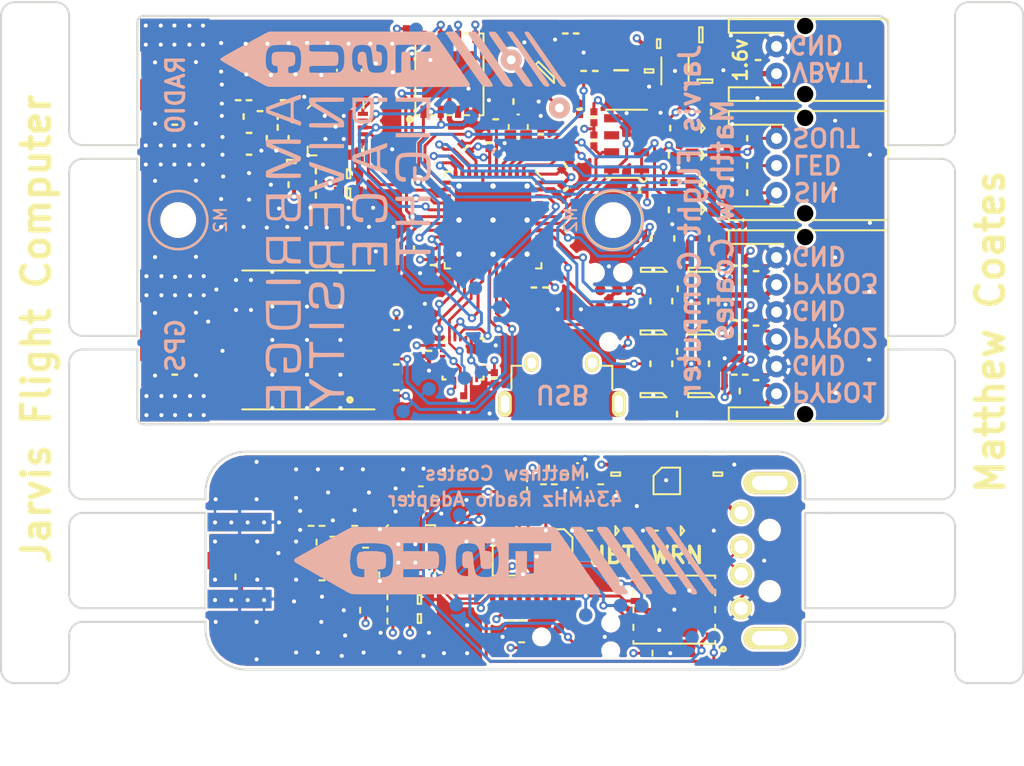
<source format=kicad_pcb>
(kicad_pcb (version 4) (host pcbnew 4.0.2-4+6225~38~ubuntu14.04.1-stable)
  (layers (0 F.Cu signal) (1 In1.Cu signal) (2 In2.Cu signal) (31 B.Cu signal) (34 B.Paste user) (35 F.Paste user) (36 B.SilkS user) (37 F.SilkS user) (38 B.Mask user) (39 F.Mask user) (44 Edge.Cuts user))
  (net 0 "")
  (net 1 3v3)
  (net 2 GND)
  (net 3 /~RST)
  (net 4 VBATT)
  (net 5 /PYRO1_S)
  (net 6 /PYRO2_S)
  (net 7 /PYRO3_S)
  (net 8 "Net-(D1-Pad2)")
  (net 9 "Net-(D2-Pad2)")
  (net 10 "Net-(D3-Pad2)")
  (net 11 "Net-(D4-Pad2)")
  (net 12 "Net-(FB1-Pad2)")
  (net 13 "Net-(FB2-Pad2)")
  (net 14 "Net-(IC1-Pad3)")
  (net 15 "Net-(IC1-Pad5)")
  (net 16 /STAT_HBT)
  (net 17 /STAT_WRN)
  (net 18 /BEEPER)
  (net 19 /GPS_RST)
  (net 20 /SWDIO)
  (net 21 /SWCLK)
  (net 22 /MPU_IRQ)
  (net 23 /PYRO1_F)
  (net 24 /PYRO2_F)
  (net 25 /PYRO3_F)
  (net 26 /I2C1_SCL)
  (net 27 /I2C1_SDA)
  (net 28 "Net-(IC5-Pad16)")
  (net 29 "Net-(IC5-Pad17)")
  (net 30 /PYRO1)
  (net 31 /PYRO_SO)
  (net 32 /PYRO2)
  (net 33 /PYRO3)
  (net 34 "Net-(LS1-Pad2)")
  (net 35 "Net-(Q1-Pad1)")
  (net 36 "Net-(Q2-Pad1)")
  (net 37 "Net-(Q3-Pad1)")
  (net 38 "Net-(Q4-Pad1)")
  (net 39 "Net-(Q5-Pad1)")
  (net 40 "Net-(Q6-Pad1)")
  (net 41 "Net-(Q6-Pad3)")
  (net 42 "Net-(Q7-Pad1)")
  (net 43 "Net-(C21-Pad2)")
  (net 44 "Net-(C27-Pad1)")
  (net 45 "Net-(IC3-Pad6)")
  (net 46 "Net-(IC5-Pad7)")
  (net 47 "Net-(Q4-Pad3)")
  (net 48 "Net-(IC5-Pad19)")
  (net 49 "Net-(C15-Pad1)")
  (net 50 "Net-(C19-Pad2)")
  (net 51 "Net-(C22-Pad2)")
  (net 52 "Net-(C23-Pad2)")
  (net 53 "Net-(C24-Pad1)")
  (net 54 "Net-(C24-Pad2)")
  (net 55 "Net-(C25-Pad1)")
  (net 56 "Net-(C25-Pad2)")
  (net 57 "Net-(C28-Pad1)")
  (net 58 "Net-(IC2-Pad13)")
  (net 59 "Net-(IC2-Pad14)")
  (net 60 "Net-(IC2-Pad15)")
  (net 61 "Net-(IC2-Pad16)")
  (net 62 "Net-(IC2-Pad17)")
  (net 63 "Net-(IC2-Pad18)")
  (net 64 "Net-(IC2-Pad5)")
  (net 65 "Net-(IC2-Pad4)")
  (net 66 "Net-(IC3-Pad2)")
  (net 67 "Net-(IC3-Pad3)")
  (net 68 "Net-(IC3-Pad4)")
  (net 69 "Net-(IC3-Pad5)")
  (net 70 "Net-(IC3-Pad7)")
  (net 71 "Net-(IC3-Pad14)")
  (net 72 "Net-(IC3-Pad15)")
  (net 73 "Net-(IC3-Pad16)")
  (net 74 "Net-(IC3-Pad17)")
  (net 75 "Net-(IC3-Pad19)")
  (net 76 "Net-(IC3-Pad21)")
  (net 77 "Net-(IC4-Pad6)")
  (net 78 "Net-(IC5-Pad9)")
  (net 79 "Net-(IC5-Pad10)")
  (net 80 "Net-(IC5-Pad20)")
  (net 81 "Net-(IC6-Pad6)")
  (net 82 "Net-(P3-Pad6)")
  (net 83 "Net-(Q5-Pad3)")
  (net 84 "Net-(Q7-Pad3)")
  (net 85 "Net-(J3-Pad2)")
  (net 86 /USART1_RX)
  (net 87 /USART1_TX)
  (net 88 /SPI2_MISO)
  (net 89 /SPI2_NSS1_MPU)
  (net 90 /SPI2_SCK)
  (net 91 /SPI2_MOSI)
  (net 92 /SPI1_NSS2_RADIO)
  (net 93 /SPI1_NSS1_FLASH)
  (net 94 /SPI1_SCK)
  (net 95 /SPI1_MISO)
  (net 96 /SPI1_MOSI)
  (net 97 /Radio_nIRQ)
  (net 98 "Net-(IC4-Pad25)")
  (net 99 /USB_OTG_DM)
  (net 100 /USB_OTG_DP)
  (net 101 "Net-(IC4-Pad38)")
  (net 102 "Net-(IC4-Pad45)")
  (net 103 "Net-(IC7-Pad3)")
  (net 104 "Net-(J4-Pad4)")
  (net 105 "Net-(J4-Pad1)")
  (net 106 "Net-(J4-PadS)")
  (net 107 /BATT_MON)
  (net 108 /FLASH_RST)
  (net 109 "Net-(D11-Pad2)")
  (net 110 "Net-(D12-Pad1)")
  (net 111 "Net-(IC2-Pad3)")
  (net 112 "Net-(IC3-Pad9)")
  (net 113 "Net-(IC3-Pad10)")
  (net 114 "Net-(IC3-Pad20)")
  (net 115 "Net-(J1-Pad6)")
  (net 116 "Net-(J1-Pad5)")
  (net 117 "Net-(C1-Pad2)")
  (net 118 "Net-(C2-Pad2)")
  (net 119 "Net-(C3-Pad1)")
  (net 120 "Net-(C3-Pad2)")
  (net 121 "Net-(C4-Pad1)")
  (net 122 "Net-(C4-Pad2)")
  (net 123 5v)
  (net 124 "Net-(C8-Pad1)")
  (net 125 "Net-(C9-Pad1)")
  (net 126 "Net-(C17-Pad2)")
  (net 127 "Net-(C18-Pad2)")
  (net 128 "Net-(D1-Pad1)")
  (net 129 /SPI1_NSS_FLASH)
  (net 130 /SPI1_NSS_RADIO)
  (net 131 /USB_DM)
  (net 132 /USB_DP)
  (net 133 "Net-(IC4-Pad3)")
  (net 134 "Net-(P2-Pad6)")
  (module agg:S25FL127S (layer F.Cu) (at 127.9 55.299999)
    (fp_text reference IC7)
    (fp_text value S25FL127S)
    (pad 9 smd rect (at 0 0 90) (size 3.4 4) (layers F.Cu F.Paste F.Mask) (net 2 GND))
    (pad 1 smd rect (at -1.905 2.75 270) (size 0.9 0.45) (layers F.Cu F.Paste F.Mask) (net 93 /SPI1_NSS1_FLASH))
    (pad 2 smd rect (at -0.635 2.75 270) (size 0.9 0.45) (layers F.Cu F.Paste F.Mask) (net 95 /SPI1_MISO))
    (pad 3 smd rect (at 0.635 2.75 270) (size 0.9 0.45) (layers F.Cu F.Paste F.Mask) (net 103 "Net-(IC7-Pad3)"))
    (pad 4 smd rect (at 1.905 2.75 270) (size 0.9 0.45) (layers F.Cu F.Paste F.Mask) (net 2 GND))
    (pad 5 smd rect (at 1.905 -2.75 270) (size 0.9 0.45) (layers F.Cu F.Paste F.Mask) (net 96 /SPI1_MOSI))
    (pad 6 smd rect (at 0.635 -2.75 270) (size 0.9 0.45) (layers F.Cu F.Paste F.Mask) (net 94 /SPI1_SCK))
    (pad 7 smd rect (at -0.635 -2.75 270) (size 0.9 0.45) (layers F.Cu F.Paste F.Mask) (net 108 /FLASH_RST))
    (pad 8 smd rect (at -1.905 -2.75 270) (size 0.9 0.45) (layers F.Cu F.Paste F.Mask) (net 1 3v3))
  )
  (module Library:SMA-142-0701-801 (layer F.Cu) (at 107.75 75.2 90)
    (fp_text reference P1 hide)
    (fp_text value SMA hide)
    (pad 1 smd rect (at 0 0 90) (size 2.286 5.08) (layers F.Cu F.Mask) (net 109 "Net-(D11-Pad2)"))
    (pad 2 smd rect (at -4.3815 0 90) (size 2.413 5.08) (layers F.Cu F.Mask) (net 2 GND))
    (pad 3 smd rect (at 4.3815 0 90) (size 2.413 5.08) (layers F.Cu F.Mask) (net 2 GND))
    (pad 4 smd rect (at -4.3815 0 90) (size 2.413 5.08) (layers B.Cu B.Mask) (net 2 GND))
    (pad 5 smd rect (at 4.3815 0 90) (size 2.413 5.08) (layers B.Cu B.Mask) (net 2 GND))
  )
  (module Library:SMA-142-0701-801 (layer F.Cu) (at 107.75 56.8 90)
    (fp_text reference P2 hide)
    (fp_text value SMA hide)
    (pad 1 smd rect (at 0 0 90) (size 2.286 5.08) (layers F.Cu F.Mask) (net 110 "Net-(D12-Pad1)"))
    (pad 2 smd rect (at -4.3815 0 90) (size 2.413 5.08) (layers F.Cu F.Mask) (net 2 GND))
    (pad 3 smd rect (at 4.3815 0 90) (size 2.413 5.08) (layers F.Cu F.Mask) (net 2 GND))
    (pad 4 smd rect (at -4.3815 0 90) (size 2.413 5.08) (layers B.Cu B.Mask) (net 2 GND))
    (pad 5 smd rect (at 4.3815 0 90) (size 2.413 5.08) (layers B.Cu B.Mask) (net 2 GND))
  )
  (module agg:QFN-24-MPU9250 (layer F.Cu) (at 128.9 76.2)
    (fp_text reference IC3)
    (fp_text value MPU-9250)
    (pad 1 smd rect (at -1.5 -1) (size 0.4 0.2) (layers F.Cu F.Paste F.Mask) (net 1 3v3))
    (pad 2 smd rect (at -1.5 -0.6) (size 0.4 0.2) (layers F.Cu F.Paste F.Mask) (net 66 "Net-(IC3-Pad2)"))
    (pad 3 smd rect (at -1.5 -0.2) (size 0.4 0.2) (layers F.Cu F.Paste F.Mask) (net 67 "Net-(IC3-Pad3)"))
    (pad 4 smd rect (at -1.5 0.2) (size 0.4 0.2) (layers F.Cu F.Paste F.Mask) (net 68 "Net-(IC3-Pad4)"))
    (pad 5 smd rect (at -1.5 0.6) (size 0.4 0.2) (layers F.Cu F.Paste F.Mask) (net 69 "Net-(IC3-Pad5)"))
    (pad 6 smd rect (at -1.5 1) (size 0.4 0.2) (layers F.Cu F.Paste F.Mask) (net 45 "Net-(IC3-Pad6)"))
    (pad 7 smd rect (at -1 1.5) (size 0.2 0.4) (layers F.Cu F.Paste F.Mask) (net 70 "Net-(IC3-Pad7)"))
    (pad 8 smd rect (at -0.6 1.5) (size 0.2 0.4) (layers F.Cu F.Paste F.Mask) (net 1 3v3))
    (pad 9 smd rect (at -0.2 1.5) (size 0.2 0.4) (layers F.Cu F.Paste F.Mask) (net 88 /SPI2_MISO))
    (pad 10 smd rect (at 0.2 1.5) (size 0.2 0.4) (layers F.Cu F.Paste F.Mask) (net 49 "Net-(C15-Pad1)"))
    (pad 11 smd rect (at 0.6 1.5) (size 0.2 0.4) (layers F.Cu F.Paste F.Mask) (net 2 GND))
    (pad 12 smd rect (at 1 1.5) (size 0.2 0.4) (layers F.Cu F.Paste F.Mask) (net 22 /MPU_IRQ))
    (pad 13 smd rect (at 1.5 1) (size 0.4 0.2) (layers F.Cu F.Paste F.Mask) (net 1 3v3))
    (pad 14 smd rect (at 1.5 0.6) (size 0.4 0.2) (layers F.Cu F.Paste F.Mask) (net 71 "Net-(IC3-Pad14)"))
    (pad 15 smd rect (at 1.5 0.2) (size 0.4 0.2) (layers F.Cu F.Paste F.Mask) (net 72 "Net-(IC3-Pad15)"))
    (pad 16 smd rect (at 1.5 -0.2) (size 0.4 0.2) (layers F.Cu F.Paste F.Mask) (net 73 "Net-(IC3-Pad16)"))
    (pad 17 smd rect (at 1.5 -0.6) (size 0.4 0.2) (layers F.Cu F.Paste F.Mask) (net 74 "Net-(IC3-Pad17)"))
    (pad 18 smd rect (at 1.5 -1) (size 0.4 0.2) (layers F.Cu F.Paste F.Mask) (net 2 GND))
    (pad 19 smd rect (at 1 -1.5) (size 0.2 0.4) (layers F.Cu F.Paste F.Mask) (net 75 "Net-(IC3-Pad19)"))
    (pad 20 smd rect (at 0.6 -1.5) (size 0.2 0.4) (layers F.Cu F.Paste F.Mask) (net 2 GND))
    (pad 21 smd rect (at 0.2 -1.5) (size 0.2 0.4) (layers F.Cu F.Paste F.Mask) (net 76 "Net-(IC3-Pad21)"))
    (pad 22 smd rect (at -0.2 -1.5) (size 0.2 0.4) (layers F.Cu F.Paste F.Mask) (net 89 /SPI2_NSS1_MPU))
    (pad 23 smd rect (at -0.6 -1.5) (size 0.2 0.4) (layers F.Cu F.Paste F.Mask) (net 90 /SPI2_SCK))
    (pad 24 smd rect (at -1 -1.5) (size 0.2 0.4) (layers F.Cu F.Paste F.Mask) (net 91 /SPI2_MOSI))
  )
  (module Library:AI-1027-TWT-3V-R (layer B.Cu) (at 134.2 56.000001 225)
    (fp_text reference LS1 hide)
    (fp_text value SOUNDER hide)
    (pad 1 thru_hole circle (at 0 2.5 225) (size 1.524 1.524) (drill 0.65) (layers *.Cu *.Mask B.SilkS) (net 1 3v3))
    (pad 2 thru_hole circle (at 0 -2.5 225) (size 1.524 1.524) (drill 0.65) (layers *.Cu *.Mask B.SilkS) (net 34 "Net-(LS1-Pad2)"))
  )
  (module agg:0402-L (layer F.Cu) (at 118.1 64.2 180)
    (fp_text reference C34)
    (fp_text value 100nF)
    (pad 1 smd rect (at -0.4 0 180) (size 0.52 0.52) (layers F.Cu F.Paste F.Mask) (net 1 3v3))
    (pad 2 smd rect (at 0.4 0 180) (size 0.52 0.52) (layers F.Cu F.Paste F.Mask) (net 2 GND))
  )
  (module agg:0402-L (layer F.Cu) (at 134.95 70.95 270)
    (fp_text reference C7)
    (fp_text value 4.7uF)
    (pad 1 smd rect (at -0.4 0 270) (size 0.52 0.52) (layers F.Cu F.Paste F.Mask) (net 1 3v3))
    (pad 2 smd rect (at 0.4 0 270) (size 0.52 0.52) (layers F.Cu F.Paste F.Mask) (net 2 GND))
  )
  (module agg:0402-L (layer B.Cu) (at 131.157157 60.897157 315)
    (fp_text reference C16)
    (fp_text value 1uF)
    (pad 1 smd rect (at -0.4 0 315) (size 0.52 0.52) (layers B.Cu B.Paste B.Mask) (net 1 3v3))
    (pad 2 smd rect (at 0.4 0 315) (size 0.52 0.52) (layers B.Cu B.Paste B.Mask) (net 2 GND))
  )
  (module agg:S03B-PASK-2 (layer F.Cu) (at 151.9 62 270)
    (fp_text reference J3)
    (fp_text value ARM)
    (pad "" np_thru_hole circle (at 3.5 -2.1 270) (size 1.2 1.2) (drill 1.2) (layers *.Mask))
    (pad "" np_thru_hole circle (at -3.5 -2.1 270) (size 1.2 1.2) (drill 1.2) (layers *.Mask))
    (pad 1 thru_hole circle (at 2 0 270) (size 1.6 1.6) (drill 0.8) (layers *.Cu *.Mask) (net 31 /PYRO_SO))
    (pad 2 thru_hole circle (at 0 0 270) (size 1.6 1.6) (drill 0.8) (layers *.Cu *.Mask) (net 85 "Net-(J3-Pad2)"))
    (pad 3 thru_hole circle (at -2 0 270) (size 1.6 1.6) (drill 0.8) (layers *.Cu *.Mask) (net 4 VBATT))
  )
  (module agg:S02B-PASK-2 (layer F.Cu) (at 151.9 54.25 270)
    (fp_text reference J2)
    (fp_text value PWR)
    (pad "" np_thru_hole circle (at 2.5 -2.1 270) (size 1.2 1.2) (drill 1.2) (layers *.Mask))
    (pad "" np_thru_hole circle (at -2.5 -2.1 270) (size 1.2 1.2) (drill 1.2) (layers *.Mask))
    (pad 1 thru_hole circle (at 1 0 270) (size 1.6 1.6) (drill 0.8) (layers *.Cu *.Mask) (net 4 VBATT))
    (pad 2 thru_hole circle (at -1 0 270) (size 1.6 1.6) (drill 0.8) (layers *.Cu *.Mask) (net 2 GND))
  )
  (module agg:0805 (layer F.Cu) (at 146.35 52.4)
    (fp_text reference C2)
    (fp_text value 10uF)
    (pad 1 smd rect (at -0.9 0) (size 1.15 1.45) (layers F.Cu F.Paste F.Mask) (net 4 VBATT))
    (pad 2 smd rect (at 0.9 0) (size 1.15 1.45) (layers F.Cu F.Paste F.Mask) (net 2 GND))
  )
  (module agg:0805 (layer F.Cu) (at 146.65 55.8 90)
    (fp_text reference C3)
    (fp_text value 10uF)
    (pad 1 smd rect (at -0.9 0 90) (size 1.15 1.45) (layers F.Cu F.Paste F.Mask) (net 1 3v3))
    (pad 2 smd rect (at 0.9 0 90) (size 1.15 1.45) (layers F.Cu F.Paste F.Mask) (net 2 GND))
  )
  (module agg:0402-L (layer F.Cu) (at 148.800001 77.35 90)
    (fp_text reference C4)
    (fp_text value 100nF)
    (pad 1 smd rect (at -0.4 0 90) (size 0.52 0.52) (layers F.Cu F.Paste F.Mask) (net 5 /PYRO1_S))
    (pad 2 smd rect (at 0.4 0 90) (size 0.52 0.52) (layers F.Cu F.Paste F.Mask) (net 2 GND))
  )
  (module agg:0402-L (layer F.Cu) (at 148.8 73.35 90)
    (fp_text reference C5)
    (fp_text value 100nF)
    (pad 1 smd rect (at -0.4 0 90) (size 0.52 0.52) (layers F.Cu F.Paste F.Mask) (net 6 /PYRO2_S))
    (pad 2 smd rect (at 0.4 0 90) (size 0.52 0.52) (layers F.Cu F.Paste F.Mask) (net 2 GND))
  )
  (module agg:0402-L (layer F.Cu) (at 148.8 69.35 90)
    (fp_text reference C6)
    (fp_text value 100nF)
    (pad 1 smd rect (at -0.4 0 90) (size 0.52 0.52) (layers F.Cu F.Paste F.Mask) (net 7 /PYRO3_S))
    (pad 2 smd rect (at 0.4 0 90) (size 0.52 0.52) (layers F.Cu F.Paste F.Mask) (net 2 GND))
  )
  (module agg:0603-LED (layer F.Cu) (at 146.5 59.25 180)
    (fp_text reference D1)
    (fp_text value LED)
    (pad 1 smd rect (at -0.8 0 180) (size 0.95 1) (layers F.Cu F.Paste F.Mask) (net 2 GND))
    (pad 2 smd rect (at 0.8 0 180) (size 0.95 1) (layers F.Cu F.Paste F.Mask) (net 8 "Net-(D1-Pad2)"))
  )
  (module agg:0603-LED (layer F.Cu) (at 146.5 61.25 180)
    (fp_text reference D2)
    (fp_text value LED)
    (pad 1 smd rect (at -0.8 0 180) (size 0.95 1) (layers F.Cu F.Paste F.Mask) (net 2 GND))
    (pad 2 smd rect (at 0.8 0 180) (size 0.95 1) (layers F.Cu F.Paste F.Mask) (net 9 "Net-(D2-Pad2)"))
  )
  (module agg:0603-LED (layer F.Cu) (at 146.5 63.25 180)
    (fp_text reference D3)
    (fp_text value LED)
    (pad 1 smd rect (at -0.8 0 180) (size 0.95 1) (layers F.Cu F.Paste F.Mask) (net 2 GND))
    (pad 2 smd rect (at 0.8 0 180) (size 0.95 1) (layers F.Cu F.Paste F.Mask) (net 10 "Net-(D3-Pad2)"))
  )
  (module agg:0603-LED (layer F.Cu) (at 146.5 65.25 180)
    (fp_text reference D4)
    (fp_text value LED)
    (pad 1 smd rect (at -0.8 0 180) (size 0.95 1) (layers F.Cu F.Paste F.Mask) (net 2 GND))
    (pad 2 smd rect (at 0.8 0 180) (size 0.95 1) (layers F.Cu F.Paste F.Mask) (net 11 "Net-(D4-Pad2)"))
  )
  (module agg:LFCSP-2x2 (layer F.Cu) (at 144.45 55.05 270)
    (fp_text reference IC1)
    (fp_text value ADP1607)
    (pad 7 smd rect (at 0 0 270) (size 1 1.6) (layers F.Cu F.Paste F.Mask) (net 2 GND))
    (pad 1 smd rect (at -0.9 -0.65 270) (size 0.5 0.4) (layers F.Cu F.Paste F.Mask) (net 4 VBATT))
    (pad 2 smd rect (at -0.9 0 270) (size 0.5 0.4) (layers F.Cu F.Paste F.Mask) (net 4 VBATT))
    (pad 3 smd rect (at -0.9 0.65 270) (size 0.5 0.4) (layers F.Cu F.Paste F.Mask) (net 14 "Net-(IC1-Pad3)"))
    (pad 4 smd rect (at 0.9 0.65 270) (size 0.5 0.4) (layers F.Cu F.Paste F.Mask) (net 2 GND))
    (pad 5 smd rect (at 0.9 0 270) (size 0.5 0.4) (layers F.Cu F.Paste F.Mask) (net 15 "Net-(IC1-Pad5)"))
    (pad 6 smd rect (at 0.9 -0.65 270) (size 0.5 0.4) (layers F.Cu F.Paste F.Mask) (net 1 3v3))
  )
  (module Library:MAX-7Q (layer F.Cu) (at 112.8 70.4)
    (fp_text reference IC2 hide)
    (fp_text value MAX-8Q hide)
    (pad 10 smd rect (at 0 0) (size 1.8 0.7) (layers F.Cu F.Paste F.Mask) (net 2 GND))
    (pad 11 smd rect (at 0 1.1) (size 1.8 0.8) (layers F.Cu F.Paste F.Mask) (net 109 "Net-(D11-Pad2)"))
    (pad 12 smd rect (at 0 2.2) (size 1.8 0.8) (layers F.Cu F.Paste F.Mask) (net 2 GND))
    (pad 13 smd rect (at 0 3.3) (size 1.8 0.8) (layers F.Cu F.Paste F.Mask) (net 58 "Net-(IC2-Pad13)"))
    (pad 14 smd rect (at 0 4.4) (size 1.8 0.8) (layers F.Cu F.Paste F.Mask) (net 59 "Net-(IC2-Pad14)"))
    (pad 15 smd rect (at 0 5.5) (size 1.8 0.8) (layers F.Cu F.Paste F.Mask) (net 60 "Net-(IC2-Pad15)"))
    (pad 16 smd rect (at 0 6.6) (size 1.8 0.8) (layers F.Cu F.Paste F.Mask) (net 61 "Net-(IC2-Pad16)"))
    (pad 17 smd rect (at 0 7.7) (size 1.8 0.8) (layers F.Cu F.Paste F.Mask) (net 62 "Net-(IC2-Pad17)"))
    (pad 18 smd rect (at 0 8.8) (size 1.8 0.7) (layers F.Cu F.Paste F.Mask) (net 63 "Net-(IC2-Pad18)"))
    (pad 9 smd rect (at 9.5 0) (size 1.8 0.7) (layers F.Cu F.Paste F.Mask) (net 19 /GPS_RST))
    (pad 1 smd rect (at 9.5 8.8) (size 1.8 0.7) (layers F.Cu F.Paste F.Mask) (net 2 GND))
    (pad 8 smd rect (at 9.5 1.1) (size 1.8 0.8) (layers F.Cu F.Paste F.Mask) (net 1 3v3))
    (pad 7 smd rect (at 9.5 2.2) (size 1.8 0.8) (layers F.Cu F.Paste F.Mask) (net 1 3v3))
    (pad 6 smd rect (at 9.5 3.3) (size 1.8 0.8) (layers F.Cu F.Paste F.Mask) (net 1 3v3))
    (pad 5 smd rect (at 9.5 4.4) (size 1.8 0.8) (layers F.Cu F.Paste F.Mask) (net 64 "Net-(IC2-Pad5)"))
    (pad 4 smd rect (at 9.5 5.5) (size 1.8 0.8) (layers F.Cu F.Paste F.Mask) (net 65 "Net-(IC2-Pad4)"))
    (pad 3 smd rect (at 9.5 6.6) (size 1.8 0.8) (layers F.Cu F.Paste F.Mask) (net 13 "Net-(FB2-Pad2)"))
    (pad 2 smd rect (at 9.5 7.7) (size 1.8 0.8) (layers F.Cu F.Paste F.Mask) (net 12 "Net-(FB1-Pad2)"))
  )
  (module agg:MS5611 (layer F.Cu) (at 140.9 60.4 180)
    (fp_text reference IC6)
    (fp_text value MS5611-01BA03)
    (pad 1 smd rect (at -1.1 -1.875 180) (size 1.1 0.6) (layers F.Cu F.Paste F.Mask) (net 1 3v3))
    (pad 2 smd rect (at -1.1 -0.625 180) (size 1.1 0.6) (layers F.Cu F.Paste F.Mask) (net 1 3v3))
    (pad 3 smd rect (at -1.1 0.625 180) (size 1.1 0.6) (layers F.Cu F.Paste F.Mask) (net 2 GND))
    (pad 4 smd rect (at -1.1 1.875 180) (size 1.1 0.6) (layers F.Cu F.Paste F.Mask) (net 2 GND))
    (pad 5 smd rect (at 1.1 1.875 180) (size 1.1 0.6) (layers F.Cu F.Paste F.Mask) (net 2 GND))
    (pad 6 smd rect (at 1.1 0.625 180) (size 1.1 0.6) (layers F.Cu F.Paste F.Mask) (net 81 "Net-(IC6-Pad6)"))
    (pad 7 smd rect (at 1.1 -0.625 180) (size 1.1 0.6) (layers F.Cu F.Paste F.Mask) (net 27 /I2C1_SDA))
    (pad 8 smd rect (at 1.1 -1.875 180) (size 1.1 0.6) (layers F.Cu F.Paste F.Mask) (net 26 /I2C1_SCL))
  )
  (module agg:S06B-PASK-2 (layer F.Cu) (at 151.9 73.75 270)
    (fp_text reference J1)
    (fp_text value PYRO)
    (pad "" np_thru_hole circle (at 6.5 -2.1 270) (size 1.2 1.2) (drill 1.2) (layers *.Mask))
    (pad "" np_thru_hole circle (at -6.5 -2.1 270) (size 1.2 1.2) (drill 1.2) (layers *.Mask))
    (pad 1 thru_hole circle (at 5 0 270) (size 1.6 1.6) (drill 0.8) (layers *.Cu *.Mask) (net 30 /PYRO1))
    (pad 2 thru_hole circle (at 3 0 270) (size 1.6 1.6) (drill 0.8) (layers *.Cu *.Mask) (net 2 GND))
    (pad 3 thru_hole circle (at 1 0 270) (size 1.6 1.6) (drill 0.8) (layers *.Cu *.Mask) (net 32 /PYRO2))
    (pad 4 thru_hole circle (at -1 0 270) (size 1.6 1.6) (drill 0.8) (layers *.Cu *.Mask) (net 2 GND))
    (pad 5 thru_hole circle (at -3 0 270) (size 1.6 1.6) (drill 0.8) (layers *.Cu *.Mask) (net 33 /PYRO3))
    (pad 6 thru_hole circle (at -5 0 270) (size 1.6 1.6) (drill 0.8) (layers *.Cu *.Mask) (net 2 GND))
  )
  (module agg:SOT-23 (layer F.Cu) (at 146.37 78.85 270)
    (fp_text reference Q1)
    (fp_text value PFET)
    (pad 1 smd rect (at -1.15 -0.95 270) (size 1 0.6) (layers F.Cu F.Paste F.Mask) (net 35 "Net-(Q1-Pad1)"))
    (pad 2 smd rect (at -1.15 0.95 270) (size 1 0.6) (layers F.Cu F.Paste F.Mask) (net 31 /PYRO_SO))
    (pad 3 smd rect (at 1.15 0 270) (size 1 0.6) (layers F.Cu F.Paste F.Mask) (net 30 /PYRO1))
  )
  (module agg:SOT-23 (layer F.Cu) (at 146.35 74.25 270)
    (fp_text reference Q2)
    (fp_text value PFET)
    (pad 1 smd rect (at -1.15 -0.95 270) (size 1 0.6) (layers F.Cu F.Paste F.Mask) (net 36 "Net-(Q2-Pad1)"))
    (pad 2 smd rect (at -1.15 0.95 270) (size 1 0.6) (layers F.Cu F.Paste F.Mask) (net 31 /PYRO_SO))
    (pad 3 smd rect (at 1.15 0 270) (size 1 0.6) (layers F.Cu F.Paste F.Mask) (net 32 /PYRO2))
  )
  (module agg:SOT-23 (layer F.Cu) (at 146.4 69.65 270)
    (fp_text reference Q3)
    (fp_text value PFET)
    (pad 1 smd rect (at -1.15 -0.95 270) (size 1 0.6) (layers F.Cu F.Paste F.Mask) (net 37 "Net-(Q3-Pad1)"))
    (pad 2 smd rect (at -1.15 0.95 270) (size 1 0.6) (layers F.Cu F.Paste F.Mask) (net 31 /PYRO_SO))
    (pad 3 smd rect (at 1.15 0 270) (size 1 0.6) (layers F.Cu F.Paste F.Mask) (net 33 /PYRO3))
  )
  (module agg:SOT-23 (layer F.Cu) (at 142.869999 78.85 270)
    (fp_text reference Q4)
    (fp_text value NFET)
    (pad 1 smd rect (at -1.15 -0.95 270) (size 1 0.6) (layers F.Cu F.Paste F.Mask) (net 38 "Net-(Q4-Pad1)"))
    (pad 2 smd rect (at -1.15 0.95 270) (size 1 0.6) (layers F.Cu F.Paste F.Mask) (net 2 GND))
    (pad 3 smd rect (at 1.15 0 270) (size 1 0.6) (layers F.Cu F.Paste F.Mask) (net 47 "Net-(Q4-Pad3)"))
  )
  (module agg:SOT-23 (layer F.Cu) (at 142.87 74.249999 270)
    (fp_text reference Q5)
    (fp_text value NFET)
    (pad 1 smd rect (at -1.15 -0.95 270) (size 1 0.6) (layers F.Cu F.Paste F.Mask) (net 39 "Net-(Q5-Pad1)"))
    (pad 2 smd rect (at -1.15 0.95 270) (size 1 0.6) (layers F.Cu F.Paste F.Mask) (net 2 GND))
    (pad 3 smd rect (at 1.15 0 270) (size 1 0.6) (layers F.Cu F.Paste F.Mask) (net 83 "Net-(Q5-Pad3)"))
  )
  (module agg:SOT-23 (layer F.Cu) (at 142.9 69.65 270)
    (fp_text reference Q6)
    (fp_text value NFET)
    (pad 1 smd rect (at -1.15 -0.95 270) (size 1 0.6) (layers F.Cu F.Paste F.Mask) (net 40 "Net-(Q6-Pad1)"))
    (pad 2 smd rect (at -1.15 0.95 270) (size 1 0.6) (layers F.Cu F.Paste F.Mask) (net 2 GND))
    (pad 3 smd rect (at 1.15 0 270) (size 1 0.6) (layers F.Cu F.Paste F.Mask) (net 41 "Net-(Q6-Pad3)"))
  )
  (module agg:SOT-23 (layer F.Cu) (at 135 55.149999 225)
    (fp_text reference Q7)
    (fp_text value NFET)
    (pad 1 smd rect (at -1.15 -0.95 225) (size 1 0.6) (layers F.Cu F.Paste F.Mask) (net 42 "Net-(Q7-Pad1)"))
    (pad 2 smd rect (at -1.15 0.95 225) (size 1 0.6) (layers F.Cu F.Paste F.Mask) (net 2 GND))
    (pad 3 smd rect (at 1.15 0 225) (size 1 0.6) (layers F.Cu F.Paste F.Mask) (net 84 "Net-(Q7-Pad3)"))
  )
  (module agg:0402-L (layer F.Cu) (at 146.950001 76.55)
    (fp_text reference R1)
    (fp_text value 10k)
    (pad 1 smd rect (at -0.4 0) (size 0.52 0.52) (layers F.Cu F.Paste F.Mask) (net 31 /PYRO_SO))
    (pad 2 smd rect (at 0.4 0) (size 0.52 0.52) (layers F.Cu F.Paste F.Mask) (net 35 "Net-(Q1-Pad1)"))
  )
  (module agg:0402-L (layer F.Cu) (at 146.9 71.95)
    (fp_text reference R2)
    (fp_text value 10k)
    (pad 1 smd rect (at -0.4 0) (size 0.52 0.52) (layers F.Cu F.Paste F.Mask) (net 31 /PYRO_SO))
    (pad 2 smd rect (at 0.4 0) (size 0.52 0.52) (layers F.Cu F.Paste F.Mask) (net 36 "Net-(Q2-Pad1)"))
  )
  (module agg:0402-L (layer F.Cu) (at 146.95 67.35)
    (fp_text reference R3)
    (fp_text value 10k)
    (pad 1 smd rect (at -0.4 0) (size 0.52 0.52) (layers F.Cu F.Paste F.Mask) (net 31 /PYRO_SO))
    (pad 2 smd rect (at 0.4 0) (size 0.52 0.52) (layers F.Cu F.Paste F.Mask) (net 37 "Net-(Q3-Pad1)"))
  )
  (module agg:0402-L (layer F.Cu) (at 144.600001 80.25)
    (fp_text reference R4)
    (fp_text value 100R)
    (pad 1 smd rect (at -0.4 0) (size 0.52 0.52) (layers F.Cu F.Paste F.Mask) (net 47 "Net-(Q4-Pad3)"))
    (pad 2 smd rect (at 0.4 0) (size 0.52 0.52) (layers F.Cu F.Paste F.Mask) (net 35 "Net-(Q1-Pad1)"))
  )
  (module agg:0402-L (layer F.Cu) (at 144.600001 75.65)
    (fp_text reference R5)
    (fp_text value 100R)
    (pad 1 smd rect (at -0.4 0) (size 0.52 0.52) (layers F.Cu F.Paste F.Mask) (net 83 "Net-(Q5-Pad3)"))
    (pad 2 smd rect (at 0.4 0) (size 0.52 0.52) (layers F.Cu F.Paste F.Mask) (net 36 "Net-(Q2-Pad1)"))
  )
  (module agg:0402-L (layer F.Cu) (at 144.65 71.05)
    (fp_text reference R6)
    (fp_text value 100R)
    (pad 1 smd rect (at -0.4 0) (size 0.52 0.52) (layers F.Cu F.Paste F.Mask) (net 41 "Net-(Q6-Pad3)"))
    (pad 2 smd rect (at 0.4 0) (size 0.52 0.52) (layers F.Cu F.Paste F.Mask) (net 37 "Net-(Q3-Pad1)"))
  )
  (module agg:0603-L (layer F.Cu) (at 143.25 53.05 180)
    (fp_text reference R7)
    (fp_text value 330k)
    (pad 1 smd rect (at -0.7 0 180) (size 0.75 0.9) (layers F.Cu F.Paste F.Mask) (net 14 "Net-(IC1-Pad3)"))
    (pad 2 smd rect (at 0.7 0 180) (size 0.75 0.9) (layers F.Cu F.Paste F.Mask) (net 1 3v3))
  )
  (module agg:0402-L (layer F.Cu) (at 142.649999 76.55)
    (fp_text reference R8)
    (fp_text value 100R)
    (pad 1 smd rect (at -0.4 0) (size 0.52 0.52) (layers F.Cu F.Paste F.Mask) (net 23 /PYRO1_F))
    (pad 2 smd rect (at 0.4 0) (size 0.52 0.52) (layers F.Cu F.Paste F.Mask) (net 38 "Net-(Q4-Pad1)"))
  )
  (module agg:0402-L (layer F.Cu) (at 142.65 71.95)
    (fp_text reference R9)
    (fp_text value 100R)
    (pad 1 smd rect (at -0.4 0) (size 0.52 0.52) (layers F.Cu F.Paste F.Mask) (net 24 /PYRO2_F))
    (pad 2 smd rect (at 0.4 0) (size 0.52 0.52) (layers F.Cu F.Paste F.Mask) (net 39 "Net-(Q5-Pad1)"))
  )
  (module agg:0402-L (layer F.Cu) (at 142.7 67.35)
    (fp_text reference R10)
    (fp_text value 100R)
    (pad 1 smd rect (at -0.4 0) (size 0.52 0.52) (layers F.Cu F.Paste F.Mask) (net 25 /PYRO3_F))
    (pad 2 smd rect (at 0.4 0) (size 0.52 0.52) (layers F.Cu F.Paste F.Mask) (net 40 "Net-(Q6-Pad1)"))
  )
  (module agg:0603-L (layer F.Cu) (at 142.55 55.05 270)
    (fp_text reference R11)
    (fp_text value 243k)
    (pad 1 smd rect (at -0.7 0 270) (size 0.75 0.9) (layers F.Cu F.Paste F.Mask) (net 14 "Net-(IC1-Pad3)"))
    (pad 2 smd rect (at 0.7 0 270) (size 0.75 0.9) (layers F.Cu F.Paste F.Mask) (net 2 GND))
  )
  (module agg:0402-L (layer F.Cu) (at 144.25 76.55)
    (fp_text reference R12)
    (fp_text value 10k)
    (pad 1 smd rect (at -0.4 0) (size 0.52 0.52) (layers F.Cu F.Paste F.Mask) (net 38 "Net-(Q4-Pad1)"))
    (pad 2 smd rect (at 0.4 0) (size 0.52 0.52) (layers F.Cu F.Paste F.Mask) (net 2 GND))
  )
  (module agg:0402-L (layer F.Cu) (at 144.25 71.95)
    (fp_text reference R13)
    (fp_text value 10k)
    (pad 1 smd rect (at -0.4 0) (size 0.52 0.52) (layers F.Cu F.Paste F.Mask) (net 39 "Net-(Q5-Pad1)"))
    (pad 2 smd rect (at 0.4 0) (size 0.52 0.52) (layers F.Cu F.Paste F.Mask) (net 2 GND))
  )
  (module agg:0402-L (layer F.Cu) (at 144.4 67.35)
    (fp_text reference R14)
    (fp_text value 10k)
    (pad 1 smd rect (at -0.4 0) (size 0.52 0.52) (layers F.Cu F.Paste F.Mask) (net 40 "Net-(Q6-Pad1)"))
    (pad 2 smd rect (at 0.4 0) (size 0.52 0.52) (layers F.Cu F.Paste F.Mask) (net 2 GND))
  )
  (module agg:0402-L (layer F.Cu) (at 149.6 77.35 270)
    (fp_text reference R15)
    (fp_text value 10k)
    (pad 1 smd rect (at -0.4 0 270) (size 0.52 0.52) (layers F.Cu F.Paste F.Mask) (net 1 3v3))
    (pad 2 smd rect (at 0.4 0 270) (size 0.52 0.52) (layers F.Cu F.Paste F.Mask) (net 30 /PYRO1))
  )
  (module agg:0402-L (layer F.Cu) (at 149.6 73.35 270)
    (fp_text reference R16)
    (fp_text value 10k)
    (pad 1 smd rect (at -0.4 0 270) (size 0.52 0.52) (layers F.Cu F.Paste F.Mask) (net 1 3v3))
    (pad 2 smd rect (at 0.4 0 270) (size 0.52 0.52) (layers F.Cu F.Paste F.Mask) (net 32 /PYRO2))
  )
  (module agg:0402-L (layer F.Cu) (at 149.6 69.35 270)
    (fp_text reference R17)
    (fp_text value 10k)
    (pad 1 smd rect (at -0.4 0 270) (size 0.52 0.52) (layers F.Cu F.Paste F.Mask) (net 1 3v3))
    (pad 2 smd rect (at 0.4 0 270) (size 0.52 0.52) (layers F.Cu F.Paste F.Mask) (net 33 /PYRO3))
  )
  (module agg:0402-L (layer F.Cu) (at 149.2 78.55)
    (fp_text reference R18)
    (fp_text value 10k)
    (pad 1 smd rect (at -0.4 0) (size 0.52 0.52) (layers F.Cu F.Paste F.Mask) (net 5 /PYRO1_S))
    (pad 2 smd rect (at 0.4 0) (size 0.52 0.52) (layers F.Cu F.Paste F.Mask) (net 30 /PYRO1))
  )
  (module agg:0402-L (layer F.Cu) (at 149.2 74.55)
    (fp_text reference R19)
    (fp_text value 10k)
    (pad 1 smd rect (at -0.4 0) (size 0.52 0.52) (layers F.Cu F.Paste F.Mask) (net 6 /PYRO2_S))
    (pad 2 smd rect (at 0.4 0) (size 0.52 0.52) (layers F.Cu F.Paste F.Mask) (net 32 /PYRO2))
  )
  (module agg:0402-L (layer F.Cu) (at 149.2 70.55)
    (fp_text reference R20)
    (fp_text value 10k)
    (pad 1 smd rect (at -0.4 0) (size 0.52 0.52) (layers F.Cu F.Paste F.Mask) (net 7 /PYRO3_S))
    (pad 2 smd rect (at 0.4 0) (size 0.52 0.52) (layers F.Cu F.Paste F.Mask) (net 33 /PYRO3))
  )
  (module agg:0402-L (layer F.Cu) (at 144.1 59.25)
    (fp_text reference R21)
    (fp_text value 1k)
    (pad 1 smd rect (at -0.4 0) (size 0.52 0.52) (layers F.Cu F.Paste F.Mask) (net 1 3v3))
    (pad 2 smd rect (at 0.4 0) (size 0.52 0.52) (layers F.Cu F.Paste F.Mask) (net 8 "Net-(D1-Pad2)"))
  )
  (module agg:0402-L (layer F.Cu) (at 144 61.25)
    (fp_text reference R22)
    (fp_text value 1k)
    (pad 1 smd rect (at -0.4 0) (size 0.52 0.52) (layers F.Cu F.Paste F.Mask) (net 4 VBATT))
    (pad 2 smd rect (at 0.4 0) (size 0.52 0.52) (layers F.Cu F.Paste F.Mask) (net 9 "Net-(D2-Pad2)"))
  )
  (module agg:0402-L (layer F.Cu) (at 144 63.25)
    (fp_text reference R23)
    (fp_text value 1k)
    (pad 1 smd rect (at -0.4 0) (size 0.52 0.52) (layers F.Cu F.Paste F.Mask) (net 16 /STAT_HBT))
    (pad 2 smd rect (at 0.4 0) (size 0.52 0.52) (layers F.Cu F.Paste F.Mask) (net 10 "Net-(D3-Pad2)"))
  )
  (module agg:0402-L (layer F.Cu) (at 144 65.25)
    (fp_text reference R24)
    (fp_text value 1k)
    (pad 1 smd rect (at -0.4 0) (size 0.52 0.52) (layers F.Cu F.Paste F.Mask) (net 17 /STAT_WRN))
    (pad 2 smd rect (at 0.4 0) (size 0.52 0.52) (layers F.Cu F.Paste F.Mask) (net 11 "Net-(D4-Pad2)"))
  )
  (module agg:0402-L (layer F.Cu) (at 149.75 62 180)
    (fp_text reference R25)
    (fp_text value 1k)
    (pad 1 smd rect (at -0.4 0 180) (size 0.52 0.52) (layers F.Cu F.Paste F.Mask) (net 85 "Net-(J3-Pad2)"))
    (pad 2 smd rect (at 0.4 0 180) (size 0.52 0.52) (layers F.Cu F.Paste F.Mask) (net 2 GND))
  )
  (module agg:0402-L (layer F.Cu) (at 137.2 52.3 90)
    (fp_text reference R33)
    (fp_text value 100R)
    (pad 1 smd rect (at -0.4 0 90) (size 0.52 0.52) (layers F.Cu F.Paste F.Mask) (net 34 "Net-(LS1-Pad2)"))
    (pad 2 smd rect (at 0.4 0 90) (size 0.52 0.52) (layers F.Cu F.Paste F.Mask) (net 84 "Net-(Q7-Pad3)"))
  )
  (module agg:0402-L (layer F.Cu) (at 137.45 57.85 90)
    (fp_text reference R34)
    (fp_text value 100R)
    (pad 1 smd rect (at -0.4 0 90) (size 0.52 0.52) (layers F.Cu F.Paste F.Mask) (net 18 /BEEPER))
    (pad 2 smd rect (at 0.4 0 90) (size 0.52 0.52) (layers F.Cu F.Paste F.Mask) (net 42 "Net-(Q7-Pad1)"))
  )
  (module Mounting_Holes:MountingHole_2.2mm_M2_ISO14580 (layer F.Cu) (at 108 66 90)
    (fp_text reference REF** hide)
    (fp_text value MountingHole_2.2mm_M2_ISO14580 hide)
    (pad "" np_thru_hole circle (at 0 0 90) (size 2.2 2.2) (drill 2.2) (layers *.Cu *.Mask F.SilkS))
  )
  (module Mounting_Holes:MountingHole_2.2mm_M2_ISO14580 (layer F.Cu) (at 139.9 66 90)
    (fp_text reference REF** hide)
    (fp_text value MountingHole_2.2mm_M2_ISO14580 hide)
    (pad "" np_thru_hole circle (at 0 0 90) (size 2.2 2.2) (drill 2.2) (layers *.Cu *.Mask F.SilkS))
  )
  (module agg:0402-L (layer F.Cu) (at 150.55 54.25 270)
    (fp_text reference D5)
    (fp_text value ESD_DIODE)
    (pad 1 smd rect (at -0.4 0 270) (size 0.52 0.52) (layers F.Cu F.Paste F.Mask) (net 2 GND))
    (pad 2 smd rect (at 0.4 0 270) (size 0.52 0.52) (layers F.Cu F.Paste F.Mask) (net 4 VBATT))
  )
  (module agg:0402-L (layer F.Cu) (at 149.75 60)
    (fp_text reference D6)
    (fp_text value ESD_DIODE)
    (pad 1 smd rect (at -0.4 0) (size 0.52 0.52) (layers F.Cu F.Paste F.Mask) (net 2 GND))
    (pad 2 smd rect (at 0.4 0) (size 0.52 0.52) (layers F.Cu F.Paste F.Mask) (net 4 VBATT))
  )
  (module agg:0402-L (layer F.Cu) (at 150.4 69.75 270)
    (fp_text reference D7)
    (fp_text value ESD_DIODE)
    (pad 1 smd rect (at -0.4 0 270) (size 0.52 0.52) (layers F.Cu F.Paste F.Mask) (net 2 GND))
    (pad 2 smd rect (at 0.4 0 270) (size 0.52 0.52) (layers F.Cu F.Paste F.Mask) (net 33 /PYRO3))
  )
  (module agg:0402-L (layer F.Cu) (at 150.4 73.75 270)
    (fp_text reference D8)
    (fp_text value ESD_DIODE)
    (pad 1 smd rect (at -0.4 0 270) (size 0.52 0.52) (layers F.Cu F.Paste F.Mask) (net 2 GND))
    (pad 2 smd rect (at 0.4 0 270) (size 0.52 0.52) (layers F.Cu F.Paste F.Mask) (net 32 /PYRO2))
  )
  (module agg:0402-L (layer F.Cu) (at 150.4 77.75 270)
    (fp_text reference D9)
    (fp_text value ESD_DIODE)
    (pad 1 smd rect (at -0.4 0 270) (size 0.52 0.52) (layers F.Cu F.Paste F.Mask) (net 2 GND))
    (pad 2 smd rect (at 0.4 0 270) (size 0.52 0.52) (layers F.Cu F.Paste F.Mask) (net 30 /PYRO1))
  )
  (module agg:0402-L (layer F.Cu) (at 149.75 63.999999)
    (fp_text reference D10)
    (fp_text value ESD_DIODE)
    (pad 1 smd rect (at -0.4 0) (size 0.52 0.52) (layers F.Cu F.Paste F.Mask) (net 2 GND))
    (pad 2 smd rect (at 0.4 0) (size 0.52 0.52) (layers F.Cu F.Paste F.Mask) (net 31 /PYRO_SO))
  )
  (module agg:MICROUSB_MOLEX_47589-0001 (layer F.Cu) (at 136.15 79.5)
    (fp_text reference J4)
    (fp_text value MICROUSB)
    (pad 3 smd rect (at 0 -2.675) (size 0.4 1.35) (layers F.Cu F.Paste F.Mask) (net 100 /USB_OTG_DP))
    (pad 4 smd rect (at 0.65 -2.675) (size 0.4 1.35) (layers F.Cu F.Paste F.Mask) (net 104 "Net-(J4-Pad4)"))
    (pad 2 smd rect (at -0.65 -2.675) (size 0.4 1.35) (layers F.Cu F.Paste F.Mask) (net 99 /USB_OTG_DM))
    (pad 1 smd rect (at -1.3 -2.675) (size 0.4 1.35) (layers F.Cu F.Paste F.Mask) (net 105 "Net-(J4-Pad1)"))
    (pad 5 smd rect (at 1.3 -2.675) (size 0.4 1.35) (layers F.Cu F.Paste F.Mask) (net 2 GND))
    (pad S thru_hole oval (at 2.225 -3) (size 1 1.25) (drill oval 0.65 0.85) (layers *.Cu *.Mask F.SilkS) (net 106 "Net-(J4-PadS)"))
    (pad "" thru_hole oval (at -2.225 -3) (size 1 1.25) (drill oval 0.65 0.85) (layers *.Cu *.Mask F.SilkS))
    (pad "" smd rect (at 1.15 0) (size 1.8 1.9) (layers F.Cu F.Paste F.Mask))
    (pad "" smd rect (at -1.15 0) (size 1.8 1.9) (layers F.Cu F.Paste F.Mask))
    (pad "" smd rect (at 3.3875 0) (size 1.575 1.9) (layers F.Cu F.Paste F.Mask))
    (pad "" thru_hole oval (at 4.175 0) (size 1 1.9) (drill oval 0.6 1.3) (layers *.Cu *.Mask F.SilkS))
    (pad "" smd rect (at -3.3875 0) (size 1.575 1.9) (layers F.Cu F.Paste F.Mask))
    (pad "" thru_hole oval (at -4.175 0) (size 1 1.9) (drill oval 0.6 1.3) (layers *.Cu *.Mask F.SilkS))
  )
  (module agg:0402-L (layer F.Cu) (at 124.02 74.07 270)
    (fp_text reference C1)
    (fp_text value 100nF)
    (pad 1 smd rect (at -0.4 0 270) (size 0.52 0.52) (layers F.Cu F.Paste F.Mask) (net 1 3v3))
    (pad 2 smd rect (at 0.4 0 270) (size 0.52 0.52) (layers F.Cu F.Paste F.Mask) (net 2 GND))
  )
  (module agg:0402-L (layer F.Cu) (at 136.432843 63.732843 315)
    (fp_text reference C8)
    (fp_text value 100nF)
    (pad 1 smd rect (at -0.4 0 315) (size 0.52 0.52) (layers F.Cu F.Paste F.Mask) (net 1 3v3))
    (pad 2 smd rect (at 0.4 0 315) (size 0.52 0.52) (layers F.Cu F.Paste F.Mask) (net 2 GND))
  )
  (module agg:0402-L (layer F.Cu) (at 134.099999 70.95 270)
    (fp_text reference C9)
    (fp_text value 100nF)
    (pad 1 smd rect (at -0.4 0 270) (size 0.52 0.52) (layers F.Cu F.Paste F.Mask) (net 1 3v3))
    (pad 2 smd rect (at 0.4 0 270) (size 0.52 0.52) (layers F.Cu F.Paste F.Mask) (net 2 GND))
  )
  (module agg:0402-L (layer F.Cu) (at 131.2 77.6 270)
    (fp_text reference C10)
    (fp_text value 100nF)
    (pad 1 smd rect (at -0.4 0 270) (size 0.52 0.52) (layers F.Cu F.Paste F.Mask) (net 1 3v3))
    (pad 2 smd rect (at 0.4 0 270) (size 0.52 0.52) (layers F.Cu F.Paste F.Mask) (net 2 GND))
  )
  (module agg:0402-L (layer F.Cu) (at 126.4 75.6 270)
    (fp_text reference C11)
    (fp_text value 10nF)
    (pad 1 smd rect (at -0.4 0 270) (size 0.52 0.52) (layers F.Cu F.Paste F.Mask) (net 1 3v3))
    (pad 2 smd rect (at 0.4 0 270) (size 0.52 0.52) (layers F.Cu F.Paste F.Mask) (net 2 GND))
  )
  (module agg:0402-L (layer F.Cu) (at 126.7 69.3 270)
    (fp_text reference C12)
    (fp_text value 100nF)
    (pad 1 smd rect (at -0.4 0 270) (size 0.52 0.52) (layers F.Cu F.Paste F.Mask) (net 1 3v3))
    (pad 2 smd rect (at 0.4 0 270) (size 0.52 0.52) (layers F.Cu F.Paste F.Mask) (net 2 GND))
  )
  (module agg:0402-L (layer F.Cu) (at 136.417156 61.982843 45)
    (fp_text reference C13)
    (fp_text value 100nF)
    (pad 1 smd rect (at -0.4 0 45) (size 0.52 0.52) (layers F.Cu F.Paste F.Mask) (net 1 3v3))
    (pad 2 smd rect (at 0.4 0 45) (size 0.52 0.52) (layers F.Cu F.Paste F.Mask) (net 2 GND))
  )
  (module agg:0402-L (layer F.Cu) (at 147.1 58.05)
    (fp_text reference C14)
    (fp_text value 100nF)
    (pad 1 smd rect (at -0.4 0) (size 0.52 0.52) (layers F.Cu F.Paste F.Mask) (net 1 3v3))
    (pad 2 smd rect (at 0.4 0) (size 0.52 0.52) (layers F.Cu F.Paste F.Mask) (net 2 GND))
  )
  (module agg:0402-L (layer F.Cu) (at 128.95 79.3 270)
    (fp_text reference C15)
    (fp_text value 100nF)
    (pad 1 smd rect (at -0.4 0 270) (size 0.52 0.52) (layers F.Cu F.Paste F.Mask) (net 49 "Net-(C15-Pad1)"))
    (pad 2 smd rect (at 0.4 0 270) (size 0.52 0.52) (layers F.Cu F.Paste F.Mask) (net 2 GND))
  )
  (module agg:0402-L (layer F.Cu) (at 125.3 68.1)
    (fp_text reference C19)
    (fp_text value 4.7uF)
    (pad 1 smd rect (at -0.4 0) (size 0.52 0.52) (layers F.Cu F.Paste F.Mask) (net 2 GND))
    (pad 2 smd rect (at 0.4 0) (size 0.52 0.52) (layers F.Cu F.Paste F.Mask) (net 50 "Net-(C19-Pad2)"))
  )
  (module agg:0402-L (layer F.Cu) (at 130.8 60.35 90)
    (fp_text reference C20)
    (fp_text value 100nF)
    (pad 1 smd rect (at -0.4 0 90) (size 0.52 0.52) (layers F.Cu F.Paste F.Mask) (net 3 /~RST))
    (pad 2 smd rect (at 0.4 0 90) (size 0.52 0.52) (layers F.Cu F.Paste F.Mask) (net 2 GND))
  )
  (module agg:0402-L (layer F.Cu) (at 134.599999 59.7 270)
    (fp_text reference C21)
    (fp_text value 8pF)
    (pad 1 smd rect (at -0.4 0 270) (size 0.52 0.52) (layers F.Cu F.Paste F.Mask) (net 2 GND))
    (pad 2 smd rect (at 0.4 0 270) (size 0.52 0.52) (layers F.Cu F.Paste F.Mask) (net 43 "Net-(C21-Pad2)"))
  )
  (module agg:0402-L (layer F.Cu) (at 132.6 57.3 180)
    (fp_text reference C22)
    (fp_text value 8pF)
    (pad 1 smd rect (at -0.4 0 180) (size 0.52 0.52) (layers F.Cu F.Paste F.Mask) (net 2 GND))
    (pad 2 smd rect (at 0.4 0 180) (size 0.52 0.52) (layers F.Cu F.Paste F.Mask) (net 51 "Net-(C22-Pad2)"))
  )
  (module agg:0402-L (layer F.Cu) (at 115.700001 57.2 270)
    (fp_text reference C23)
    (fp_text value 5.1pF)
    (pad 1 smd rect (at -0.4 0 270) (size 0.52 0.52) (layers F.Cu F.Paste F.Mask) (net 2 GND))
    (pad 2 smd rect (at 0.4 0 270) (size 0.52 0.52) (layers F.Cu F.Paste F.Mask) (net 52 "Net-(C23-Pad2)"))
  )
  (module agg:0402-L (layer F.Cu) (at 115.299999 59.2 180)
    (fp_text reference C24)
    (fp_text value 2.7pF)
    (pad 1 smd rect (at -0.4 0 180) (size 0.52 0.52) (layers F.Cu F.Paste F.Mask) (net 53 "Net-(C24-Pad1)"))
    (pad 2 smd rect (at 0.4 0 180) (size 0.52 0.52) (layers F.Cu F.Paste F.Mask) (net 54 "Net-(C24-Pad2)"))
  )
  (module agg:0402-L (layer F.Cu) (at 116.1 60 180)
    (fp_text reference C25)
    (fp_text value 18pF)
    (pad 1 smd rect (at -0.4 0 180) (size 0.52 0.52) (layers F.Cu F.Paste F.Mask) (net 55 "Net-(C25-Pad1)"))
    (pad 2 smd rect (at 0.4 0 180) (size 0.52 0.52) (layers F.Cu F.Paste F.Mask) (net 56 "Net-(C25-Pad2)"))
  )
  (module agg:0402-L (layer F.Cu) (at 113.2 61.2 270)
    (fp_text reference C26)
    (fp_text value 8.2pF)
    (pad 1 smd rect (at -0.4 0 270) (size 0.52 0.52) (layers F.Cu F.Paste F.Mask) (net 54 "Net-(C24-Pad2)"))
    (pad 2 smd rect (at 0.4 0 270) (size 0.52 0.52) (layers F.Cu F.Paste F.Mask) (net 2 GND))
  )
  (module agg:0402-L (layer F.Cu) (at 114 58 90)
    (fp_text reference C27)
    (fp_text value 15pF)
    (pad 1 smd rect (at -0.4 0 90) (size 0.52 0.52) (layers F.Cu F.Paste F.Mask) (net 44 "Net-(C27-Pad1)"))
    (pad 2 smd rect (at 0.4 0 90) (size 0.52 0.52) (layers F.Cu F.Paste F.Mask) (net 2 GND))
  )
  (module agg:0402-L (layer F.Cu) (at 113.2 57.2 90)
    (fp_text reference C28)
    (fp_text value 8.2pF)
    (pad 1 smd rect (at -0.4 0 90) (size 0.52 0.52) (layers F.Cu F.Paste F.Mask) (net 57 "Net-(C28-Pad1)"))
    (pad 2 smd rect (at 0.4 0 90) (size 0.52 0.52) (layers F.Cu F.Paste F.Mask) (net 2 GND))
  )
  (module agg:0402-L (layer F.Cu) (at 116.1 63.4 180)
    (fp_text reference C30)
    (fp_text value 100nF)
    (pad 1 smd rect (at -0.4 0 180) (size 0.52 0.52) (layers F.Cu F.Paste F.Mask) (net 1 3v3))
    (pad 2 smd rect (at 0.4 0 180) (size 0.52 0.52) (layers F.Cu F.Paste F.Mask) (net 2 GND))
  )
  (module agg:0402-L (layer F.Cu) (at 140.6 76.399999 270)
    (fp_text reference C31)
    (fp_text value 100nF)
    (pad 1 smd rect (at -0.4 0 270) (size 0.52 0.52) (layers F.Cu F.Paste F.Mask) (net 1 3v3))
    (pad 2 smd rect (at 0.4 0 270) (size 0.52 0.52) (layers F.Cu F.Paste F.Mask) (net 2 GND))
  )
  (module agg:0603-L (layer F.Cu) (at 120.5 64)
    (fp_text reference C32)
    (fp_text value 2.2uF)
    (pad 1 smd rect (at -0.7 0) (size 0.75 0.9) (layers F.Cu F.Paste F.Mask) (net 1 3v3))
    (pad 2 smd rect (at 0.7 0) (size 0.75 0.9) (layers F.Cu F.Paste F.Mask) (net 2 GND))
  )
  (module agg:0603-L (layer F.Cu) (at 120.5 62.6)
    (fp_text reference C33)
    (fp_text value 1uF)
    (pad 1 smd rect (at -0.7 0) (size 0.75 0.9) (layers F.Cu F.Paste F.Mask) (net 1 3v3))
    (pad 2 smd rect (at 0.7 0) (size 0.75 0.9) (layers F.Cu F.Paste F.Mask) (net 2 GND))
  )
  (module agg:0402-L (layer F.Cu) (at 118.1 62.4 180)
    (fp_text reference C35)
    (fp_text value 100pF)
    (pad 1 smd rect (at -0.4 0 180) (size 0.52 0.52) (layers F.Cu F.Paste F.Mask) (net 1 3v3))
    (pad 2 smd rect (at 0.4 0 180) (size 0.52 0.52) (layers F.Cu F.Paste F.Mask) (net 2 GND))
  )
  (module agg:0402-L (layer F.Cu) (at 118.1 63.3 180)
    (fp_text reference C36)
    (fp_text value 220pF)
    (pad 1 smd rect (at -0.4 0 180) (size 0.52 0.52) (layers F.Cu F.Paste F.Mask) (net 1 3v3))
    (pad 2 smd rect (at 0.4 0 180) (size 0.52 0.52) (layers F.Cu F.Paste F.Mask) (net 2 GND))
  )
  (module agg:0402-L (layer F.Cu) (at 141.849999 63.8 180)
    (fp_text reference C37)
    (fp_text value 100nF)
    (pad 1 smd rect (at -0.4 0 180) (size 0.52 0.52) (layers F.Cu F.Paste F.Mask) (net 1 3v3))
    (pad 2 smd rect (at 0.4 0 180) (size 0.52 0.52) (layers F.Cu F.Paste F.Mask) (net 2 GND))
  )
  (module agg:0402-L (layer F.Cu) (at 124 78.5 90)
    (fp_text reference FB1)
    (fp_text value 1.25R)
    (pad 1 smd rect (at -0.4 0 90) (size 0.52 0.52) (layers F.Cu F.Paste F.Mask) (net 86 /USART1_RX))
    (pad 2 smd rect (at 0.4 0 90) (size 0.52 0.52) (layers F.Cu F.Paste F.Mask) (net 12 "Net-(FB1-Pad2)"))
  )
  (module agg:0402-L (layer F.Cu) (at 124 76.6 270)
    (fp_text reference FB2)
    (fp_text value 1.25R)
    (pad 1 smd rect (at -0.4 0 270) (size 0.52 0.52) (layers F.Cu F.Paste F.Mask) (net 87 /USART1_TX))
    (pad 2 smd rect (at 0.4 0 270) (size 0.52 0.52) (layers F.Cu F.Paste F.Mask) (net 13 "Net-(FB2-Pad2)"))
  )
  (module agg:QFN-48-EP-ST (layer F.Cu) (at 131.100001 66 270)
    (fp_text reference IC4)
    (fp_text value STM32F411CxUx)
    (pad 1 smd rect (at -3.375 -2.75 270) (size 0.55 0.3) (layers F.Cu F.Paste F.Mask) (net 1 3v3))
    (pad 2 smd rect (at -3.375 -2.25 270) (size 0.55 0.3) (layers F.Cu F.Paste F.Mask) (net 16 /STAT_HBT))
    (pad 3 smd rect (at -3.375 -1.75 270) (size 0.55 0.3) (layers F.Cu F.Paste F.Mask) (net 17 /STAT_WRN))
    (pad 4 smd rect (at -3.375 -1.25 270) (size 0.55 0.3) (layers F.Cu F.Paste F.Mask) (net 18 /BEEPER))
    (pad 5 smd rect (at -3.375 -0.75 270) (size 0.55 0.3) (layers F.Cu F.Paste F.Mask) (net 43 "Net-(C21-Pad2)"))
    (pad 6 smd rect (at -3.375 -0.25 270) (size 0.55 0.3) (layers F.Cu F.Paste F.Mask) (net 77 "Net-(IC4-Pad6)"))
    (pad 7 smd rect (at -3.375 0.25 270) (size 0.55 0.3) (layers F.Cu F.Paste F.Mask) (net 3 /~RST))
    (pad 8 smd rect (at -3.375 0.75 270) (size 0.55 0.3) (layers F.Cu F.Paste F.Mask) (net 2 GND))
    (pad 9 smd rect (at -3.375 1.25 270) (size 0.55 0.3) (layers F.Cu F.Paste F.Mask) (net 1 3v3))
    (pad 10 smd rect (at -3.375 1.75 270) (size 0.55 0.3) (layers F.Cu F.Paste F.Mask) (net 5 /PYRO1_S))
    (pad 11 smd rect (at -3.375 2.25 270) (size 0.55 0.3) (layers F.Cu F.Paste F.Mask) (net 6 /PYRO2_S))
    (pad 12 smd rect (at -3.375 2.75 270) (size 0.55 0.3) (layers F.Cu F.Paste F.Mask) (net 7 /PYRO3_S))
    (pad 13 smd rect (at -2.75 3.375 270) (size 0.3 0.55) (layers F.Cu F.Paste F.Mask) (net 107 /BATT_MON))
    (pad 14 smd rect (at -2.25 3.375 270) (size 0.3 0.55) (layers F.Cu F.Paste F.Mask) (net 93 /SPI1_NSS1_FLASH))
    (pad 15 smd rect (at -1.75 3.375 270) (size 0.3 0.55) (layers F.Cu F.Paste F.Mask) (net 94 /SPI1_SCK))
    (pad 16 smd rect (at -1.25 3.375 270) (size 0.3 0.55) (layers F.Cu F.Paste F.Mask) (net 95 /SPI1_MISO))
    (pad 17 smd rect (at -0.75 3.375 270) (size 0.3 0.55) (layers F.Cu F.Paste F.Mask) (net 96 /SPI1_MOSI))
    (pad 18 smd rect (at -0.25 3.375 270) (size 0.3 0.55) (layers F.Cu F.Paste F.Mask) (net 97 /Radio_nIRQ))
    (pad 19 smd rect (at 0.25 3.375 270) (size 0.3 0.55) (layers F.Cu F.Paste F.Mask) (net 19 /GPS_RST))
    (pad 20 smd rect (at 0.75 3.375 270) (size 0.3 0.55) (layers F.Cu F.Paste F.Mask) (net 108 /FLASH_RST))
    (pad 21 smd rect (at 1.25 3.375 270) (size 0.3 0.55) (layers F.Cu F.Paste F.Mask) (net 90 /SPI2_SCK))
    (pad 22 smd rect (at 1.75 3.375 270) (size 0.3 0.55) (layers F.Cu F.Paste F.Mask) (net 50 "Net-(C19-Pad2)"))
    (pad 23 smd rect (at 2.25 3.375 270) (size 0.3 0.55) (layers F.Cu F.Paste F.Mask) (net 2 GND))
    (pad 24 smd rect (at 2.75 3.375 270) (size 0.3 0.55) (layers F.Cu F.Paste F.Mask) (net 1 3v3))
    (pad 25 smd rect (at 3.375 2.75 270) (size 0.55 0.3) (layers F.Cu F.Paste F.Mask) (net 98 "Net-(IC4-Pad25)"))
    (pad 26 smd rect (at 3.375 2.25 270) (size 0.55 0.3) (layers F.Cu F.Paste F.Mask) (net 22 /MPU_IRQ))
    (pad 27 smd rect (at 3.375 1.75 270) (size 0.55 0.3) (layers F.Cu F.Paste F.Mask) (net 88 /SPI2_MISO))
    (pad 28 smd rect (at 3.375 1.25 270) (size 0.55 0.3) (layers F.Cu F.Paste F.Mask) (net 91 /SPI2_MOSI))
    (pad 29 smd rect (at 3.375 0.75 270) (size 0.55 0.3) (layers F.Cu F.Paste F.Mask) (net 92 /SPI1_NSS2_RADIO))
    (pad 30 smd rect (at 3.375 0.25 270) (size 0.55 0.3) (layers F.Cu F.Paste F.Mask) (net 87 /USART1_TX))
    (pad 31 smd rect (at 3.375 -0.25 270) (size 0.55 0.3) (layers F.Cu F.Paste F.Mask) (net 86 /USART1_RX))
    (pad 32 smd rect (at 3.375 -0.75 270) (size 0.55 0.3) (layers F.Cu F.Paste F.Mask) (net 99 /USB_OTG_DM))
    (pad 33 smd rect (at 3.375 -1.25 270) (size 0.55 0.3) (layers F.Cu F.Paste F.Mask) (net 100 /USB_OTG_DP))
    (pad 34 smd rect (at 3.375 -1.75 270) (size 0.55 0.3) (layers F.Cu F.Paste F.Mask) (net 20 /SWDIO))
    (pad 35 smd rect (at 3.375 -2.25 270) (size 0.55 0.3) (layers F.Cu F.Paste F.Mask) (net 2 GND))
    (pad 36 smd rect (at 3.375 -2.75 270) (size 0.55 0.3) (layers F.Cu F.Paste F.Mask) (net 1 3v3))
    (pad 37 smd rect (at 2.75 -3.375 270) (size 0.3 0.55) (layers F.Cu F.Paste F.Mask) (net 21 /SWCLK))
    (pad 38 smd rect (at 2.25 -3.375 270) (size 0.3 0.55) (layers F.Cu F.Paste F.Mask) (net 101 "Net-(IC4-Pad38)"))
    (pad 39 smd rect (at 1.75 -3.375 270) (size 0.3 0.55) (layers F.Cu F.Paste F.Mask) (net 23 /PYRO1_F))
    (pad 40 smd rect (at 1.25 -3.375 270) (size 0.3 0.55) (layers F.Cu F.Paste F.Mask) (net 24 /PYRO2_F))
    (pad 41 smd rect (at 0.75 -3.375 270) (size 0.3 0.55) (layers F.Cu F.Paste F.Mask) (net 25 /PYRO3_F))
    (pad 42 smd rect (at 0.25 -3.375 270) (size 0.3 0.55) (layers F.Cu F.Paste F.Mask) (net 26 /I2C1_SCL))
    (pad 43 smd rect (at -0.25 -3.375 270) (size 0.3 0.55) (layers F.Cu F.Paste F.Mask) (net 27 /I2C1_SDA))
    (pad 44 smd rect (at -0.75 -3.375 270) (size 0.3 0.55) (layers F.Cu F.Paste F.Mask) (net 2 GND))
    (pad 45 smd rect (at -1.25 -3.375 270) (size 0.3 0.55) (layers F.Cu F.Paste F.Mask) (net 102 "Net-(IC4-Pad45)"))
    (pad 46 smd rect (at -1.75 -3.375 270) (size 0.3 0.55) (layers F.Cu F.Paste F.Mask) (net 89 /SPI2_NSS1_MPU))
    (pad 47 smd rect (at -2.25 -3.375 270) (size 0.3 0.55) (layers F.Cu F.Paste F.Mask) (net 2 GND))
    (pad 48 smd rect (at -2.75 -3.375 270) (size 0.3 0.55) (layers F.Cu F.Paste F.Mask) (net 1 3v3))
    (pad EP smd rect (at -1.25 -1.25 270) (size 2 2) (layers F.Cu F.Mask) (net 2 GND))
    (pad EP smd rect (at -1.25 1.25 270) (size 2 2) (layers F.Cu F.Mask) (net 2 GND))
    (pad EP smd rect (at 1.25 -1.25 270) (size 2 2) (layers F.Cu F.Mask) (net 2 GND))
    (pad EP smd rect (at 1.25 1.25 270) (size 2 2) (layers F.Cu F.Mask) (net 2 GND))
    (pad EP smd rect (at -1.25 -1.25 270) (size 1 1) (layers F.Cu F.Paste) (net 2 GND))
    (pad EP smd rect (at -1.25 1.25 270) (size 1 1) (layers F.Cu F.Paste) (net 2 GND))
    (pad EP smd rect (at 1.25 -1.25 270) (size 1 1) (layers F.Cu F.Paste) (net 2 GND))
    (pad EP smd rect (at 1.25 1.25 270) (size 1 1) (layers F.Cu F.Paste) (net 2 GND))
    (pad EP thru_hole circle (at -2.5 -2.5 270) (size 0.6 0.6) (drill 0.4) (layers *.Cu) (net 2 GND))
    (pad EP thru_hole circle (at -2.5 0 270) (size 0.6 0.6) (drill 0.4) (layers *.Cu) (net 2 GND))
    (pad EP thru_hole circle (at -2.5 2.5 270) (size 0.6 0.6) (drill 0.4) (layers *.Cu) (net 2 GND))
    (pad EP thru_hole circle (at 0 -2.5 270) (size 0.6 0.6) (drill 0.4) (layers *.Cu) (net 2 GND))
    (pad EP thru_hole circle (at 0 0 270) (size 0.6 0.6) (drill 0.4) (layers *.Cu) (net 2 GND))
    (pad EP thru_hole circle (at 0 2.5 270) (size 0.6 0.6) (drill 0.4) (layers *.Cu) (net 2 GND))
    (pad EP thru_hole circle (at 2.5 -2.5 270) (size 0.6 0.6) (drill 0.4) (layers *.Cu) (net 2 GND))
    (pad EP thru_hole circle (at 2.5 0 270) (size 0.6 0.6) (drill 0.4) (layers *.Cu) (net 2 GND))
    (pad EP thru_hole circle (at 2.5 2.5 270) (size 0.6 0.6) (drill 0.4) (layers *.Cu) (net 2 GND))
    (pad EP smd rect (at 0 0 270) (size 5.6 5.6) (layers F.Cu) (net 2 GND))
  )
  (module agg:QFN-20-EP-SI (layer F.Cu) (at 119.55 59.199999)
    (fp_text reference IC5)
    (fp_text value Si4460)
    (pad 1 smd rect (at -2 -1) (size 0.75 0.3) (layers F.Cu F.Paste F.Mask) (net 2 GND))
    (pad 2 smd rect (at -2 -0.5) (size 0.75 0.3) (layers F.Cu F.Paste F.Mask) (net 52 "Net-(C23-Pad2)"))
    (pad 3 smd rect (at -2 0) (size 0.75 0.3) (layers F.Cu F.Paste F.Mask) (net 53 "Net-(C24-Pad1)"))
    (pad 4 smd rect (at -2 0.5) (size 0.75 0.3) (layers F.Cu F.Paste F.Mask) (net 55 "Net-(C25-Pad1)"))
    (pad 5 smd rect (at -2 1) (size 0.75 0.3) (layers F.Cu F.Paste F.Mask) (net 2 GND))
    (pad 6 smd rect (at -1 2) (size 0.3 0.75) (layers F.Cu F.Paste F.Mask) (net 1 3v3))
    (pad 7 smd rect (at -0.5 2) (size 0.3 0.75) (layers F.Cu F.Paste F.Mask) (net 46 "Net-(IC5-Pad7)"))
    (pad 8 smd rect (at 0 2) (size 0.3 0.75) (layers F.Cu F.Paste F.Mask) (net 1 3v3))
    (pad 9 smd rect (at 0.5 2) (size 0.3 0.75) (layers F.Cu F.Paste F.Mask) (net 78 "Net-(IC5-Pad9)"))
    (pad 10 smd rect (at 1 2) (size 0.3 0.75) (layers F.Cu F.Paste F.Mask) (net 79 "Net-(IC5-Pad10)"))
    (pad 11 smd rect (at 2 1) (size 0.75 0.3) (layers F.Cu F.Paste F.Mask) (net 97 /Radio_nIRQ))
    (pad 12 smd rect (at 2 0.5) (size 0.75 0.3) (layers F.Cu F.Paste F.Mask) (net 94 /SPI1_SCK))
    (pad 13 smd rect (at 2 0) (size 0.75 0.3) (layers F.Cu F.Paste F.Mask) (net 95 /SPI1_MISO))
    (pad 14 smd rect (at 2 -0.5) (size 0.75 0.3) (layers F.Cu F.Paste F.Mask) (net 96 /SPI1_MOSI))
    (pad 15 smd rect (at 2 -1) (size 0.75 0.3) (layers F.Cu F.Paste F.Mask) (net 92 /SPI1_NSS2_RADIO))
    (pad 16 smd rect (at 1 -2) (size 0.3 0.75) (layers F.Cu F.Paste F.Mask) (net 28 "Net-(IC5-Pad16)"))
    (pad 17 smd rect (at 0.5 -2) (size 0.3 0.75) (layers F.Cu F.Paste F.Mask) (net 29 "Net-(IC5-Pad17)"))
    (pad 18 smd rect (at 0 -2) (size 0.3 0.75) (layers F.Cu F.Paste F.Mask) (net 2 GND))
    (pad 19 smd rect (at -0.5 -2) (size 0.3 0.75) (layers F.Cu F.Paste F.Mask) (net 48 "Net-(IC5-Pad19)"))
    (pad 20 smd rect (at -1 -2) (size 0.3 0.75) (layers F.Cu F.Paste F.Mask) (net 80 "Net-(IC5-Pad20)"))
    (pad EP smd rect (at -0.65 -0.65) (size 1.1 1.1) (layers F.Cu F.Paste) (net 2 GND))
    (pad EP smd rect (at -0.65 0.65) (size 1.1 1.1) (layers F.Cu F.Paste) (net 2 GND))
    (pad EP smd rect (at 0.65 -0.65) (size 1.1 1.1) (layers F.Cu F.Paste) (net 2 GND))
    (pad EP smd rect (at 0.65 0.65) (size 1.1 1.1) (layers F.Cu F.Paste) (net 2 GND))
    (pad EP smd rect (at 0 0) (size 2.6 2.6) (layers F.Cu F.Mask) (net 2 GND))
  )
  (module agg:0402-L (layer F.Cu) (at 116.500001 58.8 90)
    (fp_text reference L2)
    (fp_text value 56nH)
    (pad 1 smd rect (at -0.4 0 90) (size 0.52 0.52) (layers F.Cu F.Paste F.Mask) (net 53 "Net-(C24-Pad1)"))
    (pad 2 smd rect (at 0.4 0 90) (size 0.52 0.52) (layers F.Cu F.Paste F.Mask) (net 52 "Net-(C23-Pad2)"))
  )
  (module agg:0402-L (layer F.Cu) (at 115.300001 58.399998 180)
    (fp_text reference L3)
    (fp_text value 56nH)
    (pad 1 smd rect (at -0.4 0 180) (size 0.52 0.52) (layers F.Cu F.Paste F.Mask) (net 52 "Net-(C23-Pad2)"))
    (pad 2 smd rect (at 0.4 0 180) (size 0.52 0.52) (layers F.Cu F.Paste F.Mask) (net 54 "Net-(C24-Pad2)"))
  )
  (module agg:0402-L (layer F.Cu) (at 113.2 59.6 90)
    (fp_text reference L4)
    (fp_text value 18nH)
    (pad 1 smd rect (at -0.4 0 90) (size 0.52 0.52) (layers F.Cu F.Paste F.Mask) (net 54 "Net-(C24-Pad2)"))
    (pad 2 smd rect (at 0.4 0 90) (size 0.52 0.52) (layers F.Cu F.Paste F.Mask) (net 44 "Net-(C27-Pad1)"))
  )
  (module agg:0402-L (layer F.Cu) (at 112.8 58.4 180)
    (fp_text reference L5)
    (fp_text value 18nH)
    (pad 1 smd rect (at -0.4 0 180) (size 0.52 0.52) (layers F.Cu F.Paste F.Mask) (net 44 "Net-(C27-Pad1)"))
    (pad 2 smd rect (at 0.4 0 180) (size 0.52 0.52) (layers F.Cu F.Paste F.Mask) (net 57 "Net-(C28-Pad1)"))
  )
  (module agg:0402-L (layer F.Cu) (at 114.5 60 180)
    (fp_text reference L6)
    (fp_text value 56nH)
    (pad 1 smd rect (at -0.4 0 180) (size 0.52 0.52) (layers F.Cu F.Paste F.Mask) (net 56 "Net-(C25-Pad2)"))
    (pad 2 smd rect (at 0.4 0 180) (size 0.52 0.52) (layers F.Cu F.Paste F.Mask) (net 54 "Net-(C24-Pad2)"))
  )
  (module agg:0603-L (layer F.Cu) (at 116.300001 61.699999 270)
    (fp_text reference L7)
    (fp_text value 220nH)
    (pad 1 smd rect (at -0.7 0 270) (size 0.75 0.9) (layers F.Cu F.Paste F.Mask) (net 55 "Net-(C25-Pad1)"))
    (pad 2 smd rect (at 0.7 0 270) (size 0.75 0.9) (layers F.Cu F.Paste F.Mask) (net 1 3v3))
  )
  (module agg:TC2030-NL (layer F.Cu) (at 139.6 72.4 90)
    (fp_text reference P3)
    (fp_text value SWD_TC)
    (pad 1 smd circle (at -1.27 0.64 90) (size 0.787 0.787) (layers F.Cu F.Mask) (net 1 3v3))
    (pad 2 smd circle (at -1.27 -0.63 90) (size 0.787 0.787) (layers F.Cu F.Mask) (net 20 /SWDIO))
    (pad 3 smd circle (at 0 0.64 90) (size 0.787 0.787) (layers F.Cu F.Mask) (net 3 /~RST))
    (pad 4 smd circle (at 0 -0.63 90) (size 0.787 0.787) (layers F.Cu F.Mask) (net 21 /SWCLK))
    (pad 5 smd circle (at 1.27 0.64 90) (size 0.787 0.787) (layers F.Cu F.Mask) (net 2 GND))
    (pad 6 smd circle (at 1.27 -0.63 90) (size 0.787 0.787) (layers F.Cu F.Mask) (net 82 "Net-(P3-Pad6)"))
    (pad "" np_thru_hole circle (at -2.54 0.005 90) (size 1 1) (drill 1) (layers *.Cu *.Mask F.SilkS))
    (pad "" np_thru_hole circle (at 2.54 1.021 90) (size 1 1) (drill 1) (layers *.Cu *.Mask F.SilkS))
    (pad "" np_thru_hole circle (at 2.54 -1.011 90) (size 1 1) (drill 1) (layers *.Cu *.Mask F.SilkS))
  )
  (module agg:0402-L (layer F.Cu) (at 131.3 58.6 270)
    (fp_text reference R26)
    (fp_text value 100R)
    (pad 1 smd rect (at -0.4 0 270) (size 0.52 0.52) (layers F.Cu F.Paste F.Mask) (net 51 "Net-(C22-Pad2)"))
    (pad 2 smd rect (at 0.4 0 270) (size 0.52 0.52) (layers F.Cu F.Paste F.Mask) (net 77 "Net-(IC4-Pad6)"))
  )
  (module agg:0402-L (layer F.Cu) (at 112.4 57.2 90)
    (fp_text reference R32)
    (fp_text value 0R)
    (pad 1 smd rect (at -0.4 0 90) (size 0.52 0.52) (layers F.Cu F.Paste F.Mask) (net 57 "Net-(C28-Pad1)"))
    (pad 2 smd rect (at 0.4 0 90) (size 0.52 0.52) (layers F.Cu F.Paste F.Mask) (net 110 "Net-(D12-Pad1)"))
  )
  (module agg:0402-L (layer F.Cu) (at 138.5 58.45 90)
    (fp_text reference R35)
    (fp_text value 10k)
    (pad 1 smd rect (at -0.4 0 90) (size 0.52 0.52) (layers F.Cu F.Paste F.Mask) (net 1 3v3))
    (pad 2 smd rect (at 0.4 0 90) (size 0.52 0.52) (layers F.Cu F.Paste F.Mask) (net 26 /I2C1_SCL))
  )
  (module agg:0402-L (layer F.Cu) (at 138.5 60.15 270)
    (fp_text reference R36)
    (fp_text value 10k)
    (pad 1 smd rect (at -0.4 0 270) (size 0.52 0.52) (layers F.Cu F.Paste F.Mask) (net 1 3v3))
    (pad 2 smd rect (at 0.4 0 270) (size 0.52 0.52) (layers F.Cu F.Paste F.Mask) (net 27 /I2C1_SDA))
  )
  (module agg:XTAL-20x16 (layer F.Cu) (at 132.950001 59.15 180)
    (fp_text reference Y1)
    (fp_text value 26MHz)
    (pad 1 smd rect (at -0.575 -0.725 90) (size 0.95 0.85) (layers F.Cu F.Paste F.Mask) (net 43 "Net-(C21-Pad2)"))
    (pad 2 smd rect (at -0.575 0.725 90) (size 0.95 0.85) (layers F.Cu F.Paste F.Mask) (net 2 GND))
    (pad 3 smd rect (at 0.575 0.725 90) (size 0.95 0.85) (layers F.Cu F.Paste F.Mask) (net 51 "Net-(C22-Pad2)"))
    (pad 4 smd rect (at 0.575 -0.725 90) (size 0.95 0.85) (layers F.Cu F.Paste F.Mask) (net 2 GND))
  )
  (module agg:XTAL-20x16 (layer F.Cu) (at 120.55 55.000001 270)
    (fp_text reference Y2)
    (fp_text value 30MHz)
    (pad 1 smd rect (at -0.575 -0.725 180) (size 0.95 0.85) (layers F.Cu F.Paste F.Mask) (net 28 "Net-(IC5-Pad16)"))
    (pad 2 smd rect (at -0.575 0.725 180) (size 0.95 0.85) (layers F.Cu F.Paste F.Mask) (net 2 GND))
    (pad 3 smd rect (at 0.575 0.725 180) (size 0.95 0.85) (layers F.Cu F.Paste F.Mask) (net 29 "Net-(IC5-Pad17)"))
    (pad 4 smd rect (at 0.575 -0.725 180) (size 0.95 0.85) (layers F.Cu F.Paste F.Mask) (net 2 GND))
  )
  (module agg:0402-L (layer F.Cu) (at 138.6 55.05 270)
    (fp_text reference R27)
    (fp_text value 10k)
    (pad 1 smd rect (at -0.4 0 270) (size 0.52 0.52) (layers F.Cu F.Paste F.Mask) (net 4 VBATT))
    (pad 2 smd rect (at 0.4 0 270) (size 0.52 0.52) (layers F.Cu F.Paste F.Mask) (net 107 /BATT_MON))
  )
  (module agg:0402-L (layer F.Cu) (at 137.75 55.05 90)
    (fp_text reference R28)
    (fp_text value 10k)
    (pad 1 smd rect (at -0.4 0 90) (size 0.52 0.52) (layers F.Cu F.Paste F.Mask) (net 107 /BATT_MON))
    (pad 2 smd rect (at 0.4 0 90) (size 0.52 0.52) (layers F.Cu F.Paste F.Mask) (net 2 GND))
  )
  (module agg:0402-L (layer F.Cu) (at 136.4 52.300001 90)
    (fp_text reference R29)
    (fp_text value 100R)
    (pad 1 smd rect (at -0.4 0 90) (size 0.52 0.52) (layers F.Cu F.Paste F.Mask) (net 34 "Net-(LS1-Pad2)"))
    (pad 2 smd rect (at 0.4 0 90) (size 0.52 0.52) (layers F.Cu F.Paste F.Mask) (net 84 "Net-(Q7-Pad3)"))
  )
  (module agg:0402-L (layer F.Cu) (at 124.75 52.35 270)
    (fp_text reference C29)
    (fp_text value 100nF)
    (pad 1 smd rect (at -0.4 0 270) (size 0.52 0.52) (layers F.Cu F.Paste F.Mask) (net 1 3v3))
    (pad 2 smd rect (at 0.4 0 270) (size 0.52 0.52) (layers F.Cu F.Paste F.Mask) (net 2 GND))
  )
  (module Library:BMI-S-201-F (layer F.Cu) (at 110.7 67)
    (fp_text reference REF**)
    (fp_text value BMI-S-201-F)
  )
  (module agg:0402-L (layer F.Cu) (at 107.75 77.35 90)
    (fp_text reference D11)
    (fp_text value ESD_DIODE)
    (pad 1 smd rect (at -0.4 0 90) (size 0.52 0.52) (layers F.Cu F.Paste F.Mask) (net 2 GND))
    (pad 2 smd rect (at 0.4 0 90) (size 0.52 0.52) (layers F.Cu F.Paste F.Mask) (net 109 "Net-(D11-Pad2)"))
  )
  (module agg:0402-L (layer F.Cu) (at 107.75 59 270)
    (fp_text reference D12)
    (fp_text value ESD_DIODE)
    (pad 1 smd rect (at -0.4 0 270) (size 0.52 0.52) (layers F.Cu F.Paste F.Mask) (net 110 "Net-(D12-Pad1)"))
    (pad 2 smd rect (at 0.4 0 270) (size 0.52 0.52) (layers F.Cu F.Paste F.Mask) (net 2 GND))
  )
  (module agg:0402-L (layer F.Cu) (at 129.1 60.7 135)
    (fp_text reference C17)
    (fp_text value 100nF)
    (pad 1 smd rect (at -0.4 0 135) (size 0.52 0.52) (layers F.Cu F.Paste F.Mask) (net 1 3v3))
    (pad 2 smd rect (at 0.4 0 135) (size 0.52 0.52) (layers F.Cu F.Paste F.Mask) (net 2 GND))
  )
  (module Library:Logo (layer B.Cu) (at 123.75 66 270)
    (fp_text reference G*** hide)
    (fp_text value LOGO hide)
  )
  (module Library:VLF252012MT (layer F.Cu) (at 140.5 55 270)
    (fp_text reference L1)
    (fp_text value 2.2uH)
    (pad 1 smd rect (at -0.675 0 270) (size 0.75 1.3) (layers F.Cu F.Paste F.Mask) (net 4 VBATT))
    (pad 2 smd rect (at 0.675 0 270) (size 0.75 1.3) (layers F.Cu F.Paste F.Mask) (net 15 "Net-(IC1-Pad5)"))
  )
  (module agg:TESTPAD (layer B.Cu) (at 124.5 80.05 90)
    (fp_text reference TP15 hide)
    (fp_text value TESTPAD hide)
    (pad 1 smd circle (at 0 0 90) (size 1 1) (layers B.Cu B.Mask) (net 86 /USART1_RX))
  )
  (module agg:TESTPAD (layer B.Cu) (at 126.4 78.4 90)
    (fp_text reference TP19 hide)
    (fp_text value TESTPAD hide)
    (pad 1 smd circle (at 0 0 90) (size 1 1) (layers B.Cu B.Mask) (net 87 /USART1_TX))
  )
  (module agg:TESTPAD (layer F.Cu) (at 124.6 71.35 90)
    (fp_text reference TP23 hide)
    (fp_text value TESTPAD hide)
    (pad 1 smd circle (at 0 0 90) (size 1 1) (layers F.Cu F.Mask) (net 19 /GPS_RST))
  )
  (module agg:TESTPAD (layer B.Cu) (at 126.6 75.799999 90)
    (fp_text reference TP27 hide)
    (fp_text value TESTPAD hide)
    (pad 1 smd circle (at 0 0 90) (size 1 1) (layers B.Cu B.Mask) (net 88 /SPI2_MISO))
  )
  (module agg:TESTPAD (layer B.Cu) (at 131.6 72.4 90)
    (fp_text reference TP28 hide)
    (fp_text value TESTPAD hide)
    (pad 1 smd circle (at 0 0 90) (size 1 1) (layers B.Cu B.Mask) (net 89 /SPI2_NSS1_MPU))
  )
  (module agg:TESTPAD (layer B.Cu) (at 129 77.6 90)
    (fp_text reference TP30 hide)
    (fp_text value TESTPAD hide)
    (pad 1 smd circle (at 0 0 90) (size 1 1) (layers B.Cu B.Mask) (net 91 /SPI2_MOSI))
  )
  (module agg:TESTPAD (layer B.Cu) (at 129.8 71 90)
    (fp_text reference TP31 hide)
    (fp_text value TESTPAD hide)
    (pad 1 smd circle (at 0 0 90) (size 1 1) (layers B.Cu B.Mask) (net 90 /SPI2_SCK))
  )
  (module agg:TESTPAD (layer B.Cu) (at 130.25 77.2 90)
    (fp_text reference TP32 hide)
    (fp_text value TESTPAD hide)
    (pad 1 smd circle (at 0 0 90) (size 1 1) (layers B.Cu B.Mask) (net 22 /MPU_IRQ))
  )
  (module agg:TESTPAD (layer B.Cu) (at 127.95 57.75 90)
    (fp_text reference TP33 hide)
    (fp_text value TESTPAD hide)
    (pad 1 smd circle (at 0 0 90) (size 1 1) (layers B.Cu B.Mask) (net 93 /SPI1_NSS1_FLASH))
  )
  (module agg:TESTPAD (layer B.Cu) (at 126.15 55.4 90)
    (fp_text reference TP36 hide)
    (fp_text value TESTPAD hide)
    (pad 1 smd circle (at 0 0 90) (size 1 1) (layers B.Cu B.Mask) (net 94 /SPI1_SCK))
  )
  (module agg:TESTPAD (layer B.Cu) (at 129.45 58.45 90)
    (fp_text reference TP37 hide)
    (fp_text value TESTPAD hide)
    (pad 1 smd circle (at 0 0 90) (size 1 1) (layers B.Cu B.Mask) (net 95 /SPI1_MISO))
  )
  (module agg:TESTPAD (layer B.Cu) (at 130.55 54.95 90)
    (fp_text reference TP39 hide)
    (fp_text value TESTPAD hide)
    (pad 1 smd circle (at 0 0 90) (size 1 1) (layers B.Cu B.Mask) (net 96 /SPI1_MOSI))
  )
  (module agg:TESTPAD (layer B.Cu) (at 125.5 66.1 90)
    (fp_text reference TP43 hide)
    (fp_text value TESTPAD hide)
    (pad 1 smd circle (at 0 0 90) (size 1 1) (layers B.Cu B.Mask) (net 97 /Radio_nIRQ))
  )
  (module agg:TESTPAD (layer B.Cu) (at 120.8 63.9 90)
    (fp_text reference TP44 hide)
    (fp_text value TESTPAD hide)
    (pad 1 smd circle (at 0 0 90) (size 1 1) (layers B.Cu B.Mask) (net 92 /SPI1_NSS2_RADIO))
  )
  (module agg:TESTPAD (layer B.Cu) (at 125.45 52 90)
    (fp_text reference TP49 hide)
    (fp_text value TESTPAD hide)
    (pad 1 smd circle (at 0 0 90) (size 1 1) (layers B.Cu B.Mask) (net 108 /FLASH_RST))
  )
  (module agg:TSSOP20 (layer F.Cu) (at 134 90.4 270)
    (fp_text reference IC2)
    (fp_text value STM32F042F6P6)
    (pad 1 smd rect (at -2.875 -2.925 270) (size 1.35 0.4) (layers F.Cu F.Paste F.Mask) (net 2 GND))
    (pad 2 smd rect (at -2.875 -2.275 270) (size 1.35 0.4) (layers F.Cu F.Paste F.Mask) (net 126 "Net-(C17-Pad2)"))
    (pad 3 smd rect (at -2.875 -1.625 270) (size 1.35 0.4) (layers F.Cu F.Paste F.Mask) (net 111 "Net-(IC2-Pad3)"))
    (pad 4 smd rect (at -2.875 -0.975 270) (size 1.35 0.4) (layers F.Cu F.Paste F.Mask) (net 3 /~RST))
    (pad 5 smd rect (at -2.875 -0.325 270) (size 1.35 0.4) (layers F.Cu F.Paste F.Mask) (net 1 3v3))
    (pad 6 smd rect (at -2.875 0.325 270) (size 1.35 0.4) (layers F.Cu F.Paste F.Mask) (net 16 /STAT_HBT))
    (pad 7 smd rect (at -2.875 0.975 270) (size 1.35 0.4) (layers F.Cu F.Paste F.Mask) (net 17 /STAT_WRN))
    (pad 8 smd rect (at -2.875 1.625 270) (size 1.35 0.4) (layers F.Cu F.Paste F.Mask) (net 129 /SPI1_NSS_FLASH))
    (pad 9 smd rect (at -2.875 2.275 270) (size 1.35 0.4) (layers F.Cu F.Paste F.Mask) (net 97 /Radio_nIRQ))
    (pad 10 smd rect (at -2.875 2.925 270) (size 1.35 0.4) (layers F.Cu F.Paste F.Mask) (net 130 /SPI1_NSS_RADIO))
    (pad 11 smd rect (at 2.875 2.925 270) (size 1.35 0.4) (layers F.Cu F.Paste F.Mask) (net 94 /SPI1_SCK))
    (pad 12 smd rect (at 2.875 2.275 270) (size 1.35 0.4) (layers F.Cu F.Paste F.Mask) (net 95 /SPI1_MISO))
    (pad 13 smd rect (at 2.875 1.625 270) (size 1.35 0.4) (layers F.Cu F.Paste F.Mask) (net 96 /SPI1_MOSI))
    (pad 14 smd rect (at 2.875 0.975 270) (size 1.35 0.4) (layers F.Cu F.Paste F.Mask) (net 108 /FLASH_RST))
    (pad 15 smd rect (at 2.875 0.325 270) (size 1.35 0.4) (layers F.Cu F.Paste F.Mask) (net 2 GND))
    (pad 16 smd rect (at 2.875 -0.325 270) (size 1.35 0.4) (layers F.Cu F.Paste F.Mask) (net 1 3v3))
    (pad 17 smd rect (at 2.875 -0.975 270) (size 1.35 0.4) (layers F.Cu F.Paste F.Mask) (net 131 /USB_DM))
    (pad 18 smd rect (at 2.875 -1.625 270) (size 1.35 0.4) (layers F.Cu F.Paste F.Mask) (net 132 /USB_DP))
    (pad 19 smd rect (at 2.875 -2.275 270) (size 1.35 0.4) (layers F.Cu F.Paste F.Mask) (net 20 /SWDIO))
    (pad 20 smd rect (at 2.875 -2.925 270) (size 1.35 0.4) (layers F.Cu F.Paste F.Mask) (net 21 /SWCLK))
  )
  (module agg:MSOP-8 (layer F.Cu) (at 143.85 85.15)
    (fp_text reference IC1)
    (fp_text value ADP3335)
    (pad 1 smd rect (at -2.2 -0.975) (size 1.45 0.45) (layers F.Cu F.Paste F.Mask) (net 1 3v3))
    (pad 2 smd rect (at -2.2 -0.325) (size 1.45 0.45) (layers F.Cu F.Paste F.Mask) (net 1 3v3))
    (pad 3 smd rect (at -2.2 0.325) (size 1.45 0.45) (layers F.Cu F.Paste F.Mask) (net 1 3v3))
    (pad 4 smd rect (at -2.2 0.975) (size 1.45 0.45) (layers F.Cu F.Paste F.Mask) (net 2 GND))
    (pad 5 smd rect (at 2.2 0.975) (size 1.45 0.45) (layers F.Cu F.Paste F.Mask) (net 118 "Net-(C2-Pad2)"))
    (pad 6 smd rect (at 2.2 0.325) (size 1.45 0.45) (layers F.Cu F.Paste F.Mask) (net 123 5v))
    (pad 7 smd rect (at 2.2 -0.325) (size 1.45 0.45) (layers F.Cu F.Paste F.Mask) (net 123 5v))
    (pad 8 smd rect (at 2.2 -0.975) (size 1.45 0.45) (layers F.Cu F.Paste F.Mask) (net 123 5v))
  )
  (module agg:QFN-20-EP-SI (layer F.Cu) (at 124.8 90.45)
    (fp_text reference IC3)
    (fp_text value Si4460)
    (pad 1 smd rect (at -2 -1) (size 0.75 0.3) (layers F.Cu F.Paste F.Mask) (net 2 GND))
    (pad 2 smd rect (at -2 -0.5) (size 0.75 0.3) (layers F.Cu F.Paste F.Mask) (net 117 "Net-(C1-Pad2)"))
    (pad 3 smd rect (at -2 0) (size 0.75 0.3) (layers F.Cu F.Paste F.Mask) (net 119 "Net-(C3-Pad1)"))
    (pad 4 smd rect (at -2 0.5) (size 0.75 0.3) (layers F.Cu F.Paste F.Mask) (net 121 "Net-(C4-Pad1)"))
    (pad 5 smd rect (at -2 1) (size 0.75 0.3) (layers F.Cu F.Paste F.Mask) (net 2 GND))
    (pad 6 smd rect (at -1 2) (size 0.3 0.75) (layers F.Cu F.Paste F.Mask) (net 1 3v3))
    (pad 7 smd rect (at -0.5 2) (size 0.3 0.75) (layers F.Cu F.Paste F.Mask) (net 70 "Net-(IC3-Pad7)"))
    (pad 8 smd rect (at 0 2) (size 0.3 0.75) (layers F.Cu F.Paste F.Mask) (net 1 3v3))
    (pad 9 smd rect (at 0.5 2) (size 0.3 0.75) (layers F.Cu F.Paste F.Mask) (net 112 "Net-(IC3-Pad9)"))
    (pad 10 smd rect (at 1 2) (size 0.3 0.75) (layers F.Cu F.Paste F.Mask) (net 113 "Net-(IC3-Pad10)"))
    (pad 11 smd rect (at 2 1) (size 0.75 0.3) (layers F.Cu F.Paste F.Mask) (net 97 /Radio_nIRQ))
    (pad 12 smd rect (at 2 0.5) (size 0.75 0.3) (layers F.Cu F.Paste F.Mask) (net 94 /SPI1_SCK))
    (pad 13 smd rect (at 2 0) (size 0.75 0.3) (layers F.Cu F.Paste F.Mask) (net 95 /SPI1_MISO))
    (pad 14 smd rect (at 2 -0.5) (size 0.75 0.3) (layers F.Cu F.Paste F.Mask) (net 96 /SPI1_MOSI))
    (pad 15 smd rect (at 2 -1) (size 0.75 0.3) (layers F.Cu F.Paste F.Mask) (net 130 /SPI1_NSS_RADIO))
    (pad 16 smd rect (at 1 -2) (size 0.3 0.75) (layers F.Cu F.Paste F.Mask) (net 73 "Net-(IC3-Pad16)"))
    (pad 17 smd rect (at 0.5 -2) (size 0.3 0.75) (layers F.Cu F.Paste F.Mask) (net 74 "Net-(IC3-Pad17)"))
    (pad 18 smd rect (at 0 -2) (size 0.3 0.75) (layers F.Cu F.Paste F.Mask) (net 2 GND))
    (pad 19 smd rect (at -0.5 -2) (size 0.3 0.75) (layers F.Cu F.Paste F.Mask) (net 75 "Net-(IC3-Pad19)"))
    (pad 20 smd rect (at -1 -2) (size 0.3 0.75) (layers F.Cu F.Paste F.Mask) (net 114 "Net-(IC3-Pad20)"))
    (pad EP smd rect (at -0.65 -0.65) (size 1.1 1.1) (layers F.Cu F.Paste) (net 2 GND))
    (pad EP smd rect (at -0.65 0.65) (size 1.1 1.1) (layers F.Cu F.Paste) (net 2 GND))
    (pad EP smd rect (at 0.65 -0.65) (size 1.1 1.1) (layers F.Cu F.Paste) (net 2 GND))
    (pad EP smd rect (at 0.65 0.65) (size 1.1 1.1) (layers F.Cu F.Paste) (net 2 GND))
    (pad EP smd rect (at 0 0) (size 2.6 2.6) (layers F.Cu F.Mask) (net 2 GND))
  )
  (module "agg:MOLEX  48037-0001" (layer F.Cu) (at 151.4 91 90)
    (fp_text reference J1)
    (fp_text value USB-PLUG)
    (pad 6 thru_hole oval (at -5.7 0 90) (size 1.6 3.8) (drill oval 1.05 2.6) (layers *.Cu *.Mask F.SilkS) (net 115 "Net-(J1-Pad6)"))
    (pad 5 thru_hole oval (at 5.7 0 90) (size 1.6 3.8) (drill oval 1.05 2.6) (layers *.Cu *.Mask F.SilkS) (net 116 "Net-(J1-Pad5)"))
    (pad "" np_thru_hole circle (at -2.25 0 90) (size 1.25 1.25) (drill 1.25) (layers *.Cu *.Mask F.SilkS))
    (pad "" np_thru_hole circle (at 2.25 0 90) (size 1.25 1.25) (drill 1.25) (layers *.Cu *.Mask F.SilkS))
    (pad 3 thru_hole circle (at -1 -2.1 90) (size 1.6 1.6) (drill 1) (layers *.Cu *.Mask F.SilkS) (net 132 /USB_DP))
    (pad 2 thru_hole circle (at 1 -2.1 90) (size 1.6 1.6) (drill 1) (layers *.Cu *.Mask F.SilkS) (net 131 /USB_DM))
    (pad 1 thru_hole circle (at 3.5 -2.1 90) (size 1.6 1.6) (drill 1) (layers *.Cu *.Mask F.SilkS) (net 123 5v))
    (pad 4 thru_hole circle (at -3.5 -2.1 90) (size 1.6 1.6) (drill 1) (layers *.Cu *.Mask F.SilkS) (net 2 GND))
  )
  (module Library:SMA-J-P-H-ST-EM1 (layer F.Cu) (at 110.15 91 270)
    (fp_text reference P1)
    (fp_text value SMA)
    (pad 1 smd rect (at 0 -2.1 270) (size 1.27 4.2) (layers F.Cu F.Paste F.Mask) (net 128 "Net-(D1-Pad1)"))
    (pad 2 smd rect (at -2.825 -2.35 270) (size 1.35 4.7) (layers F.Cu F.Paste F.Mask) (net 2 GND))
    (pad 3 smd rect (at 2.825 -2.35 270) (size 1.35 4.7) (layers F.Cu F.Paste F.Mask) (net 2 GND))
    (pad 4 smd rect (at -2.825 -2.35 270) (size 1.35 4.7) (layers B.Cu B.Adhes B.Mask) (net 2 GND))
    (pad 5 smd rect (at 2.825 -2.35 270) (size 1.35 4.7) (layers B.Cu B.Adhes B.Mask) (net 2 GND))
  )
  (module agg:0402-L (layer F.Cu) (at 120.95 88.45 270)
    (fp_text reference C1)
    (fp_text value 5.1pF)
    (pad 1 smd rect (at -0.4 0 270) (size 0.52 0.52) (layers F.Cu F.Paste F.Mask) (net 2 GND))
    (pad 2 smd rect (at 0.4 0 270) (size 0.52 0.52) (layers F.Cu F.Paste F.Mask) (net 117 "Net-(C1-Pad2)"))
  )
  (module agg:0402-L (layer F.Cu) (at 143.85 87.4)
    (fp_text reference C2)
    (fp_text value 1nF)
    (pad 1 smd rect (at -0.4 0) (size 0.52 0.52) (layers F.Cu F.Paste F.Mask) (net 1 3v3))
    (pad 2 smd rect (at 0.4 0) (size 0.52 0.52) (layers F.Cu F.Paste F.Mask) (net 118 "Net-(C2-Pad2)"))
  )
  (module agg:0402-L (layer F.Cu) (at 120.55 90.45 180)
    (fp_text reference C3)
    (fp_text value 2.7pF)
    (pad 1 smd rect (at -0.4 0 180) (size 0.52 0.52) (layers F.Cu F.Paste F.Mask) (net 119 "Net-(C3-Pad1)"))
    (pad 2 smd rect (at 0.4 0 180) (size 0.52 0.52) (layers F.Cu F.Paste F.Mask) (net 120 "Net-(C3-Pad2)"))
  )
  (module agg:0402-L (layer F.Cu) (at 121.35 91.250001 180)
    (fp_text reference C4)
    (fp_text value 18pF)
    (pad 1 smd rect (at -0.4 0 180) (size 0.52 0.52) (layers F.Cu F.Paste F.Mask) (net 121 "Net-(C4-Pad1)"))
    (pad 2 smd rect (at 0.4 0 180) (size 0.52 0.52) (layers F.Cu F.Paste F.Mask) (net 122 "Net-(C4-Pad2)"))
  )
  (module agg:0603-L (layer F.Cu) (at 147.6 84.65 90)
    (fp_text reference C5)
    (fp_text value 2.2uF)
    (pad 1 smd rect (at -0.7 0 90) (size 0.75 0.9) (layers F.Cu F.Paste F.Mask) (net 123 5v))
    (pad 2 smd rect (at 0.7 0 90) (size 0.75 0.9) (layers F.Cu F.Paste F.Mask) (net 2 GND))
  )
  (module agg:0603-L (layer F.Cu) (at 140.1 84.65 270)
    (fp_text reference C6)
    (fp_text value 2.2uF)
    (pad 1 smd rect (at -0.7 0 270) (size 0.75 0.9) (layers F.Cu F.Paste F.Mask) (net 1 3v3))
    (pad 2 smd rect (at 0.7 0 270) (size 0.75 0.9) (layers F.Cu F.Paste F.Mask) (net 2 GND))
  )
  (module agg:0402-L (layer F.Cu) (at 118.55 92.45 270)
    (fp_text reference C7)
    (fp_text value 8.2pF)
    (pad 1 smd rect (at -0.4 0 270) (size 0.52 0.52) (layers F.Cu F.Paste F.Mask) (net 120 "Net-(C3-Pad2)"))
    (pad 2 smd rect (at 0.4 0 270) (size 0.52 0.52) (layers F.Cu F.Paste F.Mask) (net 2 GND))
  )
  (module agg:0402-L (layer F.Cu) (at 119.35 89.250001 90)
    (fp_text reference C8)
    (fp_text value 15pF)
    (pad 1 smd rect (at -0.4 0 90) (size 0.52 0.52) (layers F.Cu F.Paste F.Mask) (net 124 "Net-(C8-Pad1)"))
    (pad 2 smd rect (at 0.4 0 90) (size 0.52 0.52) (layers F.Cu F.Paste F.Mask) (net 2 GND))
  )
  (module agg:0402-L (layer F.Cu) (at 118.55 88.450001 90)
    (fp_text reference C9)
    (fp_text value 8.2pF)
    (pad 1 smd rect (at -0.4 0 90) (size 0.52 0.52) (layers F.Cu F.Paste F.Mask) (net 125 "Net-(C9-Pad1)"))
    (pad 2 smd rect (at 0.4 0 90) (size 0.52 0.52) (layers F.Cu F.Paste F.Mask) (net 2 GND))
  )
  (module agg:0402-L (layer F.Cu) (at 121.35 94.65 180)
    (fp_text reference C10)
    (fp_text value 100nF)
    (pad 1 smd rect (at -0.4 0 180) (size 0.52 0.52) (layers F.Cu F.Paste F.Mask) (net 1 3v3))
    (pad 2 smd rect (at 0.4 0 180) (size 0.52 0.52) (layers F.Cu F.Paste F.Mask) (net 2 GND))
  )
  (module agg:0603-L (layer F.Cu) (at 125.7 95.25)
    (fp_text reference C11)
    (fp_text value 2.2uF)
    (pad 1 smd rect (at -0.7 0) (size 0.75 0.9) (layers F.Cu F.Paste F.Mask) (net 1 3v3))
    (pad 2 smd rect (at 0.7 0) (size 0.75 0.9) (layers F.Cu F.Paste F.Mask) (net 2 GND))
  )
  (module agg:0603-L (layer F.Cu) (at 125.7 93.85)
    (fp_text reference C12)
    (fp_text value 1uF)
    (pad 1 smd rect (at -0.7 0) (size 0.75 0.9) (layers F.Cu F.Paste F.Mask) (net 1 3v3))
    (pad 2 smd rect (at 0.7 0) (size 0.75 0.9) (layers F.Cu F.Paste F.Mask) (net 2 GND))
  )
  (module agg:0402-L (layer F.Cu) (at 123.35 95.45 180)
    (fp_text reference C13)
    (fp_text value 100nF)
    (pad 1 smd rect (at -0.4 0 180) (size 0.52 0.52) (layers F.Cu F.Paste F.Mask) (net 1 3v3))
    (pad 2 smd rect (at 0.4 0 180) (size 0.52 0.52) (layers F.Cu F.Paste F.Mask) (net 2 GND))
  )
  (module agg:0402-L (layer F.Cu) (at 123.35 93.65 180)
    (fp_text reference C14)
    (fp_text value 100pF)
    (pad 1 smd rect (at -0.4 0 180) (size 0.52 0.52) (layers F.Cu F.Paste F.Mask) (net 1 3v3))
    (pad 2 smd rect (at 0.4 0 180) (size 0.52 0.52) (layers F.Cu F.Paste F.Mask) (net 2 GND))
  )
  (module agg:0402-L (layer F.Cu) (at 123.35 94.55 180)
    (fp_text reference C15)
    (fp_text value 220pF)
    (pad 1 smd rect (at -0.4 0 180) (size 0.52 0.52) (layers F.Cu F.Paste F.Mask) (net 1 3v3))
    (pad 2 smd rect (at 0.4 0 180) (size 0.52 0.52) (layers F.Cu F.Paste F.Mask) (net 2 GND))
  )
  (module agg:0402-L (layer F.Cu) (at 142.8 97.8)
    (fp_text reference C16)
    (fp_text value 100nF)
    (pad 1 smd rect (at -0.4 0) (size 0.52 0.52) (layers F.Cu F.Paste F.Mask) (net 1 3v3))
    (pad 2 smd rect (at 0.4 0) (size 0.52 0.52) (layers F.Cu F.Paste F.Mask) (net 2 GND))
  )
  (module agg:0402-L (layer F.Cu) (at 139 85.4 270)
    (fp_text reference C17)
    (fp_text value 8pF)
    (pad 1 smd rect (at -0.4 0 270) (size 0.52 0.52) (layers F.Cu F.Paste F.Mask) (net 2 GND))
    (pad 2 smd rect (at 0.4 0 270) (size 0.52 0.52) (layers F.Cu F.Paste F.Mask) (net 126 "Net-(C17-Pad2)"))
  )
  (module agg:0402-L (layer F.Cu) (at 135.2 84.2)
    (fp_text reference C18)
    (fp_text value 8pF)
    (pad 1 smd rect (at -0.4 0) (size 0.52 0.52) (layers F.Cu F.Paste F.Mask) (net 2 GND))
    (pad 2 smd rect (at 0.4 0) (size 0.52 0.52) (layers F.Cu F.Paste F.Mask) (net 127 "Net-(C18-Pad2)"))
  )
  (module agg:0402-L (layer F.Cu) (at 133.6 85.8 180)
    (fp_text reference C19)
    (fp_text value 100nF)
    (pad 1 smd rect (at -0.4 0 180) (size 0.52 0.52) (layers F.Cu F.Paste F.Mask) (net 1 3v3))
    (pad 2 smd rect (at 0.4 0 180) (size 0.52 0.52) (layers F.Cu F.Paste F.Mask) (net 2 GND))
  )
  (module agg:0402-L (layer F.Cu) (at 133.2 95.4 270)
    (fp_text reference C20)
    (fp_text value 100nF)
    (pad 1 smd rect (at -0.4 0 270) (size 0.52 0.52) (layers F.Cu F.Paste F.Mask) (net 1 3v3))
    (pad 2 smd rect (at 0.4 0 270) (size 0.52 0.52) (layers F.Cu F.Paste F.Mask) (net 2 GND))
  )
  (module agg:0402-L (layer F.Cu) (at 133.6 85 180)
    (fp_text reference C21)
    (fp_text value 1uF)
    (pad 1 smd rect (at -0.4 0 180) (size 0.52 0.52) (layers F.Cu F.Paste F.Mask) (net 1 3v3))
    (pad 2 smd rect (at 0.4 0 180) (size 0.52 0.52) (layers F.Cu F.Paste F.Mask) (net 2 GND))
  )
  (module agg:0402-L (layer F.Cu) (at 132.4 95.4 270)
    (fp_text reference C22)
    (fp_text value 4.7uF)
    (pad 1 smd rect (at -0.4 0 270) (size 0.52 0.52) (layers F.Cu F.Paste F.Mask) (net 1 3v3))
    (pad 2 smd rect (at 0.4 0 270) (size 0.52 0.52) (layers F.Cu F.Paste F.Mask) (net 2 GND))
  )
  (module agg:0402-L (layer F.Cu) (at 133.2 97 90)
    (fp_text reference C23)
    (fp_text value 100nF)
    (pad 1 smd rect (at -0.4 0 90) (size 0.52 0.52) (layers F.Cu F.Paste F.Mask) (net 1 3v3))
    (pad 2 smd rect (at 0.4 0 90) (size 0.52 0.52) (layers F.Cu F.Paste F.Mask) (net 2 GND))
  )
  (module agg:0402-L (layer F.Cu) (at 134.8 85.4 90)
    (fp_text reference C24)
    (fp_text value 100nF)
    (pad 1 smd rect (at -0.4 0 90) (size 0.52 0.52) (layers F.Cu F.Paste F.Mask) (net 3 /~RST))
    (pad 2 smd rect (at 0.4 0 90) (size 0.52 0.52) (layers F.Cu F.Paste F.Mask) (net 2 GND))
  )
  (module agg:0402-L (layer F.Cu) (at 112.2 92.2)
    (fp_text reference D1)
    (fp_text value ESD_DIODE)
    (pad 1 smd rect (at -0.4 0) (size 0.52 0.52) (layers F.Cu F.Paste F.Mask) (net 128 "Net-(D1-Pad1)"))
    (pad 2 smd rect (at 0.4 0) (size 0.52 0.52) (layers F.Cu F.Paste F.Mask) (net 2 GND))
  )
  (module agg:0402-L (layer F.Cu) (at 121.75 90.05 90)
    (fp_text reference L1)
    (fp_text value 56nH)
    (pad 1 smd rect (at -0.4 0 90) (size 0.52 0.52) (layers F.Cu F.Paste F.Mask) (net 119 "Net-(C3-Pad1)"))
    (pad 2 smd rect (at 0.4 0 90) (size 0.52 0.52) (layers F.Cu F.Paste F.Mask) (net 117 "Net-(C1-Pad2)"))
  )
  (module agg:0402-L (layer F.Cu) (at 120.55 89.65 180)
    (fp_text reference L2)
    (fp_text value 56nH)
    (pad 1 smd rect (at -0.4 0 180) (size 0.52 0.52) (layers F.Cu F.Paste F.Mask) (net 117 "Net-(C1-Pad2)"))
    (pad 2 smd rect (at 0.4 0 180) (size 0.52 0.52) (layers F.Cu F.Paste F.Mask) (net 120 "Net-(C3-Pad2)"))
  )
  (module agg:0402-L (layer F.Cu) (at 118.55 90.85 90)
    (fp_text reference L3)
    (fp_text value 18nH)
    (pad 1 smd rect (at -0.4 0 90) (size 0.52 0.52) (layers F.Cu F.Paste F.Mask) (net 120 "Net-(C3-Pad2)"))
    (pad 2 smd rect (at 0.4 0 90) (size 0.52 0.52) (layers F.Cu F.Paste F.Mask) (net 124 "Net-(C8-Pad1)"))
  )
  (module agg:0402-L (layer F.Cu) (at 118.15 89.65 180)
    (fp_text reference L4)
    (fp_text value 18nH)
    (pad 1 smd rect (at -0.4 0 180) (size 0.52 0.52) (layers F.Cu F.Paste F.Mask) (net 124 "Net-(C8-Pad1)"))
    (pad 2 smd rect (at 0.4 0 180) (size 0.52 0.52) (layers F.Cu F.Paste F.Mask) (net 125 "Net-(C9-Pad1)"))
  )
  (module agg:0402-L (layer F.Cu) (at 119.75 91.25 180)
    (fp_text reference L5)
    (fp_text value 56nH)
    (pad 1 smd rect (at -0.4 0 180) (size 0.52 0.52) (layers F.Cu F.Paste F.Mask) (net 122 "Net-(C4-Pad2)"))
    (pad 2 smd rect (at 0.4 0 180) (size 0.52 0.52) (layers F.Cu F.Paste F.Mask) (net 120 "Net-(C3-Pad2)"))
  )
  (module agg:0603-L (layer F.Cu) (at 121.55 92.95 270)
    (fp_text reference L6)
    (fp_text value 220nH)
    (pad 1 smd rect (at -0.7 0 270) (size 0.75 0.9) (layers F.Cu F.Paste F.Mask) (net 121 "Net-(C4-Pad1)"))
    (pad 2 smd rect (at 0.7 0 270) (size 0.75 0.9) (layers F.Cu F.Paste F.Mask) (net 1 3v3))
  )
  (module agg:TC2030-NL (layer F.Cu) (at 137.2 96.6)
    (fp_text reference P2)
    (fp_text value SWD_TC)
    (pad 1 smd circle (at -1.27 0.64) (size 0.787 0.787) (layers F.Cu F.Mask) (net 1 3v3))
    (pad 2 smd circle (at -1.27 -0.63) (size 0.787 0.787) (layers F.Cu F.Mask) (net 20 /SWDIO))
    (pad 3 smd circle (at 0 0.64) (size 0.787 0.787) (layers F.Cu F.Mask) (net 3 /~RST))
    (pad 4 smd circle (at 0 -0.63) (size 0.787 0.787) (layers F.Cu F.Mask) (net 21 /SWCLK))
    (pad 5 smd circle (at 1.27 0.64) (size 0.787 0.787) (layers F.Cu F.Mask) (net 2 GND))
    (pad 6 smd circle (at 1.27 -0.63) (size 0.787 0.787) (layers F.Cu F.Mask) (net 134 "Net-(P2-Pad6)"))
    (pad "" np_thru_hole circle (at -2.54 0.005) (size 1 1) (drill 1) (layers *.Cu *.Mask F.SilkS))
    (pad "" np_thru_hole circle (at 2.54 1.021) (size 1 1) (drill 1) (layers *.Cu *.Mask F.SilkS))
    (pad "" np_thru_hole circle (at 2.54 -1.011) (size 1 1) (drill 1) (layers *.Cu *.Mask F.SilkS))
  )
  (module agg:0402-L (layer F.Cu) (at 117.75 88.45 90)
    (fp_text reference R1)
    (fp_text value 0R)
    (pad 1 smd rect (at -0.4 0 90) (size 0.52 0.52) (layers F.Cu F.Paste F.Mask) (net 125 "Net-(C9-Pad1)"))
    (pad 2 smd rect (at 0.4 0 90) (size 0.52 0.52) (layers F.Cu F.Paste F.Mask) (net 128 "Net-(D1-Pad1)"))
  )
  (module agg:0402-L (layer F.Cu) (at 135.6 85.4 270)
    (fp_text reference R2)
    (fp_text value 100R)
    (pad 1 smd rect (at -0.4 0 270) (size 0.52 0.52) (layers F.Cu F.Paste F.Mask) (net 127 "Net-(C18-Pad2)"))
    (pad 2 smd rect (at 0.4 0 270) (size 0.52 0.52) (layers F.Cu F.Paste F.Mask) (net 111 "Net-(IC2-Pad3)"))
  )
  (module agg:XTAL-20x16 (layer F.Cu) (at 125.8 86.25 270)
    (fp_text reference Y1)
    (fp_text value 30MHz)
    (pad 1 smd rect (at -0.575 -0.725 180) (size 0.95 0.85) (layers F.Cu F.Paste F.Mask) (net 73 "Net-(IC3-Pad16)"))
    (pad 2 smd rect (at -0.575 0.725 180) (size 0.95 0.85) (layers F.Cu F.Paste F.Mask) (net 2 GND))
    (pad 3 smd rect (at 0.575 0.725 180) (size 0.95 0.85) (layers F.Cu F.Paste F.Mask) (net 74 "Net-(IC3-Pad17)"))
    (pad 4 smd rect (at 0.575 -0.725 180) (size 0.95 0.85) (layers F.Cu F.Paste F.Mask) (net 2 GND))
  )
  (module agg:XTAL-20x16 (layer F.Cu) (at 137.3 84.75 180)
    (fp_text reference Y2)
    (fp_text value 26MHz)
    (pad 1 smd rect (at -0.575 -0.725 90) (size 0.95 0.85) (layers F.Cu F.Paste F.Mask) (net 126 "Net-(C17-Pad2)"))
    (pad 2 smd rect (at -0.575 0.725 90) (size 0.95 0.85) (layers F.Cu F.Paste F.Mask) (net 2 GND))
    (pad 3 smd rect (at 0.575 0.725 90) (size 0.95 0.85) (layers F.Cu F.Paste F.Mask) (net 127 "Net-(C18-Pad2)"))
    (pad 4 smd rect (at 0.575 -0.725 90) (size 0.95 0.85) (layers F.Cu F.Paste F.Mask) (net 2 GND))
  )
  (module agg:0603-LED (layer F.Cu) (at 140.2 88.8 180)
    (fp_text reference D2)
    (fp_text value LED)
    (pad 1 smd rect (at -0.8 0 180) (size 0.95 1) (layers F.Cu F.Paste F.Mask) (net 2 GND))
    (pad 2 smd rect (at 0.8 0 180) (size 0.95 1) (layers F.Cu F.Paste F.Mask) (net 9 "Net-(D2-Pad2)"))
  )
  (module agg:0603-LED (layer F.Cu) (at 145 88.8 180)
    (fp_text reference D3)
    (fp_text value LED)
    (pad 1 smd rect (at -0.8 0 180) (size 0.95 1) (layers F.Cu F.Paste F.Mask) (net 2 GND))
    (pad 2 smd rect (at 0.8 0 180) (size 0.95 1) (layers F.Cu F.Paste F.Mask) (net 10 "Net-(D3-Pad2)"))
  )
  (module agg:0402-L (layer F.Cu) (at 138.2 88.8 90)
    (fp_text reference R3)
    (fp_text value 1k)
    (pad 1 smd rect (at -0.4 0 90) (size 0.52 0.52) (layers F.Cu F.Paste F.Mask) (net 16 /STAT_HBT))
    (pad 2 smd rect (at 0.4 0 90) (size 0.52 0.52) (layers F.Cu F.Paste F.Mask) (net 9 "Net-(D2-Pad2)"))
  )
  (module agg:0402-L (layer F.Cu) (at 143 88.8 90)
    (fp_text reference R4)
    (fp_text value 1k)
    (pad 1 smd rect (at -0.4 0 90) (size 0.52 0.52) (layers F.Cu F.Paste F.Mask) (net 17 /STAT_WRN))
    (pad 2 smd rect (at 0.4 0 90) (size 0.52 0.52) (layers F.Cu F.Paste F.Mask) (net 10 "Net-(D3-Pad2)"))
  )
  (module Library:BMI-S-201-F (layer F.Cu) (at 116.15 98.25)
    (fp_text reference X1)
    (fp_text value "RF Frame")
  )
  (module Library:Rocket (layer B.Cu) (at 132 91.2 270)
    (fp_text reference G*** hide)
    (fp_text value LOGO hide)
  )
  (module agg:S25FL127S (layer F.Cu) (at 144.4 94.6 90)
    (fp_text reference IC4)
    (fp_text value S25FL127S)
    (pad 9 smd rect (at 0 0 180) (size 3.4 4) (layers F.Cu F.Paste F.Mask) (net 2 GND))
    (pad 1 smd rect (at -1.905 2.75) (size 0.9 0.45) (layers F.Cu F.Paste F.Mask) (net 129 /SPI1_NSS_FLASH))
    (pad 2 smd rect (at -0.635 2.75) (size 0.9 0.45) (layers F.Cu F.Paste F.Mask) (net 95 /SPI1_MISO))
    (pad 3 smd rect (at 0.635 2.75) (size 0.9 0.45) (layers F.Cu F.Paste F.Mask) (net 133 "Net-(IC4-Pad3)"))
    (pad 4 smd rect (at 1.905 2.75) (size 0.9 0.45) (layers F.Cu F.Paste F.Mask) (net 2 GND))
    (pad 5 smd rect (at 1.905 -2.75) (size 0.9 0.45) (layers F.Cu F.Paste F.Mask) (net 96 /SPI1_MOSI))
    (pad 6 smd rect (at 0.635 -2.75) (size 0.9 0.45) (layers F.Cu F.Paste F.Mask) (net 94 /SPI1_SCK))
    (pad 7 smd rect (at -0.635 -2.75) (size 0.9 0.45) (layers F.Cu F.Paste F.Mask) (net 108 /FLASH_RST))
    (pad 8 smd rect (at -1.905 -2.75) (size 0.9 0.45) (layers F.Cu F.Paste F.Mask) (net 1 3v3))
  )
  (module agg:TESTPAD (layer B.Cu) (at 137.9 95)
    (fp_text reference TP2 hide)
    (fp_text value TESTPAD hide)
    (pad 1 smd circle (at 0 0) (size 1 1) (layers B.Cu B.Mask) (net 94 /SPI1_SCK))
  )
  (module agg:TESTPAD (layer B.Cu) (at 147.3 96.65)
    (fp_text reference TP3 hide)
    (fp_text value TESTPAD hide)
    (pad 1 smd circle (at 0 0) (size 1 1) (layers B.Cu B.Mask) (net 95 /SPI1_MISO))
  )
  (module agg:TESTPAD (layer B.Cu) (at 128.4 94.25)
    (fp_text reference TP4 hide)
    (fp_text value TESTPAD hide)
    (pad 1 smd circle (at 0 0) (size 1 1) (layers B.Cu B.Mask) (net 97 /Radio_nIRQ))
  )
  (module agg:TESTPAD (layer B.Cu) (at 128.65 87.65)
    (fp_text reference TP5 hide)
    (fp_text value TESTPAD hide)
    (pad 1 smd circle (at 0 0) (size 1 1) (layers B.Cu B.Mask) (net 130 /SPI1_NSS_RADIO))
  )
  (module agg:TESTPAD (layer B.Cu) (at 142 94.3)
    (fp_text reference TP6 hide)
    (fp_text value TESTPAD hide)
    (pad 1 smd circle (at 0 0) (size 1 1) (layers B.Cu B.Mask) (net 96 /SPI1_MOSI))
  )
  (module agg:TESTPAD (layer B.Cu) (at 145.7 96.65)
    (fp_text reference TP7 hide)
    (fp_text value TESTPAD hide)
    (pad 1 smd circle (at 0 0) (size 1 1) (layers B.Cu B.Mask) (net 129 /SPI1_NSS_FLASH))
  )
  (module agg:TESTPAD (layer B.Cu) (at 140.45 94.3)
    (fp_text reference TP9 hide)
    (fp_text value TESTPAD hide)
    (pad 1 smd circle (at 0 0) (size 1 1) (layers B.Cu B.Mask) (net 108 /FLASH_RST))
  )
  (gr_line (start 113 83) (end 152 83) (layer Edge.Cuts) (width 0.15))
  (gr_line (start 159.3 81) (end 106 81) (layer Edge.Cuts) (width 0.15))
  (gr_text "Matthew Coates" (at 167.6 74.2 90) (layer F.SilkS) (effects (font (size 2 2) (thickness 0.4))))
  (gr_text "Jarvis Flight Computer" (at 97.6 74 90) (layer F.SilkS) (effects (font (size 2 2) (thickness 0.4))))
  (gr_line (start 170 51) (end 170 99) (layer Edge.Cuts) (width 0.15))
  (gr_line (start 166 50) (end 169 50) (layer Edge.Cuts) (width 0.15))
  (gr_line (start 165 59.5) (end 165 51) (layer Edge.Cuts) (width 0.15))
  (gr_line (start 162.9 60.5) (end 164 60.5) (layer Edge.Cuts) (width 0.15))
  (gr_line (start 163 61.5) (end 164 61.5) (layer Edge.Cuts) (width 0.15))
  (gr_line (start 165 62.5) (end 165 73.6) (layer Edge.Cuts) (width 0.15))
  (gr_line (start 160.6 74.5) (end 164 74.5) (layer Edge.Cuts) (width 0.15))
  (gr_line (start 164 75.5) (end 160.7 75.5) (layer Edge.Cuts) (width 0.15))
  (gr_line (start 165 85.5) (end 165 76.4) (layer Edge.Cuts) (width 0.15))
  (gr_line (start 156 86.5) (end 164.1 86.5) (layer Edge.Cuts) (width 0.15))
  (gr_line (start 164 87.5) (end 155.6 87.5) (layer Edge.Cuts) (width 0.15))
  (gr_line (start 165 93.5) (end 165 88.5) (layer Edge.Cuts) (width 0.15))
  (gr_line (start 164 94.5) (end 155.5 94.5) (layer Edge.Cuts) (width 0.15))
  (gr_line (start 155.5 95.5) (end 164 95.5) (layer Edge.Cuts) (width 0.15))
  (gr_line (start 165 99) (end 165 96.5) (layer Edge.Cuts) (width 0.15))
  (gr_line (start 166 100) (end 169 100) (layer Edge.Cuts) (width 0.15))
  (gr_arc (start 169 51) (end 169 50) (angle 90) (layer Edge.Cuts) (width 0.15))
  (gr_arc (start 166 51) (end 165 51) (angle 90) (layer Edge.Cuts) (width 0.15))
  (gr_arc (start 164 59.5) (end 165 59.5) (angle 90) (layer Edge.Cuts) (width 0.15))
  (gr_arc (start 164 62.5) (end 164 61.5) (angle 90) (layer Edge.Cuts) (width 0.15))
  (gr_arc (start 164 73.5) (end 165 73.5) (angle 90) (layer Edge.Cuts) (width 0.15))
  (gr_arc (start 164 76.5) (end 164 75.5) (angle 90) (layer Edge.Cuts) (width 0.15))
  (gr_arc (start 169 99) (end 170 99) (angle 90) (layer Edge.Cuts) (width 0.15))
  (gr_arc (start 166 99) (end 166 100) (angle 90) (layer Edge.Cuts) (width 0.15))
  (gr_arc (start 164 96.5) (end 164 95.5) (angle 90) (layer Edge.Cuts) (width 0.15))
  (gr_arc (start 164 93.5) (end 165 93.5) (angle 90) (layer Edge.Cuts) (width 0.15))
  (gr_arc (start 164 88.5) (end 164 87.5) (angle 90) (layer Edge.Cuts) (width 0.15))
  (gr_arc (start 164 85.5) (end 165 85.5) (angle 90) (layer Edge.Cuts) (width 0.15))
  (gr_line (start 100 59.5) (end 100 51) (layer Edge.Cuts) (width 0.15))
  (gr_line (start 105 60.5) (end 101 60.5) (layer Edge.Cuts) (width 0.15))
  (gr_line (start 101 61.5) (end 105 61.5) (layer Edge.Cuts) (width 0.15))
  (gr_line (start 100 73.5) (end 100 62.5) (layer Edge.Cuts) (width 0.15))
  (gr_line (start 105 74.5) (end 101 74.5) (layer Edge.Cuts) (width 0.15))
  (gr_line (start 101 75.5) (end 105 75.5) (layer Edge.Cuts) (width 0.15))
  (gr_line (start 100 85.5) (end 100 76.5) (layer Edge.Cuts) (width 0.15))
  (gr_line (start 110 86.5) (end 101 86.5) (layer Edge.Cuts) (width 0.15))
  (gr_line (start 101 87.5) (end 110 87.5) (layer Edge.Cuts) (width 0.15))
  (gr_line (start 100 93.5) (end 100 88.5) (layer Edge.Cuts) (width 0.15))
  (gr_line (start 110 94.5) (end 101 94.5) (layer Edge.Cuts) (width 0.15))
  (gr_line (start 101 95.5) (end 110 95.5) (layer Edge.Cuts) (width 0.15))
  (gr_line (start 100 99) (end 100 96.5) (layer Edge.Cuts) (width 0.15))
  (gr_line (start 96 100) (end 99 100) (layer Edge.Cuts) (width 0.15))
  (gr_line (start 95 51) (end 95 99) (layer Edge.Cuts) (width 0.15))
  (gr_line (start 96 50) (end 99 50) (layer Edge.Cuts) (width 0.15))
  (gr_arc (start 101 96.5) (end 100 96.5) (angle 90) (layer Edge.Cuts) (width 0.15))
  (gr_arc (start 101 93.5) (end 101 94.5) (angle 90) (layer Edge.Cuts) (width 0.15))
  (gr_arc (start 101 88.5) (end 100 88.5) (angle 90) (layer Edge.Cuts) (width 0.15))
  (gr_arc (start 101 85.5) (end 101 86.5) (angle 90) (layer Edge.Cuts) (width 0.15))
  (gr_arc (start 101 76.5) (end 100 76.5) (angle 90) (layer Edge.Cuts) (width 0.15))
  (gr_arc (start 101 73.5) (end 101 74.5) (angle 90) (layer Edge.Cuts) (width 0.15))
  (gr_arc (start 101 59.5) (end 101 60.5) (angle 90) (layer Edge.Cuts) (width 0.15))
  (gr_arc (start 101 62.5) (end 100 62.5) (angle 90) (layer Edge.Cuts) (width 0.15))
  (gr_arc (start 99 51) (end 99 50) (angle 90) (layer Edge.Cuts) (width 0.15))
  (gr_arc (start 96 51) (end 95 51) (angle 90) (layer Edge.Cuts) (width 0.15))
  (gr_arc (start 96 99) (end 96 100) (angle 90) (layer Edge.Cuts) (width 0.15))
  (gr_arc (start 99 99) (end 100 99) (angle 90) (layer Edge.Cuts) (width 0.15))
  (gr_line (start 105 60.5) (end 105 52.3) (layer Edge.Cuts) (width 0.15))
  (gr_line (start 105 74.5) (end 105 61.5) (layer Edge.Cuts) (width 0.15))
  (gr_line (start 105 80.5) (end 105 75.5) (layer Edge.Cuts) (width 0.15))
  (gr_line (start 110 86.5) (end 110 86) (layer Edge.Cuts) (width 0.15))
  (gr_line (start 110 94.5) (end 110 87.5) (layer Edge.Cuts) (width 0.15))
  (gr_line (start 110 95.5) (end 110 96) (layer Edge.Cuts) (width 0.15))
  (gr_line (start 160.1 75.5) (end 160.1 80.2) (layer Edge.Cuts) (width 0.15))
  (gr_line (start 160.1 61.5) (end 160.1 74.5) (layer Edge.Cuts) (width 0.15))
  (gr_line (start 160.1 52.1) (end 160.1 60.5) (layer Edge.Cuts) (width 0.15))
  (gr_line (start 154 95.5) (end 154 97) (layer Edge.Cuts) (width 0.15))
  (gr_line (start 154 87.5) (end 154 94.5) (layer Edge.Cuts) (width 0.15))
  (gr_line (start 154 85) (end 154 86.5) (layer Edge.Cuts) (width 0.15))
  (gr_line (start 160.1 75.5) (end 160.8 75.5) (layer Edge.Cuts) (width 0.15))
  (gr_line (start 160.1 74.5) (end 160.6 74.5) (layer Edge.Cuts) (width 0.15))
  (gr_line (start 154 94.5) (end 155.5 94.5) (layer Edge.Cuts) (width 0.15))
  (gr_line (start 154 95.5) (end 155.5 95.5) (layer Edge.Cuts) (width 0.15))
  (gr_line (start 155.5 87.5) (end 156 87.5) (layer Edge.Cuts) (width 0.15))
  (gr_line (start 154 87.5) (end 155.5 87.5) (layer Edge.Cuts) (width 0.15))
  (gr_line (start 154 86.5) (end 156 86.5) (layer Edge.Cuts) (width 0.15))
  (gr_line (start 162.5 61.5) (end 163 61.5) (layer Edge.Cuts) (width 0.15))
  (gr_line (start 162.6 60.5) (end 163 60.5) (layer Edge.Cuts) (width 0.15))
  (gr_line (start 160.1 61.5) (end 160.5 61.5) (layer Edge.Cuts) (width 0.15))
  (gr_line (start 160.5 61.5) (end 162.5 61.5) (layer Edge.Cuts) (width 0.15))
  (gr_line (start 160.1 60.5) (end 162.6 60.5) (layer Edge.Cuts) (width 0.15))
  (gr_line (start 105.5 81) (end 106 81) (layer Edge.Cuts) (width 0.15))
  (gr_line (start 140 55) (end 141 55) (layer F.SilkS) (width 0.18))
  (gr_circle (center 125 58.6) (end 125 58.5) (layer F.SilkS) (width 0.18))
  (gr_circle (center 125 58.6) (end 125 58.4) (layer F.SilkS) (width 0.18))
  (gr_arc (start 159.3 80.200001) (end 160.1 80.2) (angle 90) (layer Edge.Cuts) (width 0.15))
  (gr_line (start 160.1 52.1) (end 160.1 51.8) (layer Edge.Cuts) (width 0.15))
  (gr_arc (start 159.300001 51.8) (end 159.3 51) (angle 90) (layer Edge.Cuts) (width 0.15))
  (gr_text 1.6v (at 149.25 54.25 90) (layer F.SilkS) (effects (font (size 1 1) (thickness 0.2))))
  (gr_text "Jarvis Flight Computer\nMatthew Coates" (at 146.75 66 90) (layer B.SilkS) (effects (font (size 1.5 1.5) (thickness 0.28)) (justify mirror)))
  (gr_text M2 (at 136.8 66 90) (layer B.SilkS) (effects (font (size 0.9 0.9)) (justify mirror)))
  (gr_text M2 (at 111.1 66 90) (layer B.SilkS) (effects (font (size 0.9 0.9)) (justify mirror)))
  (gr_circle (center 139.9 66) (end 141 64.1) (layer B.SilkS) (width 0.18))
  (gr_circle (center 108 66) (end 108.4 63.9) (layer B.SilkS) (width 0.18))
  (gr_text USB (at 136.2 78.8 180) (layer B.SilkS) (effects (font (size 1.3 1.3) (thickness 0.25)) (justify mirror)))
  (gr_text RADIO (at 107.8 56.8 90) (layer B.SilkS) (effects (font (size 1.3 1.3) (thickness 0.25)) (justify mirror)))
  (gr_text GPS (at 107.8 75.2 90) (layer B.SilkS) (effects (font (size 1.3 1.3) (thickness 0.25)) (justify mirror)))
  (gr_text GND (at 154.8 53.1 180) (layer B.SilkS) (effects (font (size 1.3 1.3) (thickness 0.25)) (justify mirror)))
  (gr_text VBATT (at 152.899999 55.1 180) (layer B.SilkS) (effects (font (size 1.3 1.3) (thickness 0.25)) (justify left mirror)))
  (gr_text SOUT (at 152.9 59.9 180) (layer B.SilkS) (effects (font (size 1.3 1.3) (thickness 0.25)) (justify left mirror)))
  (gr_text LED (at 154.9 61.9 180) (layer B.SilkS) (effects (font (size 1.3 1.3) (thickness 0.25)) (justify mirror)))
  (gr_text SIN (at 153 63.9 180) (layer B.SilkS) (effects (font (size 1.3 1.3) (thickness 0.25)) (justify left mirror)))
  (gr_line (start 107.580001 59) (end 107.92 59) (layer F.SilkS) (width 0.18))
  (gr_line (start 107.58 77.35) (end 107.919999 77.35) (layer F.SilkS) (width 0.18))
  (gr_line (start 123.83 78.5) (end 124.17 78.5) (layer F.SilkS) (width 0.18))
  (gr_line (start 123.83 76.6) (end 124.17 76.6) (layer F.SilkS) (width 0.18))
  (gr_line (start 129.22 60.58) (end 128.979584 60.820416) (layer F.SilkS) (width 0.18))
  (gr_line (start 130.97 60.35) (end 130.63 60.35) (layer F.SilkS) (width 0.18))
  (gr_line (start 131.47 58.6) (end 131.13 58.6) (layer F.SilkS) (width 0.18))
  (gr_line (start 134.77 59.7) (end 134.43 59.7) (layer F.SilkS) (width 0.18))
  (gr_text GND (at 155 68.6 180) (layer B.SilkS) (effects (font (size 1.3 1.3) (thickness 0.25)) (justify mirror)))
  (gr_text GND (at 155 72.6 180) (layer B.SilkS) (effects (font (size 1.3 1.3) (thickness 0.25)) (justify mirror)))
  (gr_text GND (at 155 76.6 180) (layer B.SilkS) (effects (font (size 1.3 1.3) (thickness 0.25)) (justify mirror)))
  (gr_text PYRO3 (at 156.2 70.6 180) (layer B.SilkS) (effects (font (size 1.3 1.3) (thickness 0.25)) (justify mirror)))
  (gr_text PYRO2 (at 156.2 74.6 180) (layer B.SilkS) (effects (font (size 1.3 1.3) (thickness 0.25)) (justify mirror)))
  (gr_text PYRO1 (at 156.2 78.6 180) (layer B.SilkS) (effects (font (size 1.3 1.3) (thickness 0.25)) (justify mirror)))
  (gr_line (start 123.85 74.07) (end 124.19 74.07) (layer F.SilkS) (width 0.18))
  (gr_line (start 127.4 74.95) (end 127.65 74.7) (layer F.SilkS) (width 0.18))
  (gr_line (start 130.4 77.7) (end 130.19 77.7) (layer F.SilkS) (width 0.18))
  (gr_line (start 130.4 77.7) (end 130.4 77.49) (layer F.SilkS) (width 0.18))
  (gr_line (start 130.4 74.7) (end 130.189999 74.7) (layer F.SilkS) (width 0.18))
  (gr_line (start 130.4 74.7) (end 130.4 74.91) (layer F.SilkS) (width 0.18))
  (gr_line (start 127.4 77.7) (end 127.4 77.49) (layer F.SilkS) (width 0.18))
  (gr_line (start 127.4 77.7) (end 127.61 77.7) (layer F.SilkS) (width 0.18))
  (gr_line (start 131.28 60.78) (end 131.039584 61.020416) (layer B.SilkS) (width 0.18))
  (gr_line (start 124.56 52.35) (end 124.9 52.35) (layer F.SilkS) (width 0.18))
  (gr_line (start 132.6 57.13) (end 132.6 57.47) (layer F.SilkS) (width 0.18))
  (gr_line (start 136.56 63.61) (end 136.319584 63.850416) (layer F.SilkS) (width 0.18))
  (gr_line (start 136.54 62.1) (end 136.299584 61.859584) (layer F.SilkS) (width 0.18))
  (gr_circle (center 139.9 66) (end 140.9 64.1) (layer F.SilkS) (width 0.18))
  (gr_circle (center 108 66) (end 108.4 63.9) (layer F.SilkS) (width 0.18))
  (gr_line (start 137.62 57.85) (end 137.28 57.85) (layer F.SilkS) (width 0.18))
  (gr_line (start 136.57 52.3) (end 136.229999 52.3) (layer F.SilkS) (width 0.18))
  (gr_line (start 137.37 52.3) (end 137.03 52.3) (layer F.SilkS) (width 0.18))
  (gr_line (start 137.92 55.05) (end 137.58 55.05) (layer F.SilkS) (width 0.18))
  (gr_line (start 138.77 55.05) (end 138.43 55.05) (layer F.SilkS) (width 0.18))
  (gr_line (start 138.67 58.45) (end 138.33 58.45) (layer F.SilkS) (width 0.18))
  (gr_line (start 138.67 60.15) (end 138.33 60.15) (layer F.SilkS) (width 0.18))
  (gr_line (start 150.72 54.25) (end 150.38 54.25) (layer F.SilkS) (width 0.18))
  (gr_line (start 147.1 58.22) (end 147.1 57.88) (layer F.SilkS) (width 0.18))
  (gr_line (start 149.75 60.169999) (end 149.75 59.83) (layer F.SilkS) (width 0.18))
  (gr_line (start 149.75 62.17) (end 149.75 61.83) (layer F.SilkS) (width 0.18))
  (gr_line (start 149.750001 64.17) (end 149.75 63.83) (layer F.SilkS) (width 0.18))
  (gr_line (start 144.1 59.42) (end 144.1 59.08) (layer F.SilkS) (width 0.18))
  (gr_line (start 144 61.42) (end 144 61.080001) (layer F.SilkS) (width 0.18))
  (gr_line (start 144.000001 63.42) (end 144 63.08) (layer F.SilkS) (width 0.18))
  (gr_line (start 141.85 63.97) (end 141.85 63.629999) (layer F.SilkS) (width 0.18))
  (gr_line (start 144 65.42) (end 144 65.08) (layer F.SilkS) (width 0.18))
  (gr_line (start 142.71 67.52) (end 142.71 67.18) (layer F.SilkS) (width 0.18))
  (gr_line (start 144.4 67.52) (end 144.4 67.18) (layer F.SilkS) (width 0.18))
  (gr_line (start 146.95 67.52) (end 146.95 67.18) (layer F.SilkS) (width 0.18))
  (gr_line (start 144.65 71.22) (end 144.649999 70.88) (layer F.SilkS) (width 0.18))
  (gr_line (start 142.649999 72.12) (end 142.65 71.78) (layer F.SilkS) (width 0.18))
  (gr_line (start 144.25 72.12) (end 144.25 71.78) (layer F.SilkS) (width 0.18))
  (gr_line (start 146.9 72.12) (end 146.9 71.78) (layer F.SilkS) (width 0.18))
  (gr_line (start 144.600001 75.82) (end 144.6 75.48) (layer F.SilkS) (width 0.18))
  (gr_line (start 146.95 76.720001) (end 146.95 76.38) (layer F.SilkS) (width 0.18))
  (gr_line (start 149.77 69.35) (end 149.43 69.35) (layer F.SilkS) (width 0.18))
  (gr_line (start 148.97 69.35) (end 148.63 69.35) (layer F.SilkS) (width 0.18))
  (gr_line (start 149.2 70.72) (end 149.2 70.38) (layer F.SilkS) (width 0.18))
  (gr_line (start 150.57 69.75) (end 150.23 69.75) (layer F.SilkS) (width 0.18))
  (gr_line (start 149.77 73.35) (end 149.43 73.35) (layer F.SilkS) (width 0.18))
  (gr_line (start 148.97 73.35) (end 148.63 73.35) (layer F.SilkS) (width 0.18))
  (gr_line (start 149.2 74.72) (end 149.2 74.38) (layer F.SilkS) (width 0.18))
  (gr_line (start 150.57 73.75) (end 150.23 73.75) (layer F.SilkS) (width 0.18))
  (gr_line (start 150.57 77.75) (end 150.23 77.75) (layer F.SilkS) (width 0.18))
  (gr_line (start 149.77 77.35) (end 149.43 77.35) (layer F.SilkS) (width 0.18))
  (gr_line (start 148.97 77.35) (end 148.63 77.349999) (layer F.SilkS) (width 0.18))
  (gr_line (start 149.2 78.72) (end 149.2 78.38) (layer F.SilkS) (width 0.18))
  (gr_line (start 144.6 80.42) (end 144.600001 80.08) (layer F.SilkS) (width 0.18))
  (gr_line (start 144.25 76.72) (end 144.25 76.38) (layer F.SilkS) (width 0.18))
  (gr_line (start 142.65 76.720001) (end 142.65 76.38) (layer F.SilkS) (width 0.18))
  (gr_line (start 140.43 76.4) (end 140.77 76.4) (layer F.SilkS) (width 0.18))
  (gr_line (start 134.78 70.95) (end 135.12 70.95) (layer F.SilkS) (width 0.18))
  (gr_line (start 133.93 70.95) (end 134.270001 70.95) (layer F.SilkS) (width 0.18))
  (gr_line (start 131.030001 77.6) (end 131.37 77.6) (layer F.SilkS) (width 0.18))
  (gr_line (start 128.78 79.3) (end 129.12 79.3) (layer F.SilkS) (width 0.18))
  (gr_line (start 126.230001 75.6) (end 126.57 75.6) (layer F.SilkS) (width 0.18))
  (gr_line (start 126.53 69.3) (end 126.87 69.3) (layer F.SilkS) (width 0.18))
  (gr_line (start 125.3 67.93) (end 125.3 68.27) (layer F.SilkS) (width 0.18))
  (gr_line (start 118.1 62.23) (end 118.1 62.57) (layer F.SilkS) (width 0.18))
  (gr_line (start 118.1 63.13) (end 118.1 63.47) (layer F.SilkS) (width 0.18))
  (gr_line (start 116.1 63.23) (end 116.099999 63.57) (layer F.SilkS) (width 0.18))
  (gr_line (start 112.57 57.2) (end 112.23 57.2) (layer F.SilkS) (width 0.18))
  (gr_line (start 113.37 57.2) (end 113.03 57.2) (layer F.SilkS) (width 0.18))
  (gr_line (start 112.8 58.57) (end 112.8 58.23) (layer F.SilkS) (width 0.18))
  (gr_line (start 113.83 58) (end 114.17 58) (layer F.SilkS) (width 0.18))
  (gr_line (start 113.030001 59.6) (end 113.37 59.6) (layer F.SilkS) (width 0.18))
  (gr_line (start 113.03 61.199999) (end 113.37 61.2) (layer F.SilkS) (width 0.18))
  (gr_line (start 114.5 59.83) (end 114.5 60.169999) (layer F.SilkS) (width 0.18))
  (gr_line (start 116.1 59.83) (end 116.099999 60.17) (layer F.SilkS) (width 0.18))
  (gr_line (start 116.67 58.8) (end 116.33 58.800001) (layer F.SilkS) (width 0.18))
  (gr_line (start 115.87 57.2) (end 115.53 57.2) (layer F.SilkS) (width 0.18))
  (gr_line (start 115.3 58.57) (end 115.3 58.23) (layer F.SilkS) (width 0.18))
  (gr_line (start 115.299999 59.37) (end 115.3 59.03) (layer F.SilkS) (width 0.18))
  (gr_line (start 105.5 51) (end 130 51) (layer Edge.Cuts) (width 0.15))
  (gr_line (start 105.000001 52.3) (end 105 51.5) (layer Edge.Cuts) (width 0.15))
  (gr_arc (start 105.499999 51.5) (end 105 51.5) (angle 90) (layer Edge.Cuts) (width 0.15))
  (gr_arc (start 105.5 80.500001) (end 105.5 81) (angle 90) (layer Edge.Cuts) (width 0.15))
  (gr_line (start 159.3 51) (end 155 51) (layer Edge.Cuts) (width 0.15))
  (gr_line (start 150 51) (end 130 51) (layer Edge.Cuts) (width 0.15))
  (gr_line (start 155 51) (end 150 51) (layer Edge.Cuts) (width 0.15))
  (gr_line (start 142.8 97.61) (end 142.8 97.990001) (layer F.SilkS) (width 0.15))
  (gr_circle (center 148.05 97.5) (end 148 97.5) (layer F.SilkS) (width 0.15))
  (gr_circle (center 148 97.5) (end 148.05 97.5) (layer F.SilkS) (width 0.15))
  (gr_circle (center 148 97.5) (end 148.15 97.6) (layer F.SilkS) (width 0.15))
  (gr_text "434MHz Radio Adapter" (at 132 86.5) (layer B.SilkS) (effects (font (size 1 1) (thickness 0.2)) (justify mirror)))
  (gr_text "Matthew Coates" (at 132 84.6) (layer B.SilkS) (effects (font (size 1 1) (thickness 0.2)) (justify mirror)))
  (gr_line (start 120.55 89.840001) (end 120.55 89.46) (layer F.SilkS) (width 0.15))
  (gr_line (start 113 99) (end 114 99) (layer Edge.Cuts) (width 0.15))
  (gr_arc (start 113 96) (end 113 99) (angle 90) (layer Edge.Cuts) (width 0.15))
  (gr_arc (start 113 86) (end 110 86) (angle 90) (layer Edge.Cuts) (width 0.15))
  (gr_arc (start 152 97) (end 154 97) (angle 90) (layer Edge.Cuts) (width 0.15))
  (gr_arc (start 152 85) (end 152 83) (angle 90) (layer Edge.Cuts) (width 0.15))
  (gr_line (start 114 99) (end 152 99) (layer Edge.Cuts) (width 0.15))
  (gr_line (start 139.19 85.4) (end 138.809998 85.4) (layer F.SilkS) (width 0.15))
  (gr_line (start 143.2 88.8) (end 142.819998 88.8) (layer F.SilkS) (width 0.15))
  (gr_line (start 135.2 84.400001) (end 135.2 84.02) (layer F.SilkS) (width 0.15))
  (gr_line (start 135.409999 85.4) (end 135.79 85.4) (layer F.SilkS) (width 0.15))
  (gr_line (start 134.609999 85.4) (end 134.99 85.4) (layer F.SilkS) (width 0.15))
  (gr_line (start 133.6 84.81) (end 133.6 85.190001) (layer F.SilkS) (width 0.15))
  (gr_line (start 133.6 85.62) (end 133.6 86.000001) (layer F.SilkS) (width 0.15))
  (gr_line (start 138.390001 88.8) (end 138.01 88.8) (layer F.SilkS) (width 0.15))
  (gr_line (start 133.390001 97) (end 133.01 97) (layer F.SilkS) (width 0.15))
  (gr_line (start 133.390001 95.4) (end 133.01 95.4) (layer F.SilkS) (width 0.15))
  (gr_line (start 132.590001 95.4) (end 132.21 95.4) (layer F.SilkS) (width 0.15))
  (gr_line (start 112.2 92.390001) (end 112.2 92.01) (layer F.SilkS) (width 0.15))
  (gr_line (start 123.35 93.840001) (end 123.35 93.46) (layer F.SilkS) (width 0.15))
  (gr_line (start 123.35 95.640001) (end 123.35 95.26) (layer F.SilkS) (width 0.15))
  (gr_line (start 123.35 94.740001) (end 123.35 94.36) (layer F.SilkS) (width 0.15))
  (gr_line (start 121.35 94.840001) (end 121.35 94.46) (layer F.SilkS) (width 0.15))
  (gr_line (start 118.359999 92.45) (end 118.74 92.45) (layer F.SilkS) (width 0.15))
  (gr_line (start 117.559999 88.45) (end 117.94 88.45) (layer F.SilkS) (width 0.15))
  (gr_line (start 118.359999 88.45) (end 118.74 88.45) (layer F.SilkS) (width 0.15))
  (gr_line (start 119.159999 89.25) (end 119.54 89.25) (layer F.SilkS) (width 0.15))
  (gr_line (start 118.15 89.459999) (end 118.15 89.84) (layer F.SilkS) (width 0.15))
  (gr_line (start 118.740001 90.85) (end 118.36 90.85) (layer F.SilkS) (width 0.15))
  (gr_line (start 119.75 91.44) (end 119.75 91.059999) (layer F.SilkS) (width 0.15))
  (gr_line (start 121.35 91.44) (end 121.35 91.059999) (layer F.SilkS) (width 0.15))
  (gr_line (start 120.55 90.64) (end 120.55 90.259999) (layer F.SilkS) (width 0.15))
  (gr_line (start 121.56 90.05) (end 121.94 90.05) (layer F.SilkS) (width 0.15))
  (gr_line (start 120.76 88.45) (end 121.14 88.45) (layer F.SilkS) (width 0.15))
  (gr_text WRN (at 144.6 90.6) (layer F.SilkS) (effects (font (size 1.2 1.2) (thickness 0.25))))
  (gr_text HBT (at 139.8 90.6) (layer F.SilkS) (effects (font (size 1.2 1.2) (thickness 0.25))))
  (segment (start 125.995 52.345) (end 125.6 51.95) (width 0.22) (layer F.Cu) (net 1))
  (segment (start 125.6 51.95) (end 124.75 51.95) (width 0.22) (layer F.Cu) (net 1))
  (segment (start 125.995 52.55) (end 125.995 52.345) (width 0.22) (layer F.Cu) (net 1))
  (segment (start 124.75 51.95) (end 124.05 51.95) (width 0.22) (layer F.Cu) (net 1))
  (via (at 124.05 51.95) (size 0.6) (drill 0.3) (layers F.Cu B.Cu) (net 1))
  (segment (start 122.3 72.6) (end 122.3 73.7) (width 0.28) (layer F.Cu) (net 1))
  (via (at 124.02 72.82) (size 0.6) (drill 0.3) (layers F.Cu B.Cu) (net 1))
  (segment (start 124.020001 73.67) (end 124.02 72.82) (width 0.28) (layer F.Cu) (net 1))
  (segment (start 122.3 73.7) (end 123.99 73.7) (width 0.28) (layer F.Cu) (net 1))
  (segment (start 123.99 73.7) (end 124.020001 73.67) (width 0.28) (layer F.Cu) (net 1))
  (segment (start 122.3 71.5) (end 122.3 73.7) (width 0.28) (layer F.Cu) (net 1))
  (segment (start 136.134314 62.265686) (end 136.718628 62.85) (width 0.28) (layer F.Cu) (net 1))
  (segment (start 136.718628 62.85) (end 136.85 62.85) (width 0.28) (layer F.Cu) (net 1))
  (segment (start 136.15 63.45) (end 136.749999 62.85) (width 0.28) (layer F.Cu) (net 1))
  (segment (start 136.749999 62.85) (end 136.85 62.85) (width 0.28) (layer F.Cu) (net 1))
  (segment (start 130 60.6) (end 130.86 60.6) (width 0.22) (layer B.Cu) (net 1))
  (segment (start 130.86 60.6) (end 130.874314 60.614314) (width 0.22) (layer B.Cu) (net 1))
  (segment (start 126.7 68.9) (end 125.75 68.9) (width 0.22) (layer F.Cu) (net 1))
  (segment (start 133.85 69.95) (end 134.1 70.199999) (width 0.22) (layer F.Cu) (net 1))
  (segment (start 134.1 70.199999) (end 134.1 70.55) (width 0.22) (layer F.Cu) (net 1))
  (segment (start 133.85 69.375) (end 133.85 69.95) (width 0.22) (layer F.Cu) (net 1))
  (segment (start 134.95 70.55) (end 134.1 70.55) (width 0.22) (layer F.Cu) (net 1))
  (segment (start 135.65 70.95) (end 135.25 70.55) (width 0.22) (layer F.Cu) (net 1))
  (segment (start 135.25 70.55) (end 134.95 70.55) (width 0.22) (layer F.Cu) (net 1))
  (segment (start 135.95 63.25) (end 136.15 63.45) (width 0.22) (layer F.Cu) (net 1))
  (segment (start 134.475 63.25) (end 135.95 63.25) (width 0.22) (layer F.Cu) (net 1))
  (segment (start 133.85 62.625) (end 135.775 62.625) (width 0.22) (layer F.Cu) (net 1))
  (segment (start 135.775 62.625) (end 136.134314 62.265686) (width 0.22) (layer F.Cu) (net 1))
  (segment (start 136.134314 63.265686) (end 136.1 63.3) (width 0.22) (layer F.Cu) (net 1))
  (via (at 136.85 62.85) (size 0.6) (drill 0.3) (layers F.Cu B.Cu) (net 1))
  (segment (start 130 60.6) (end 129.765686 60.6) (width 0.22) (layer F.Cu) (net 1))
  (segment (start 129.765686 60.6) (end 129.382843 60.982843) (width 0.22) (layer F.Cu) (net 1))
  (segment (start 129.850001 61.65) (end 129.382843 61.182843) (width 0.22) (layer F.Cu) (net 1))
  (segment (start 129.382843 61.182843) (end 129.382843 60.982843) (width 0.22) (layer F.Cu) (net 1))
  (segment (start 129.850001 62.625) (end 129.850001 61.65) (width 0.22) (layer F.Cu) (net 1))
  (via (at 130 60.6) (size 0.6) (drill 0.3) (layers F.Cu B.Cu) (net 1))
  (via (at 125.75 68.9) (size 0.6) (drill 0.3) (layers F.Cu B.Cu) (net 1))
  (segment (start 127.35 68.75) (end 127.200001 68.9) (width 0.22) (layer F.Cu) (net 1))
  (segment (start 127.200001 68.9) (end 126.7 68.9) (width 0.22) (layer F.Cu) (net 1))
  (segment (start 127.725 68.75) (end 127.35 68.75) (width 0.22) (layer F.Cu) (net 1))
  (segment (start 126.4 75.2) (end 125.5 75.2) (width 0.2) (layer F.Cu) (net 1))
  (via (at 125.5 75.2) (size 0.6) (drill 0.3) (layers F.Cu B.Cu) (net 1))
  (segment (start 127.4 75.2) (end 126.4 75.2) (width 0.2) (layer F.Cu) (net 1))
  (segment (start 131.2 77.2) (end 131.2 76.3) (width 0.2) (layer F.Cu) (net 1))
  (segment (start 130.4 77.2) (end 131.2 77.2) (width 0.2) (layer F.Cu) (net 1))
  (segment (start 142.55 53.05) (end 142.05 53.05) (width 0.3) (layer F.Cu) (net 1))
  (segment (start 142.05 53.05) (end 141.650001 52.65) (width 0.3) (layer F.Cu) (net 1))
  (via (at 141.650001 52.65) (size 0.6) (drill 0.3) (layers F.Cu B.Cu) (net 1))
  (via (at 116.5 64.3) (size 0.6) (drill 0.3) (layers F.Cu B.Cu) (net 1))
  (segment (start 116.5 63.4) (end 116.5 64.3) (width 0.3) (layer F.Cu) (net 1))
  (segment (start 142.375 61.025) (end 142 61.025) (width 0.22) (layer F.Cu) (net 1))
  (segment (start 142.4 64.7) (end 142.4 63.95) (width 0.22) (layer F.Cu) (net 1))
  (segment (start 142.4 63.95) (end 142.25 63.8) (width 0.22) (layer F.Cu) (net 1))
  (segment (start 146.699999 58.05) (end 145.75 58.05) (width 0.22) (layer F.Cu) (net 1))
  (segment (start 145.75 58.05) (end 145.7 58.1) (width 0.22) (layer F.Cu) (net 1))
  (via (at 135.65 70.95) (size 0.6) (drill 0.3) (layers F.Cu B.Cu) (net 1))
  (segment (start 140.6 76) (end 140.6 75.4) (width 0.26) (layer F.Cu) (net 1))
  (segment (start 140.6 75.4) (end 141 75) (width 0.26) (layer F.Cu) (net 1))
  (segment (start 128 78.6) (end 128.3 78.3) (width 0.2) (layer F.Cu) (net 1))
  (via (at 131.2 76.3) (size 0.6) (drill 0.3) (layers F.Cu B.Cu) (net 1))
  (via (at 128 78.6) (size 0.6) (drill 0.3) (layers F.Cu B.Cu) (net 1))
  (segment (start 128.3 77.7) (end 128.3 78.3) (width 0.2) (layer F.Cu) (net 1))
  (segment (start 141 74.43) (end 141 75) (width 0.22) (layer F.Cu) (net 1))
  (via (at 141 75) (size 0.6) (drill 0.3) (layers F.Cu B.Cu) (net 1))
  (segment (start 140.240001 73.67) (end 141 74.43) (width 0.22) (layer F.Cu) (net 1))
  (segment (start 142.4 63.2) (end 142 62.8) (width 0.22) (layer F.Cu) (net 1))
  (segment (start 142 62.8) (end 142 62.275) (width 0.22) (layer F.Cu) (net 1))
  (segment (start 142.4 63.8) (end 142.4 63.2) (width 0.22) (layer F.Cu) (net 1))
  (segment (start 137.950001 59.3) (end 137.800001 59.3) (width 0.22) (layer F.Cu) (net 1))
  (via (at 137.800001 59.3) (size 0.6) (drill 0.3) (layers F.Cu B.Cu) (net 1))
  (segment (start 138.5 59.3) (end 138.5 58.85) (width 0.22) (layer F.Cu) (net 1))
  (segment (start 138.5 59.3) (end 137.950001 59.3) (width 0.22) (layer F.Cu) (net 1))
  (segment (start 138.5 59.75) (end 138.5 59.3) (width 0.22) (layer F.Cu) (net 1))
  (segment (start 119.15 63.3) (end 118.500001 63.3) (width 0.3) (layer F.Cu) (net 1))
  (segment (start 119.8 63.300001) (end 119.15 63.3) (width 0.3) (layer F.Cu) (net 1))
  (via (at 119.15 63.3) (size 0.6) (drill 0.3) (layers F.Cu B.Cu) (net 1))
  (segment (start 119.8 63.300001) (end 119.8 62.6) (width 0.3) (layer F.Cu) (net 1))
  (segment (start 119.8 63.999999) (end 119.8 63.300001) (width 0.3) (layer F.Cu) (net 1))
  (segment (start 118.500001 63.3) (end 118.5 64.2) (width 0.3) (layer F.Cu) (net 1))
  (segment (start 118.500001 62.4) (end 118.500001 63.3) (width 0.3) (layer F.Cu) (net 1))
  (segment (start 118.55 61.199999) (end 118.55 62.35) (width 0.3) (layer F.Cu) (net 1))
  (segment (start 118.55 62.35) (end 118.500001 62.4) (width 0.3) (layer F.Cu) (net 1))
  (segment (start 119.55 61.199999) (end 119.55 62.35) (width 0.3) (layer F.Cu) (net 1))
  (segment (start 119.55 62.35) (end 119.8 62.6) (width 0.3) (layer F.Cu) (net 1))
  (segment (start 116.499999 63.4) (end 116.5 62.599999) (width 0.3) (layer F.Cu) (net 1))
  (segment (start 116.5 62.599999) (end 116.300002 62.4) (width 0.3) (layer F.Cu) (net 1))
  (segment (start 145.1 55.95) (end 145.1 56.4) (width 0.3) (layer F.Cu) (net 1))
  (segment (start 145.1 56.4) (end 145.1 57.5) (width 0.3) (layer F.Cu) (net 1))
  (segment (start 146.65 56.7) (end 146.35 56.4) (width 0.22) (layer F.Cu) (net 1))
  (segment (start 146.35 56.4) (end 145.1 56.4) (width 0.3) (layer F.Cu) (net 1))
  (segment (start 146.65 57.15) (end 146.65 56.7) (width 0.22) (layer F.Cu) (net 1))
  (segment (start 143.7 59.25) (end 143.7 58.9) (width 0.22) (layer F.Cu) (net 1))
  (segment (start 143.7 58.9) (end 144.5 58.1) (width 0.22) (layer F.Cu) (net 1))
  (segment (start 145.1 57.5) (end 145.7 58.1) (width 0.3) (layer F.Cu) (net 1))
  (via (at 145.7 58.1) (size 0.6) (drill 0.3) (layers F.Cu B.Cu) (net 1))
  (segment (start 145.1 57.5) (end 144.5 58.1) (width 0.3) (layer F.Cu) (net 1))
  (via (at 144.5 58.1) (size 0.6) (drill 0.3) (layers F.Cu B.Cu) (net 1))
  (via (at 142.4 64.7) (size 0.6) (drill 0.3) (layers F.Cu B.Cu) (net 1))
  (segment (start 142 61.025) (end 142 62.275) (width 0.22) (layer F.Cu) (net 1))
  (segment (start 143.7 59.25) (end 143.700001 59.3) (width 0.22) (layer F.Cu) (net 1))
  (segment (start 146.8 56.7) (end 146.65 56.7) (width 0.22) (layer F.Cu) (net 1))
  (segment (start 149.6 68.65) (end 150 68.25) (width 0.22) (layer F.Cu) (net 1))
  (via (at 150 68.25) (size 0.6) (drill 0.3) (layers F.Cu B.Cu) (net 1))
  (segment (start 149.6 68.95) (end 149.6 68.65) (width 0.22) (layer F.Cu) (net 1))
  (segment (start 149.6 72.65) (end 150 72.25) (width 0.22) (layer F.Cu) (net 1))
  (via (at 150 72.25) (size 0.6) (drill 0.3) (layers F.Cu B.Cu) (net 1))
  (segment (start 149.6 72.95) (end 149.6 72.65) (width 0.22) (layer F.Cu) (net 1))
  (segment (start 149.6 76.65) (end 150 76.25) (width 0.22) (layer F.Cu) (net 1))
  (via (at 150 76.25) (size 0.6) (drill 0.3) (layers F.Cu B.Cu) (net 1))
  (segment (start 149.6 76.95) (end 149.6 76.65) (width 0.22) (layer F.Cu) (net 1))
  (segment (start 146.65 56.7) (end 146.2 56.25) (width 0.22) (layer F.Cu) (net 1))
  (segment (start 141.905 96.505) (end 142.4 97) (width 0.22) (layer F.Cu) (net 1))
  (segment (start 142.4 97) (end 142.4 97.8) (width 0.22) (layer F.Cu) (net 1))
  (segment (start 141.65 96.505) (end 141.905 96.505) (width 0.22) (layer F.Cu) (net 1))
  (via (at 141.4 97.8) (size 0.6) (drill 0.3) (layers F.Cu B.Cu) (net 1))
  (segment (start 142.4 97.8) (end 141.4 97.8) (width 0.22) (layer F.Cu) (net 1))
  (segment (start 141.65 84.825) (end 141.65 84.175) (width 0.28) (layer F.Cu) (net 1))
  (segment (start 141.65 85.475) (end 141.65 84.825) (width 0.28) (layer F.Cu) (net 1))
  (segment (start 121.75 95.45) (end 121.75 95.6) (width 0.22) (layer F.Cu) (net 1))
  (via (at 121.75 95.6) (size 0.6) (drill 0.3) (layers F.Cu B.Cu) (net 1))
  (segment (start 121.75 94.65) (end 121.75 95.45) (width 0.22) (layer F.Cu) (net 1))
  (via (at 123.75 96.3) (size 0.6) (drill 0.3) (layers F.Cu B.Cu) (net 1))
  (segment (start 123.75 95.45) (end 123.75 96.3) (width 0.22) (layer F.Cu) (net 1))
  (via (at 125 96.3) (size 0.6) (drill 0.3) (layers F.Cu B.Cu) (net 1))
  (segment (start 125 95.25) (end 125 96.3) (width 0.22) (layer F.Cu) (net 1))
  (segment (start 131.65 95) (end 131.35 95.3) (width 0.22) (layer F.Cu) (net 1))
  (via (at 131.35 95.3) (size 0.6) (drill 0.3) (layers F.Cu B.Cu) (net 1))
  (segment (start 132.4 95) (end 131.65 95) (width 0.22) (layer F.Cu) (net 1))
  (segment (start 133.8 95) (end 134.325 94.475) (width 0.22) (layer F.Cu) (net 1))
  (segment (start 134.325 94.475) (end 134.325 93.275) (width 0.22) (layer F.Cu) (net 1))
  (segment (start 133.2 95) (end 133.8 95) (width 0.22) (layer F.Cu) (net 1))
  (via (at 134 84.2) (size 0.6) (drill 0.3) (layers F.Cu B.Cu) (net 1))
  (segment (start 134 85) (end 134 84.2) (width 0.22) (layer F.Cu) (net 1))
  (segment (start 134 85.8) (end 134 86.3) (width 0.22) (layer F.Cu) (net 1))
  (segment (start 134 86.3) (end 134.325 86.625) (width 0.22) (layer F.Cu) (net 1))
  (segment (start 134.325 86.625) (end 134.325 87.525) (width 0.22) (layer F.Cu) (net 1))
  (segment (start 143.45 86.35) (end 142.575 85.475) (width 0.22) (layer F.Cu) (net 1))
  (segment (start 142.575 85.475) (end 141.65 85.475) (width 0.22) (layer F.Cu) (net 1))
  (segment (start 143.45 87.4) (end 143.45 86.35) (width 0.22) (layer F.Cu) (net 1))
  (segment (start 140.1 83.95) (end 139.05 83.95) (width 0.3) (layer F.Cu) (net 1))
  (segment (start 141.65 84.175) (end 140.325 84.175) (width 0.3) (layer F.Cu) (net 1))
  (segment (start 140.325 84.175) (end 140.1 83.95) (width 0.3) (layer F.Cu) (net 1))
  (via (at 139.05 83.95) (size 0.6) (drill 0.3) (layers F.Cu B.Cu) (net 1))
  (segment (start 132.5 97.4) (end 132.4 97.4) (width 0.22) (layer F.Cu) (net 1))
  (via (at 132.4 97.4) (size 0.6) (drill 0.3) (layers F.Cu B.Cu) (net 1))
  (segment (start 133.2 97.4) (end 132.5 97.4) (width 0.22) (layer F.Cu) (net 1))
  (segment (start 133.2 95) (end 133.125 94.925) (width 0.2) (layer F.Cu) (net 1))
  (segment (start 132.4 95) (end 133.2 95) (width 0.2) (layer F.Cu) (net 1))
  (segment (start 133.2 97.4) (end 135.77 97.4) (width 0.2) (layer F.Cu) (net 1))
  (segment (start 135.77 97.4) (end 135.93 97.24) (width 0.2) (layer F.Cu) (net 1))
  (segment (start 134 85.8) (end 134 85) (width 0.22) (layer F.Cu) (net 1))
  (segment (start 125 95.25) (end 125 93.85) (width 0.3) (layer F.Cu) (net 1))
  (segment (start 124.8 92.45) (end 124.8 93.65) (width 0.3) (layer F.Cu) (net 1))
  (segment (start 124.8 93.65) (end 125 93.85) (width 0.3) (layer F.Cu) (net 1))
  (segment (start 123.75 94.55) (end 123.75 95.45) (width 0.3) (layer F.Cu) (net 1))
  (segment (start 123.75 93.65) (end 123.75 94.55) (width 0.3) (layer F.Cu) (net 1))
  (segment (start 123.8 92.45) (end 123.8 93.6) (width 0.3) (layer F.Cu) (net 1))
  (segment (start 123.8 93.6) (end 123.75 93.65) (width 0.3) (layer F.Cu) (net 1))
  (segment (start 121.75 94.65) (end 121.75 93.85) (width 0.3) (layer F.Cu) (net 1))
  (segment (start 121.75 93.85) (end 121.55 93.65) (width 0.3) (layer F.Cu) (net 1))
  (segment (start 130.6 59.25) (end 130.8 59.45) (width 0.22) (layer F.Cu) (net 2))
  (segment (start 130.8 59.45) (end 130.8 59.949999) (width 0.22) (layer F.Cu) (net 2))
  (segment (start 130.1 59.25) (end 130.6 59.25) (width 0.22) (layer F.Cu) (net 2))
  (segment (start 129.805 58.955) (end 130.1 59.25) (width 0.22) (layer F.Cu) (net 2))
  (segment (start 129.805 58.05) (end 129.805 58.955) (width 0.22) (layer F.Cu) (net 2))
  (segment (start 130.55 57.45) (end 130.8 57.2) (width 0.22) (layer F.Cu) (net 2))
  (via (at 130.8 57.2) (size 0.6) (drill 0.3) (layers F.Cu B.Cu) (net 2))
  (segment (start 130.55 58) (end 130.55 57.45) (width 0.22) (layer F.Cu) (net 2))
  (segment (start 130.5 58.050001) (end 130.55 58) (width 0.22) (layer F.Cu) (net 2))
  (segment (start 129.805 58.05) (end 130.5 58.050001) (width 0.22) (layer F.Cu) (net 2))
  (segment (start 126.5 54.25) (end 127.2 54.25) (width 0.22) (layer F.Cu) (net 2))
  (segment (start 127.2 54.25) (end 129.3 56.35) (width 0.22) (layer F.Cu) (net 2))
  (segment (start 129.805 58.05) (end 129.805 56.855) (width 0.22) (layer F.Cu) (net 2))
  (segment (start 129.805 56.855) (end 129.3 56.35) (width 0.22) (layer F.Cu) (net 2))
  (via (at 129.3 56.35) (size 0.6) (drill 0.3) (layers F.Cu B.Cu) (net 2))
  (via (at 126.5 54.25) (size 0.6) (drill 0.3) (layers F.Cu B.Cu) (net 2))
  (segment (start 128.1 55.3) (end 127.9 55.299999) (width 0.22) (layer F.Cu) (net 2))
  (segment (start 129.8 57.15) (end 129.8 57) (width 0.22) (layer F.Cu) (net 2))
  (segment (start 129.805 57.155) (end 129.8 57.15) (width 0.22) (layer F.Cu) (net 2))
  (segment (start 129.805 58.05) (end 129.805 57.155) (width 0.22) (layer F.Cu) (net 2))
  (segment (start 129.805 58.05) (end 129.805 58.595) (width 0.22) (layer F.Cu) (net 2))
  (segment (start 139.6 69.4) (end 140.5 68.5) (width 0.22) (layer F.Cu) (net 2))
  (segment (start 140.5 68.5) (end 140.6 68.5) (width 0.22) (layer F.Cu) (net 2))
  (segment (start 109.3 54.4) (end 109.3 53.6) (width 0.22) (layer B.Cu) (net 2))
  (segment (start 109.3 53.6) (end 108.82 53.12) (width 0.22) (layer B.Cu) (net 2))
  (segment (start 106.3 54.42) (end 106.3 53.54) (width 0.22) (layer B.Cu) (net 2))
  (segment (start 106.3 53.54) (end 106.72 53.12) (width 0.22) (layer B.Cu) (net 2))
  (segment (start 106.299999 58.92) (end 106.299999 60.1) (width 0.22) (layer B.Cu) (net 2))
  (segment (start 106.299999 60.1) (end 106.72 60.52) (width 0.22) (layer B.Cu) (net 2))
  (segment (start 109.3 58.9) (end 109.3 60.04) (width 0.22) (layer B.Cu) (net 2))
  (segment (start 109.3 60.04) (end 108.82 60.52) (width 0.22) (layer B.Cu) (net 2))
  (segment (start 109.3 63.1) (end 108.82 62.620001) (width 0.22) (layer B.Cu) (net 2))
  (segment (start 108.82 62.620001) (end 108.82 61.92) (width 0.22) (layer B.Cu) (net 2))
  (segment (start 106.3 63.12) (end 106.72 62.7) (width 0.22) (layer B.Cu) (net 2))
  (segment (start 106.72 62.7) (end 106.72 61.92) (width 0.22) (layer B.Cu) (net 2))
  (segment (start 106.77 70.119999) (end 106.77 69.19) (width 0.22) (layer B.Cu) (net 2))
  (segment (start 106.77 69.19) (end 106.3 68.72) (width 0.22) (layer B.Cu) (net 2))
  (segment (start 108.87 70.12) (end 108.87 69.13) (width 0.22) (layer B.Cu) (net 2))
  (segment (start 108.87 69.13) (end 109.3 68.7) (width 0.22) (layer B.Cu) (net 2))
  (segment (start 109.3 72.8) (end 109.549999 72.8) (width 0.22) (layer B.Cu) (net 2))
  (segment (start 109.549999 72.8) (end 110.199999 73.45) (width 0.22) (layer B.Cu) (net 2))
  (segment (start 106.3 72.82) (end 106.770001 72.35) (width 0.22) (layer B.Cu) (net 2))
  (segment (start 106.770001 72.35) (end 106.77 71.52) (width 0.22) (layer B.Cu) (net 2))
  (segment (start 106.77 78.92) (end 106.77 77.89) (width 0.22) (layer B.Cu) (net 2))
  (segment (start 106.77 77.89) (end 106.3 77.42) (width 0.22) (layer B.Cu) (net 2))
  (segment (start 108.87 78.92) (end 108.87 77.83) (width 0.22) (layer B.Cu) (net 2))
  (segment (start 108.87 77.83) (end 109.3 77.4) (width 0.22) (layer B.Cu) (net 2))
  (via (at 106.3 54.42) (size 0.6) (drill 0.3) (layers F.Cu B.Cu) (net 2))
  (via (at 109.3 54.4) (size 0.6) (drill 0.3) (layers F.Cu B.Cu) (net 2))
  (via (at 106.299999 58.92) (size 0.6) (drill 0.3) (layers F.Cu B.Cu) (net 2))
  (via (at 109.3 58.9) (size 0.6) (drill 0.3) (layers F.Cu B.Cu) (net 2))
  (via (at 106.3 63.12) (size 0.6) (drill 0.3) (layers F.Cu B.Cu) (net 2))
  (via (at 109.3 63.1) (size 0.6) (drill 0.3) (layers F.Cu B.Cu) (net 2))
  (via (at 106.3 68.72) (size 0.6) (drill 0.3) (layers F.Cu B.Cu) (net 2))
  (via (at 109.3 68.7) (size 0.6) (drill 0.3) (layers F.Cu B.Cu) (net 2))
  (via (at 106.3 72.82) (size 0.6) (drill 0.3) (layers F.Cu B.Cu) (net 2))
  (via (at 109.3 72.8) (size 0.6) (drill 0.3) (layers F.Cu B.Cu) (net 2))
  (via (at 106.3 77.42) (size 0.6) (drill 0.3) (layers F.Cu B.Cu) (net 2))
  (via (at 109.3 77.4) (size 0.6) (drill 0.3) (layers F.Cu B.Cu) (net 2))
  (segment (start 116.6 55.3) (end 116.6 56.3) (width 0.22) (layer B.Cu) (net 2))
  (segment (start 116.6 56.3) (end 117.25 56.95) (width 0.22) (layer B.Cu) (net 2))
  (via (at 117.25 56.95) (size 0.6) (drill 0.3) (layers F.Cu B.Cu) (net 2))
  (segment (start 111.15 53) (end 109.94 53) (width 0.22) (layer B.Cu) (net 2))
  (segment (start 109.94 53) (end 109.82 53.12) (width 0.22) (layer B.Cu) (net 2))
  (segment (start 111.2 56.05) (end 111.2 55.15) (width 0.22) (layer B.Cu) (net 2))
  (segment (start 111.2 55.15) (end 111.15 55.1) (width 0.22) (layer B.Cu) (net 2))
  (segment (start 112.95 53.050001) (end 111.200001 53.05) (width 0.22) (layer B.Cu) (net 2))
  (segment (start 111.200001 53.05) (end 111.15 53) (width 0.22) (layer B.Cu) (net 2))
  (segment (start 114.8 55.35) (end 113.05 55.35) (width 0.22) (layer B.Cu) (net 2))
  (segment (start 113.05 55.35) (end 113 55.3) (width 0.22) (layer B.Cu) (net 2))
  (segment (start 116.1 53) (end 114.6 53) (width 0.22) (layer B.Cu) (net 2))
  (segment (start 114.6 53) (end 114.549999 53.05) (width 0.22) (layer B.Cu) (net 2))
  (segment (start 118.95 53) (end 117.45 53) (width 0.22) (layer B.Cu) (net 2))
  (segment (start 118.5 55.35) (end 118.5 53.45) (width 0.22) (layer B.Cu) (net 2))
  (segment (start 118.5 53.45) (end 118.95 53) (width 0.22) (layer B.Cu) (net 2))
  (segment (start 120.5 53.05) (end 119 53.050001) (width 0.22) (layer B.Cu) (net 2))
  (segment (start 119 53.050001) (end 118.95 53) (width 0.22) (layer B.Cu) (net 2))
  (segment (start 122.1 53.050001) (end 120.5 53.05) (width 0.22) (layer B.Cu) (net 2))
  (segment (start 122.5 54.5) (end 122.5 53.45) (width 0.22) (layer B.Cu) (net 2))
  (segment (start 122.5 53.45) (end 122.1 53.050001) (width 0.22) (layer B.Cu) (net 2))
  (segment (start 122.1 53.050001) (end 123.7 53.050001) (width 0.22) (layer B.Cu) (net 2))
  (segment (start 123.75 55.15) (end 123.75 53.1) (width 0.22) (layer B.Cu) (net 2))
  (segment (start 123.75 53.1) (end 123.7 53.050001) (width 0.22) (layer B.Cu) (net 2))
  (segment (start 113.2 62.55) (end 113.2 64.5) (width 0.22) (layer B.Cu) (net 2))
  (segment (start 111.25 59.900001) (end 111.25 58.399999) (width 0.22) (layer B.Cu) (net 2))
  (segment (start 111.25 58.399999) (end 111.200001 58.35) (width 0.22) (layer B.Cu) (net 2))
  (segment (start 111.3 62.8) (end 111.3 61.25) (width 0.22) (layer B.Cu) (net 2))
  (segment (start 111.3 61.25) (end 111.25 61.199999) (width 0.22) (layer B.Cu) (net 2))
  (segment (start 111.15 64.45) (end 111.15 62.95) (width 0.22) (layer B.Cu) (net 2))
  (segment (start 111.15 62.95) (end 111.3 62.8) (width 0.22) (layer B.Cu) (net 2))
  (segment (start 112.8 66.5) (end 111.15 66.5) (width 0.22) (layer B.Cu) (net 2))
  (segment (start 116 66.5) (end 114.55 66.5) (width 0.22) (layer B.Cu) (net 2))
  (segment (start 114.55 66.5) (end 114.5 66.55) (width 0.22) (layer B.Cu) (net 2))
  (via (at 131.3 75.2) (size 0.6) (drill 0.3) (layers F.Cu B.Cu) (net 2))
  (segment (start 117.7 62.4) (end 117.7 61.4) (width 0.22) (layer F.Cu) (net 2))
  (segment (start 117.7 61.4) (end 117.55 61.25) (width 0.22) (layer F.Cu) (net 2))
  (via (at 117.55 61.25) (size 0.6) (drill 0.3) (layers F.Cu B.Cu) (net 2))
  (segment (start 117.55 60.199999) (end 117.55 61.25) (width 0.22) (layer F.Cu) (net 2))
  (segment (start 114.1 60.9) (end 115.2 60.9) (width 0.22) (layer B.Cu) (net 2))
  (via (at 115.2 60.9) (size 0.6) (drill 0.3) (layers F.Cu B.Cu) (net 2))
  (segment (start 114.8 63.4) (end 114.8 61.6) (width 0.22) (layer B.Cu) (net 2))
  (segment (start 114.8 61.6) (end 114.1 60.9) (width 0.22) (layer B.Cu) (net 2))
  (via (at 114.1 60.9) (size 0.6) (drill 0.3) (layers F.Cu B.Cu) (net 2))
  (segment (start 134.599999 59.3) (end 134.599999 58.350001) (width 0.22) (layer F.Cu) (net 2))
  (segment (start 134.599999 58.350001) (end 134.6 58.35) (width 0.22) (layer F.Cu) (net 2))
  (via (at 134.6 58.35) (size 0.6) (drill 0.3) (layers F.Cu B.Cu) (net 2))
  (segment (start 142.55 55.75) (end 142.55 56.2) (width 0.22) (layer F.Cu) (net 2))
  (via (at 142.55 56.2) (size 0.6) (drill 0.3) (layers F.Cu B.Cu) (net 2))
  (segment (start 147.25 52.4) (end 148.5 52.4) (width 0.22) (layer F.Cu) (net 2))
  (segment (start 148.5 52.4) (end 148.55 52.45) (width 0.22) (layer F.Cu) (net 2))
  (via (at 148.55 52.45) (size 0.6) (drill 0.3) (layers F.Cu B.Cu) (net 2))
  (segment (start 150.5 57.05) (end 148.45 55) (width 0.22) (layer B.Cu) (net 2))
  (segment (start 148.45 55) (end 148 55) (width 0.22) (layer B.Cu) (net 2))
  (via (at 148 55) (size 0.6) (drill 0.3) (layers F.Cu B.Cu) (net 2))
  (segment (start 148.65 58.950001) (end 150.500001 57.1) (width 0.22) (layer B.Cu) (net 2))
  (segment (start 150.500001 57.1) (end 150.5 57.05) (width 0.22) (layer B.Cu) (net 2))
  (via (at 150.5 57.05) (size 0.6) (drill 0.3) (layers F.Cu B.Cu) (net 2))
  (segment (start 147.3 59.25) (end 148.35 59.25) (width 0.22) (layer F.Cu) (net 2))
  (via (at 148.65 58.950001) (size 0.6) (drill 0.3) (layers F.Cu B.Cu) (net 2))
  (segment (start 148.35 59.25) (end 148.65 58.950001) (width 0.22) (layer F.Cu) (net 2))
  (segment (start 147.3 63.25) (end 148.45 63.25) (width 0.22) (layer F.Cu) (net 2))
  (segment (start 148.45 63.25) (end 148.650001 63.05) (width 0.22) (layer F.Cu) (net 2))
  (via (at 148.650001 63.05) (size 0.6) (drill 0.3) (layers F.Cu B.Cu) (net 2))
  (segment (start 147.3 62.25) (end 144.8 62.25) (width 0.22) (layer F.Cu) (net 2))
  (segment (start 144.8 62.25) (end 144.7 62.15) (width 0.22) (layer F.Cu) (net 2))
  (via (at 144.7 62.15) (size 0.6) (drill 0.3) (layers F.Cu B.Cu) (net 2))
  (segment (start 147.3 63.25) (end 147.3 62.25) (width 0.22) (layer F.Cu) (net 2))
  (segment (start 139.8 58.525) (end 140.525 58.525) (width 0.22) (layer F.Cu) (net 2))
  (segment (start 140.525 58.525) (end 140.9 58.15) (width 0.22) (layer F.Cu) (net 2))
  (via (at 140.9 58.15) (size 0.6) (drill 0.3) (layers F.Cu B.Cu) (net 2))
  (segment (start 134.45 57.3) (end 134.45 54) (width 0.22) (layer B.Cu) (net 2))
  (segment (start 134.45 54) (end 133.4 52.95) (width 0.22) (layer B.Cu) (net 2))
  (via (at 133.4 52.95) (size 0.6) (drill 0.3) (layers F.Cu B.Cu) (net 2))
  (segment (start 133 57.299999) (end 134.45 57.3) (width 0.22) (layer F.Cu) (net 2))
  (via (at 134.45 57.3) (size 0.6) (drill 0.3) (layers F.Cu B.Cu) (net 2))
  (segment (start 158.7 56.2) (end 156.25 53.75) (width 0.22) (layer B.Cu) (net 2))
  (segment (start 156.25 53.75) (end 156.250001 53.7) (width 0.22) (layer B.Cu) (net 2))
  (via (at 156.250001 53.7) (size 0.6) (drill 0.3) (layers F.Cu B.Cu) (net 2))
  (segment (start 156.2 58.7) (end 158.7 56.2) (width 0.22) (layer B.Cu) (net 2))
  (via (at 158.7 56.2) (size 0.6) (drill 0.3) (layers F.Cu B.Cu) (net 2))
  (segment (start 158.75 61.199999) (end 156.250001 58.7) (width 0.22) (layer B.Cu) (net 2))
  (segment (start 156.250001 58.7) (end 156.2 58.7) (width 0.22) (layer B.Cu) (net 2))
  (via (at 156.2 58.7) (size 0.6) (drill 0.3) (layers F.Cu B.Cu) (net 2))
  (segment (start 156.25 63.7) (end 158.75 61.199999) (width 0.22) (layer B.Cu) (net 2))
  (via (at 158.75 61.199999) (size 0.6) (drill 0.3) (layers F.Cu B.Cu) (net 2))
  (segment (start 158.75 66.2) (end 156.25 63.7) (width 0.22) (layer B.Cu) (net 2))
  (segment (start 156.25 63.7) (end 156.2 63.7) (width 0.22) (layer B.Cu) (net 2))
  (via (at 156.2 63.7) (size 0.6) (drill 0.3) (layers F.Cu B.Cu) (net 2))
  (segment (start 156.2 68.75) (end 158.75 66.2) (width 0.22) (layer B.Cu) (net 2))
  (via (at 158.75 66.2) (size 0.6) (drill 0.3) (layers F.Cu B.Cu) (net 2))
  (segment (start 158.7 71.25) (end 156.2 68.75) (width 0.22) (layer B.Cu) (net 2))
  (via (at 156.2 68.75) (size 0.6) (drill 0.3) (layers F.Cu B.Cu) (net 2))
  (segment (start 156.2 73.75) (end 158.7 71.25) (width 0.22) (layer B.Cu) (net 2))
  (via (at 158.7 71.25) (size 0.6) (drill 0.3) (layers F.Cu B.Cu) (net 2))
  (segment (start 158.7 76.25) (end 156.2 73.75) (width 0.22) (layer B.Cu) (net 2))
  (via (at 156.2 73.75) (size 0.6) (drill 0.3) (layers F.Cu B.Cu) (net 2))
  (segment (start 156.25 78.7) (end 158.7 76.25) (width 0.22) (layer B.Cu) (net 2))
  (via (at 158.7 76.25) (size 0.6) (drill 0.3) (layers F.Cu B.Cu) (net 2))
  (segment (start 151.9 76.75) (end 154.3 76.75) (width 0.22) (layer B.Cu) (net 2))
  (segment (start 154.3 76.75) (end 156.25 78.7) (width 0.22) (layer B.Cu) (net 2))
  (via (at 156.25 78.7) (size 0.6) (drill 0.3) (layers F.Cu B.Cu) (net 2))
  (segment (start 141.95 68.5) (end 140.6 68.5) (width 0.22) (layer F.Cu) (net 2))
  (via (at 139.6 69.4) (size 0.6) (drill 0.3) (layers F.Cu B.Cu) (net 2))
  (segment (start 128.95 79.7) (end 130.35 79.7) (width 0.22) (layer F.Cu) (net 2))
  (segment (start 130.35 79.7) (end 130.85 80.2) (width 0.22) (layer F.Cu) (net 2))
  (via (at 130.85 80.2) (size 0.6) (drill 0.3) (layers F.Cu B.Cu) (net 2))
  (segment (start 126.4 76) (end 126.4 77.05) (width 0.22) (layer F.Cu) (net 2))
  (via (at 126.4 77.05) (size 0.6) (drill 0.3) (layers F.Cu B.Cu) (net 2))
  (segment (start 125 73.85) (end 126.1 72.75) (width 0.22) (layer B.Cu) (net 2))
  (segment (start 126.1 72.75) (end 126.1 72.15) (width 0.22) (layer B.Cu) (net 2))
  (via (at 126.1 72.15) (size 0.6) (drill 0.3) (layers F.Cu B.Cu) (net 2))
  (segment (start 124.02 74.47) (end 124.38 74.469999) (width 0.22) (layer F.Cu) (net 2))
  (segment (start 124.38 74.469999) (end 125 73.85) (width 0.22) (layer F.Cu) (net 2))
  (via (at 125 73.85) (size 0.6) (drill 0.3) (layers F.Cu B.Cu) (net 2))
  (segment (start 123.75 55.15) (end 123.75 60.75) (width 0.22) (layer F.Cu) (net 2))
  (segment (start 123.75 60.75) (end 123.7 60.8) (width 0.22) (layer F.Cu) (net 2))
  (via (at 123.7 60.8) (size 0.6) (drill 0.3) (layers F.Cu B.Cu) (net 2))
  (via (at 123.75 55.15) (size 0.6) (drill 0.3) (layers F.Cu B.Cu) (net 2))
  (via (at 122.5 54.5) (size 0.6) (drill 0.3) (layers F.Cu B.Cu) (net 2))
  (via (at 123.7 53.050001) (size 0.6) (drill 0.3) (layers F.Cu B.Cu) (net 2))
  (via (at 122.1 53.050001) (size 0.6) (drill 0.3) (layers F.Cu B.Cu) (net 2))
  (via (at 120.5 53.05) (size 0.6) (drill 0.3) (layers F.Cu B.Cu) (net 2))
  (via (at 118.5 55.35) (size 0.6) (drill 0.3) (layers F.Cu B.Cu) (net 2))
  (via (at 118.95 53) (size 0.6) (drill 0.3) (layers F.Cu B.Cu) (net 2))
  (segment (start 116.1 53) (end 117.45 53) (width 0.22) (layer B.Cu) (net 2))
  (via (at 117.45 53) (size 0.6) (drill 0.3) (layers F.Cu B.Cu) (net 2))
  (via (at 116.1 53) (size 0.6) (drill 0.3) (layers F.Cu B.Cu) (net 2))
  (segment (start 114.8 55.35) (end 116.55 55.35) (width 0.22) (layer B.Cu) (net 2))
  (segment (start 116.55 55.35) (end 116.6 55.3) (width 0.22) (layer B.Cu) (net 2))
  (via (at 116.6 55.3) (size 0.6) (drill 0.3) (layers F.Cu B.Cu) (net 2))
  (segment (start 114.8 55.299999) (end 114.8 55.35) (width 0.22) (layer F.Cu) (net 2))
  (via (at 114.8 55.35) (size 0.6) (drill 0.3) (layers F.Cu B.Cu) (net 2))
  (segment (start 112.95 53.050001) (end 114.549999 53.05) (width 0.22) (layer B.Cu) (net 2))
  (via (at 114.549999 53.05) (size 0.6) (drill 0.3) (layers F.Cu B.Cu) (net 2))
  (segment (start 113 55.3) (end 112.95 55.250001) (width 0.22) (layer F.Cu) (net 2))
  (via (at 112.95 53.050001) (size 0.6) (drill 0.3) (layers F.Cu B.Cu) (net 2))
  (segment (start 111.15 55.1) (end 112.8 55.100001) (width 0.22) (layer B.Cu) (net 2))
  (segment (start 112.8 55.100001) (end 113 55.3) (width 0.22) (layer B.Cu) (net 2))
  (via (at 113 55.3) (size 0.6) (drill 0.3) (layers F.Cu B.Cu) (net 2))
  (segment (start 111.15 56) (end 111.2 56.05) (width 0.22) (layer F.Cu) (net 2))
  (via (at 111.2 56.05) (size 0.6) (drill 0.3) (layers F.Cu B.Cu) (net 2))
  (segment (start 111.15 53) (end 111.15 55.1) (width 0.22) (layer B.Cu) (net 2))
  (via (at 111.15 55.1) (size 0.6) (drill 0.3) (layers F.Cu B.Cu) (net 2))
  (segment (start 111.03 53.12) (end 111.15 53) (width 0.22) (layer F.Cu) (net 2))
  (via (at 111.15 53) (size 0.6) (drill 0.3) (layers F.Cu B.Cu) (net 2))
  (segment (start 111.200001 58.35) (end 111.200001 57.45) (width 0.22) (layer B.Cu) (net 2))
  (via (at 111.200001 57.45) (size 0.6) (drill 0.3) (layers F.Cu B.Cu) (net 2))
  (segment (start 111.25 58.399999) (end 111.200001 58.35) (width 0.22) (layer F.Cu) (net 2))
  (via (at 111.200001 58.35) (size 0.6) (drill 0.3) (layers F.Cu B.Cu) (net 2))
  (segment (start 111.25 61.199999) (end 111.25 59.900001) (width 0.22) (layer B.Cu) (net 2))
  (via (at 111.25 59.900001) (size 0.6) (drill 0.3) (layers F.Cu B.Cu) (net 2))
  (segment (start 111.3 61.25) (end 111.25 61.199999) (width 0.22) (layer F.Cu) (net 2))
  (via (at 111.25 61.199999) (size 0.6) (drill 0.3) (layers F.Cu B.Cu) (net 2))
  (segment (start 113.2 62.55) (end 112.95 62.8) (width 0.22) (layer B.Cu) (net 2))
  (segment (start 112.95 62.8) (end 111.3 62.8) (width 0.22) (layer B.Cu) (net 2))
  (via (at 111.3 62.8) (size 0.6) (drill 0.3) (layers F.Cu B.Cu) (net 2))
  (via (at 113.2 62.55) (size 0.6) (drill 0.3) (layers F.Cu B.Cu) (net 2))
  (segment (start 113.2 64.5) (end 114.3 63.4) (width 0.22) (layer B.Cu) (net 2))
  (segment (start 114.3 63.4) (end 114.8 63.4) (width 0.22) (layer B.Cu) (net 2))
  (via (at 114.8 63.4) (size 0.6) (drill 0.3) (layers F.Cu B.Cu) (net 2))
  (segment (start 113.149999 64.45) (end 113.2 64.5) (width 0.22) (layer F.Cu) (net 2))
  (via (at 113.2 64.5) (size 0.6) (drill 0.3) (layers F.Cu B.Cu) (net 2))
  (segment (start 111.15 66.5) (end 111.15 64.45) (width 0.22) (layer B.Cu) (net 2))
  (via (at 111.15 64.45) (size 0.6) (drill 0.3) (layers F.Cu B.Cu) (net 2))
  (via (at 111.15 66.5) (size 0.6) (drill 0.3) (layers F.Cu B.Cu) (net 2))
  (segment (start 114.5 66.55) (end 114.45 66.5) (width 0.22) (layer B.Cu) (net 2))
  (segment (start 114.45 66.5) (end 112.8 66.5) (width 0.22) (layer B.Cu) (net 2))
  (via (at 112.8 66.5) (size 0.6) (drill 0.3) (layers F.Cu B.Cu) (net 2))
  (segment (start 114.55 66.5) (end 114.5 66.55) (width 0.22) (layer F.Cu) (net 2))
  (via (at 114.5 66.55) (size 0.6) (drill 0.3) (layers F.Cu B.Cu) (net 2))
  (segment (start 120.5 65.1) (end 122.3 65.1) (width 0.22) (layer B.Cu) (net 2))
  (via (at 122.3 65.1) (size 0.6) (drill 0.3) (layers F.Cu B.Cu) (net 2))
  (segment (start 120.5 66.55) (end 120.5 65.1) (width 0.22) (layer B.Cu) (net 2))
  (via (at 120.5 65.1) (size 0.6) (drill 0.3) (layers F.Cu B.Cu) (net 2))
  (segment (start 116 66.5) (end 115.4 65.9) (width 0.22) (layer B.Cu) (net 2))
  (segment (start 115.4 65.9) (end 115.4 65.15) (width 0.22) (layer B.Cu) (net 2))
  (via (at 115.4 65.15) (size 0.6) (drill 0.3) (layers F.Cu B.Cu) (net 2))
  (segment (start 117.4 66.55) (end 116.05 66.55) (width 0.22) (layer B.Cu) (net 2))
  (segment (start 116.05 66.55) (end 116 66.5) (width 0.22) (layer B.Cu) (net 2))
  (via (at 116 66.5) (size 0.6) (drill 0.3) (layers F.Cu B.Cu) (net 2))
  (segment (start 117.4 66.55) (end 117.4 65.4) (width 0.22) (layer B.Cu) (net 2))
  (via (at 117.7 65.1) (size 0.6) (drill 0.3) (layers F.Cu B.Cu) (net 2))
  (segment (start 117.4 65.4) (end 117.7 65.1) (width 0.22) (layer B.Cu) (net 2))
  (segment (start 118.9 66.55) (end 117.4 66.55) (width 0.22) (layer B.Cu) (net 2))
  (via (at 117.4 66.55) (size 0.6) (drill 0.3) (layers F.Cu B.Cu) (net 2))
  (segment (start 120.5 66.55) (end 118.9 66.55) (width 0.22) (layer B.Cu) (net 2))
  (via (at 118.9 66.55) (size 0.6) (drill 0.3) (layers F.Cu B.Cu) (net 2))
  (segment (start 122 66.5) (end 120.55 66.5) (width 0.22) (layer B.Cu) (net 2))
  (segment (start 120.55 66.5) (end 120.5 66.55) (width 0.22) (layer B.Cu) (net 2))
  (via (at 120.5 66.55) (size 0.6) (drill 0.3) (layers F.Cu B.Cu) (net 2))
  (segment (start 122 66.5) (end 123.8 66.5) (width 0.22) (layer B.Cu) (net 2))
  (via (at 123.8 66.5) (size 0.6) (drill 0.3) (layers F.Cu B.Cu) (net 2))
  (segment (start 122.5 68.3) (end 122.5 67) (width 0.22) (layer B.Cu) (net 2))
  (segment (start 122.5 67) (end 122 66.5) (width 0.22) (layer B.Cu) (net 2))
  (via (at 122 66.5) (size 0.6) (drill 0.3) (layers F.Cu B.Cu) (net 2))
  (segment (start 119.9 69.8) (end 121.4 68.3) (width 0.22) (layer B.Cu) (net 2))
  (segment (start 121.4 68.3) (end 122.5 68.3) (width 0.22) (layer B.Cu) (net 2))
  (via (at 122.5 68.3) (size 0.6) (drill 0.3) (layers F.Cu B.Cu) (net 2))
  (segment (start 110.799999 71.1) (end 110.38 71.519999) (width 0.22) (layer B.Cu) (net 2))
  (segment (start 110.38 71.519999) (end 109.87 71.52) (width 0.22) (layer B.Cu) (net 2))
  (segment (start 111.25 75.6) (end 111.25 74.500001) (width 0.22) (layer B.Cu) (net 2))
  (segment (start 111.25 74.500001) (end 110.199999 73.45) (width 0.22) (layer B.Cu) (net 2))
  (segment (start 111.25 75.6) (end 111.25 77.54) (width 0.22) (layer B.Cu) (net 2))
  (segment (start 111.25 77.54) (end 109.87 78.92) (width 0.22) (layer B.Cu) (net 2))
  (segment (start 114.9 77.35) (end 114.9 79.8) (width 0.22) (layer B.Cu) (net 2))
  (via (at 114.9 79.8) (size 0.6) (drill 0.3) (layers F.Cu B.Cu) (net 2))
  (segment (start 114.9 74.8) (end 114.9 77.35) (width 0.22) (layer B.Cu) (net 2))
  (via (at 114.9 77.35) (size 0.6) (drill 0.3) (layers F.Cu B.Cu) (net 2))
  (segment (start 114.9 72.35) (end 114.9 74.8) (width 0.22) (layer B.Cu) (net 2))
  (via (at 114.9 74.8) (size 0.6) (drill 0.3) (layers F.Cu B.Cu) (net 2))
  (segment (start 117.45 72.35) (end 114.9 72.35) (width 0.22) (layer B.Cu) (net 2))
  (via (at 114.9 72.35) (size 0.6) (drill 0.3) (layers F.Cu B.Cu) (net 2))
  (segment (start 117.45 74.800001) (end 117.45 72.35) (width 0.22) (layer B.Cu) (net 2))
  (via (at 117.45 72.35) (size 0.6) (drill 0.3) (layers F.Cu B.Cu) (net 2))
  (segment (start 117.45 77.35) (end 117.45 74.800001) (width 0.22) (layer B.Cu) (net 2))
  (via (at 117.45 74.800001) (size 0.6) (drill 0.3) (layers F.Cu B.Cu) (net 2))
  (segment (start 117.450001 79.8) (end 117.45 77.35) (width 0.22) (layer B.Cu) (net 2))
  (via (at 117.45 77.35) (size 0.6) (drill 0.3) (layers F.Cu B.Cu) (net 2))
  (segment (start 119.9 79.8) (end 117.450001 79.8) (width 0.22) (layer B.Cu) (net 2))
  (via (at 117.450001 79.8) (size 0.6) (drill 0.3) (layers F.Cu B.Cu) (net 2))
  (segment (start 119.900001 77.35) (end 119.9 79.8) (width 0.22) (layer B.Cu) (net 2))
  (via (at 119.9 79.8) (size 0.6) (drill 0.3) (layers F.Cu B.Cu) (net 2))
  (segment (start 119.9 74.8) (end 119.900001 77.35) (width 0.22) (layer B.Cu) (net 2))
  (via (at 119.900001 77.35) (size 0.6) (drill 0.3) (layers F.Cu B.Cu) (net 2))
  (segment (start 119.900001 72.35) (end 119.9 74.8) (width 0.22) (layer B.Cu) (net 2))
  (via (at 119.9 74.8) (size 0.6) (drill 0.3) (layers F.Cu B.Cu) (net 2))
  (segment (start 119.9 69.8) (end 119.900001 72.35) (width 0.22) (layer B.Cu) (net 2))
  (via (at 119.900001 72.35) (size 0.6) (drill 0.3) (layers F.Cu B.Cu) (net 2))
  (segment (start 117.45 69.8) (end 119.9 69.8) (width 0.22) (layer B.Cu) (net 2))
  (via (at 119.9 69.8) (size 0.6) (drill 0.3) (layers F.Cu B.Cu) (net 2))
  (segment (start 114.9 69.8) (end 117.45 69.8) (width 0.22) (layer B.Cu) (net 2))
  (via (at 117.45 69.8) (size 0.6) (drill 0.3) (layers F.Cu B.Cu) (net 2))
  (segment (start 113.34 70.4) (end 114.3 70.4) (width 0.22) (layer B.Cu) (net 2))
  (segment (start 114.3 70.4) (end 114.9 69.8) (width 0.22) (layer B.Cu) (net 2))
  (via (at 114.9 69.8) (size 0.6) (drill 0.3) (layers F.Cu B.Cu) (net 2))
  (via (at 110.799999 71.1) (size 0.6) (drill 0.3) (layers F.Cu B.Cu) (net 2))
  (via (at 111.25 75.6) (size 0.6) (drill 0.3) (layers F.Cu B.Cu) (net 2))
  (via (at 110.199999 73.45) (size 0.6) (drill 0.3) (layers F.Cu B.Cu) (net 2))
  (segment (start 113.34 70.4) (end 112.8 70.4) (width 0.22) (layer F.Cu) (net 2))
  (segment (start 112.245 70.4) (end 112.8 70.4) (width 0.22) (layer F.Cu) (net 2))
  (segment (start 113.34 72.6) (end 112.8 72.6) (width 0.22) (layer F.Cu) (net 2))
  (segment (start 112.245 72.595) (end 112.795 72.595) (width 0.22) (layer F.Cu) (net 2))
  (segment (start 112.795 72.595) (end 112.8 72.6) (width 0.22) (layer F.Cu) (net 2))
  (via (at 113.34 70.4) (size 0.6) (drill 0.3) (layers F.Cu B.Cu) (net 2))
  (via (at 113.34 72.6) (size 0.6) (drill 0.3) (layers F.Cu B.Cu) (net 2))
  (via (at 112.245 70.4) (size 0.6) (drill 0.3) (layers F.Cu B.Cu) (net 2))
  (via (at 112.245 72.595) (size 0.6) (drill 0.3) (layers F.Cu B.Cu) (net 2))
  (segment (start 107.77 78.92) (end 107.77 79.5615) (width 0.22) (layer F.Cu) (net 2))
  (segment (start 107.77 79.5615) (end 107.75 79.5815) (width 0.22) (layer F.Cu) (net 2))
  (segment (start 107.77 70.17) (end 107.77 70.7985) (width 0.22) (layer F.Cu) (net 2))
  (segment (start 107.77 70.7985) (end 107.75 70.8185) (width 0.22) (layer F.Cu) (net 2))
  (segment (start 108.87 70.12) (end 109.87 70.119999) (width 0.22) (layer F.Cu) (net 2))
  (segment (start 107.77 70.17) (end 108.82 70.17) (width 0.22) (layer F.Cu) (net 2))
  (segment (start 108.82 70.17) (end 108.87 70.12) (width 0.22) (layer F.Cu) (net 2))
  (segment (start 106.77 70.119999) (end 107.72 70.12) (width 0.22) (layer F.Cu) (net 2))
  (segment (start 107.72 70.12) (end 107.77 70.17) (width 0.22) (layer F.Cu) (net 2))
  (segment (start 105.67 70.12) (end 106.77 70.119999) (width 0.22) (layer F.Cu) (net 2))
  (segment (start 105.670001 71.52) (end 105.67 70.12) (width 0.22) (layer F.Cu) (net 2))
  (segment (start 106.77 71.52) (end 105.670001 71.52) (width 0.22) (layer F.Cu) (net 2))
  (segment (start 107.77 71.52) (end 106.77 71.52) (width 0.22) (layer F.Cu) (net 2))
  (segment (start 108.87 71.52) (end 107.77 71.52) (width 0.22) (layer F.Cu) (net 2))
  (segment (start 109.87 71.52) (end 108.87 71.52) (width 0.22) (layer F.Cu) (net 2))
  (segment (start 108.87 80.32) (end 109.870001 80.32) (width 0.22) (layer F.Cu) (net 2))
  (segment (start 107.769999 80.32) (end 108.87 80.32) (width 0.22) (layer F.Cu) (net 2))
  (segment (start 106.770001 80.32) (end 107.769999 80.32) (width 0.22) (layer F.Cu) (net 2))
  (segment (start 105.67 80.32) (end 106.770001 80.32) (width 0.22) (layer F.Cu) (net 2))
  (segment (start 105.670001 78.92) (end 105.67 80.32) (width 0.22) (layer F.Cu) (net 2))
  (segment (start 106.77 78.92) (end 105.670001 78.92) (width 0.22) (layer F.Cu) (net 2))
  (segment (start 107.77 78.92) (end 106.77 78.92) (width 0.22) (layer F.Cu) (net 2))
  (segment (start 108.87 78.92) (end 107.77 78.92) (width 0.22) (layer F.Cu) (net 2))
  (segment (start 109.87 78.92) (end 108.87 78.92) (width 0.22) (layer F.Cu) (net 2))
  (via (at 107.77 78.92) (size 0.6) (drill 0.3) (layers F.Cu B.Cu) (net 2))
  (via (at 107.77 70.17) (size 0.6) (drill 0.3) (layers F.Cu B.Cu) (net 2))
  (via (at 109.870001 80.32) (size 0.6) (drill 0.3) (layers F.Cu B.Cu) (net 2))
  (via (at 109.87 78.92) (size 0.6) (drill 0.3) (layers F.Cu B.Cu) (net 2))
  (via (at 108.87 78.92) (size 0.6) (drill 0.3) (layers F.Cu B.Cu) (net 2))
  (via (at 108.87 80.32) (size 0.6) (drill 0.3) (layers F.Cu B.Cu) (net 2))
  (via (at 107.769999 80.32) (size 0.6) (drill 0.3) (layers F.Cu B.Cu) (net 2))
  (via (at 106.770001 80.32) (size 0.6) (drill 0.3) (layers F.Cu B.Cu) (net 2))
  (via (at 106.77 78.92) (size 0.6) (drill 0.3) (layers F.Cu B.Cu) (net 2))
  (via (at 105.670001 78.92) (size 0.6) (drill 0.3) (layers F.Cu B.Cu) (net 2))
  (via (at 105.67 80.32) (size 0.6) (drill 0.3) (layers F.Cu B.Cu) (net 2))
  (via (at 109.87 71.52) (size 0.6) (drill 0.3) (layers F.Cu B.Cu) (net 2))
  (via (at 109.87 70.119999) (size 0.6) (drill 0.3) (layers F.Cu B.Cu) (net 2))
  (via (at 108.87 70.12) (size 0.6) (drill 0.3) (layers F.Cu B.Cu) (net 2))
  (via (at 108.87 71.52) (size 0.6) (drill 0.3) (layers F.Cu B.Cu) (net 2))
  (via (at 107.77 71.52) (size 0.6) (drill 0.3) (layers F.Cu B.Cu) (net 2))
  (via (at 106.77 71.52) (size 0.6) (drill 0.3) (layers F.Cu B.Cu) (net 2))
  (via (at 106.77 70.119999) (size 0.6) (drill 0.3) (layers F.Cu B.Cu) (net 2))
  (via (at 105.67 70.12) (size 0.6) (drill 0.3) (layers F.Cu B.Cu) (net 2))
  (via (at 105.670001 71.52) (size 0.6) (drill 0.3) (layers F.Cu B.Cu) (net 2))
  (segment (start 107.72 61.92) (end 107.72 61.2115) (width 0.22) (layer F.Cu) (net 2))
  (segment (start 107.72 61.2115) (end 107.75 61.1815) (width 0.22) (layer F.Cu) (net 2))
  (segment (start 108.72 61.92) (end 109.82 61.92) (width 0.22) (layer F.Cu) (net 2))
  (segment (start 107.72 61.92) (end 108.72 61.92) (width 0.22) (layer F.Cu) (net 2))
  (segment (start 106.72 61.92) (end 107.72 61.92) (width 0.22) (layer F.Cu) (net 2))
  (segment (start 105.62 61.92) (end 106.72 61.92) (width 0.22) (layer F.Cu) (net 2))
  (segment (start 105.62 60.52) (end 105.62 61.92) (width 0.22) (layer F.Cu) (net 2))
  (segment (start 106.72 60.52) (end 105.62 60.52) (width 0.22) (layer F.Cu) (net 2))
  (segment (start 107.72 60.52) (end 106.72 60.52) (width 0.22) (layer F.Cu) (net 2))
  (segment (start 108.72 60.52) (end 107.72 60.52) (width 0.22) (layer F.Cu) (net 2))
  (segment (start 109.82 60.52) (end 108.72 60.52) (width 0.22) (layer F.Cu) (net 2))
  (segment (start 107.72 53.120001) (end 107.72 52.448499) (width 0.22) (layer F.Cu) (net 2))
  (segment (start 107.72 52.448499) (end 107.75 52.4185) (width 0.22) (layer F.Cu) (net 2))
  (segment (start 108.72 53.12) (end 109.82 53.12) (width 0.22) (layer F.Cu) (net 2))
  (segment (start 107.72 53.120001) (end 108.72 53.12) (width 0.22) (layer F.Cu) (net 2))
  (segment (start 106.72 53.12) (end 107.72 53.120001) (width 0.22) (layer F.Cu) (net 2))
  (segment (start 105.62 53.12) (end 106.72 53.12) (width 0.22) (layer F.Cu) (net 2))
  (segment (start 105.62 51.72) (end 105.62 53.12) (width 0.22) (layer F.Cu) (net 2))
  (segment (start 106.72 51.72) (end 105.62 51.72) (width 0.22) (layer F.Cu) (net 2))
  (segment (start 107.72 51.72) (end 106.72 51.72) (width 0.22) (layer F.Cu) (net 2))
  (segment (start 108.72 51.72) (end 107.72 51.72) (width 0.22) (layer F.Cu) (net 2))
  (segment (start 109.82 51.72) (end 108.72 51.72) (width 0.22) (layer F.Cu) (net 2))
  (via (at 108.82 51.720001) (size 0.6) (drill 0.3) (layers F.Cu B.Cu) (net 2))
  (via (at 106.72 51.72) (size 0.6) (drill 0.3) (layers F.Cu B.Cu) (net 2))
  (via (at 107.72 51.72) (size 0.6) (drill 0.3) (layers F.Cu B.Cu) (net 2))
  (via (at 109.82 51.72) (size 0.6) (drill 0.3) (layers F.Cu B.Cu) (net 2))
  (via (at 109.82 53.12) (size 0.6) (drill 0.3) (layers F.Cu B.Cu) (net 2))
  (via (at 108.82 53.12) (size 0.6) (drill 0.3) (layers F.Cu B.Cu) (net 2))
  (via (at 107.72 53.120001) (size 0.6) (drill 0.3) (layers F.Cu B.Cu) (net 2))
  (via (at 106.72 53.12) (size 0.6) (drill 0.3) (layers F.Cu B.Cu) (net 2))
  (via (at 105.62 53.12) (size 0.6) (drill 0.3) (layers F.Cu B.Cu) (net 2))
  (via (at 105.62 51.72) (size 0.6) (drill 0.3) (layers F.Cu B.Cu) (net 2))
  (via (at 109.82 61.92) (size 0.6) (drill 0.3) (layers F.Cu B.Cu) (net 2))
  (via (at 109.82 60.52) (size 0.6) (drill 0.3) (layers F.Cu B.Cu) (net 2))
  (via (at 107.72 61.92) (size 0.6) (drill 0.3) (layers F.Cu B.Cu) (net 2))
  (via (at 107.72 60.52) (size 0.6) (drill 0.3) (layers F.Cu B.Cu) (net 2))
  (via (at 108.82 61.92) (size 0.6) (drill 0.3) (layers F.Cu B.Cu) (net 2))
  (via (at 108.82 60.52) (size 0.6) (drill 0.3) (layers F.Cu B.Cu) (net 2))
  (via (at 106.72 61.92) (size 0.6) (drill 0.3) (layers F.Cu B.Cu) (net 2))
  (via (at 106.72 60.52) (size 0.6) (drill 0.3) (layers F.Cu B.Cu) (net 2))
  (via (at 105.62 61.92) (size 0.6) (drill 0.3) (layers F.Cu B.Cu) (net 2))
  (via (at 105.62 60.52) (size 0.6) (drill 0.3) (layers F.Cu B.Cu) (net 2))
  (segment (start 126.7 69.7) (end 125.95 69.7) (width 0.28) (layer F.Cu) (net 2))
  (segment (start 125.95 69.7) (end 125.75 69.9) (width 0.28) (layer F.Cu) (net 2))
  (via (at 125.75 69.9) (size 0.6) (drill 0.3) (layers F.Cu B.Cu) (net 2))
  (segment (start 107.75 79.5815) (end 107.75 77.75) (width 0.22) (layer F.Cu) (net 2))
  (segment (start 107.75 59.4) (end 107.75 61.1815) (width 0.22) (layer F.Cu) (net 2))
  (segment (start 137.55 72.55) (end 135.85 72.55) (width 0.22) (layer F.Cu) (net 2))
  (segment (start 135.25 72.55) (end 135.85 72.55) (width 0.22) (layer F.Cu) (net 2))
  (via (at 135.85 72.55) (size 0.6) (drill 0.3) (layers F.Cu B.Cu) (net 2))
  (segment (start 135.25 72.55) (end 134.95 72.25) (width 0.22) (layer F.Cu) (net 2))
  (segment (start 134.95 72.25) (end 134.95 71.35) (width 0.22) (layer F.Cu) (net 2))
  (segment (start 117.55 60.199999) (end 118.600001 60.199998) (width 0.22) (layer F.Cu) (net 2))
  (segment (start 118.600001 60.199998) (end 118.8 60) (width 0.22) (layer F.Cu) (net 2))
  (segment (start 119.4 59.15) (end 119.4 58.9) (width 0.22) (layer F.Cu) (net 2))
  (segment (start 119.4 58.9) (end 119.95 58.35) (width 0.22) (layer F.Cu) (net 2))
  (segment (start 118.8 60) (end 118.8 59.75) (width 0.22) (layer F.Cu) (net 2))
  (segment (start 118.8 59.75) (end 119.4 59.15) (width 0.22) (layer F.Cu) (net 2))
  (segment (start 119.4 59.15) (end 119.4 59.45) (width 0.22) (layer F.Cu) (net 2))
  (segment (start 119.4 59.45) (end 119.95 60) (width 0.22) (layer F.Cu) (net 2))
  (segment (start 118.75 58.35) (end 118.75 58.5) (width 0.22) (layer F.Cu) (net 2))
  (segment (start 118.75 58.5) (end 119.4 59.15) (width 0.22) (layer F.Cu) (net 2))
  (via (at 119.55 59.15) (size 0.6) (drill 0.3) (layers F.Cu B.Cu) (net 2))
  (via (at 120.15 60.05) (size 0.6) (drill 0.3) (layers F.Cu B.Cu) (net 2))
  (via (at 120.15 58.35) (size 0.6) (drill 0.3) (layers F.Cu B.Cu) (net 2))
  (via (at 118.75 58.35) (size 0.6) (drill 0.3) (layers F.Cu B.Cu) (net 2))
  (via (at 118.8 60.05) (size 0.6) (drill 0.3) (layers F.Cu B.Cu) (net 2))
  (segment (start 143.35 66.3) (end 144.25 66.3) (width 0.22) (layer F.Cu) (net 2))
  (via (at 144.25 66.3) (size 0.6) (drill 0.3) (layers F.Cu B.Cu) (net 2))
  (segment (start 142.65 65.6) (end 143.35 66.3) (width 0.22) (layer F.Cu) (net 2))
  (segment (start 142.05 65.6) (end 142.65 65.6) (width 0.22) (layer F.Cu) (net 2))
  (segment (start 141.45 65) (end 142.05 65.6) (width 0.22) (layer F.Cu) (net 2))
  (segment (start 141.45 63.8) (end 141.45 65) (width 0.22) (layer F.Cu) (net 2))
  (via (at 137.75 53.7) (size 0.6) (drill 0.3) (layers F.Cu B.Cu) (net 2))
  (segment (start 137.75 54.65) (end 137.75 53.7) (width 0.22) (layer F.Cu) (net 2))
  (segment (start 135.184925 53.665076) (end 135.65 53.200001) (width 0.22) (layer F.Cu) (net 2))
  (segment (start 135.65 53.200001) (end 135.65 52.750001) (width 0.22) (layer F.Cu) (net 2))
  (via (at 135.65 52.750001) (size 0.6) (drill 0.3) (layers F.Cu B.Cu) (net 2))
  (segment (start 135.141421 53.665076) (end 135.184925 53.665076) (width 0.22) (layer F.Cu) (net 2))
  (segment (start 130.4 75.2) (end 131.3 75.2) (width 0.22) (layer F.Cu) (net 2))
  (segment (start 129.5 75.2) (end 130.4 75.2) (width 0.22) (layer F.Cu) (net 2))
  (segment (start 129.5 74.7) (end 129.5 75.2) (width 0.22) (layer F.Cu) (net 2))
  (segment (start 129.45 60.35) (end 128.884314 60.350001) (width 0.2) (layer F.Cu) (net 2))
  (segment (start 128.884314 60.350001) (end 128.817157 60.417157) (width 0.2) (layer F.Cu) (net 2))
  (segment (start 129.85 59.95) (end 129.45 60.35) (width 0.2) (layer F.Cu) (net 2))
  (segment (start 130.7 59.95) (end 129.85 59.95) (width 0.2) (layer F.Cu) (net 2))
  (segment (start 142 58.525) (end 142.985 58.525) (width 0.28) (layer F.Cu) (net 2))
  (segment (start 142.985 58.525) (end 143.389999 58.12) (width 0.28) (layer F.Cu) (net 2))
  (via (at 143.389999 58.12) (size 0.6) (drill 0.3) (layers F.Cu B.Cu) (net 2))
  (segment (start 143.8 55.46) (end 144.21 55.05) (width 0.28) (layer F.Cu) (net 2))
  (segment (start 144.21 55.05) (end 144.45 55.05) (width 0.28) (layer F.Cu) (net 2))
  (segment (start 143.8 55.95) (end 143.8 55.46) (width 0.28) (layer F.Cu) (net 2))
  (segment (start 146.65 54.9) (end 146.5 55.05) (width 0.28) (layer F.Cu) (net 2))
  (segment (start 146.5 55.05) (end 144.45 55.05) (width 0.28) (layer F.Cu) (net 2))
  (via (at 144.45 55.05) (size 0.6) (drill 0.3) (layers F.Cu B.Cu) (net 2))
  (segment (start 144.32 55.05) (end 144.45 55.05) (width 0.22) (layer F.Cu) (net 2))
  (segment (start 150.4 69.35) (end 151.3 69.35) (width 0.22) (layer F.Cu) (net 2))
  (segment (start 151.3 69.35) (end 151.9 68.75) (width 0.22) (layer F.Cu) (net 2))
  (segment (start 150.4 73.35) (end 151.3 73.35) (width 0.22) (layer F.Cu) (net 2))
  (segment (start 151.3 73.35) (end 151.9 72.75) (width 0.22) (layer F.Cu) (net 2))
  (segment (start 150.4 77.349999) (end 151.3 77.349999) (width 0.22) (layer F.Cu) (net 2))
  (segment (start 151.3 77.349999) (end 151.9 76.75) (width 0.22) (layer F.Cu) (net 2))
  (via (at 148.15 72.2) (size 0.6) (drill 0.3) (layers F.Cu B.Cu) (net 2))
  (segment (start 148.800001 72.2) (end 148.15 72.2) (width 0.2) (layer F.Cu) (net 2))
  (segment (start 148.800001 72.95) (end 148.800001 72.2) (width 0.2) (layer F.Cu) (net 2))
  (via (at 148.1 76.15) (size 0.6) (drill 0.3) (layers F.Cu B.Cu) (net 2))
  (segment (start 148.1 76.95) (end 148.1 76.15) (width 0.2) (layer F.Cu) (net 2))
  (segment (start 148.8 76.95) (end 148.1 76.95) (width 0.2) (layer F.Cu) (net 2))
  (segment (start 132.375 59.875) (end 132.375 59.925) (width 0.22) (layer F.Cu) (net 2))
  (segment (start 132.375 59.925) (end 131.95 60.35) (width 0.22) (layer F.Cu) (net 2))
  (via (at 131.95 60.35) (size 0.6) (drill 0.3) (layers F.Cu B.Cu) (net 2))
  (segment (start 129.5 79.7) (end 128.95 79.7) (width 0.2) (layer F.Cu) (net 2))
  (segment (start 129.5 77.7) (end 129.5 79.7) (width 0.2) (layer F.Cu) (net 2))
  (segment (start 134.475 63.75) (end 133.85 63.75) (width 0.2) (layer F.Cu) (net 2))
  (segment (start 133.85 63.75) (end 133.600001 63.5) (width 0.2) (layer F.Cu) (net 2))
  (segment (start 137.7 72.7) (end 137.55 72.55) (width 0.2) (layer F.Cu) (net 2))
  (via (at 137.55 72.55) (size 0.6) (drill 0.3) (layers F.Cu B.Cu) (net 2))
  (segment (start 140.24 71.13) (end 140.23 71.13) (width 0.2) (layer F.Cu) (net 2))
  (segment (start 141.95 69.55) (end 142.750001 69.55) (width 0.2) (layer F.Cu) (net 2))
  (segment (start 142.750001 69.55) (end 142.85 69.65) (width 0.2) (layer F.Cu) (net 2))
  (via (at 142.85 69.65) (size 0.6) (drill 0.3) (layers F.Cu B.Cu) (net 2))
  (segment (start 141.95 68.5) (end 141.95 69.55) (width 0.2) (layer F.Cu) (net 2))
  (segment (start 141.95 78.85) (end 142.85 78.85) (width 0.2) (layer F.Cu) (net 2))
  (via (at 142.85 78.85) (size 0.6) (drill 0.3) (layers F.Cu B.Cu) (net 2))
  (segment (start 141.92 78.82) (end 141.95 78.85) (width 0.2) (layer F.Cu) (net 2))
  (segment (start 141.92 77.7) (end 141.92 78.82) (width 0.2) (layer F.Cu) (net 2))
  (segment (start 141.92 74.319999) (end 141.99 74.249999) (width 0.2) (layer F.Cu) (net 2))
  (via (at 142.85 74.25) (size 0.6) (drill 0.3) (layers F.Cu B.Cu) (net 2))
  (segment (start 141.99 74.249999) (end 142.85 74.25) (width 0.2) (layer F.Cu) (net 2))
  (segment (start 141.92 73.1) (end 141.92 74.319999) (width 0.2) (layer F.Cu) (net 2))
  (segment (start 117.55 60.199999) (end 118.55 60.199998) (width 0.22) (layer F.Cu) (net 2))
  (segment (start 118.55 60.199998) (end 119.55 59.199999) (width 0.22) (layer F.Cu) (net 2))
  (segment (start 119.55 57.199999) (end 119.55 59.199999) (width 0.22) (layer F.Cu) (net 2))
  (segment (start 117.55 58.199999) (end 118.55 58.199999) (width 0.22) (layer F.Cu) (net 2))
  (segment (start 118.55 58.199999) (end 119.55 59.199999) (width 0.22) (layer F.Cu) (net 2))
  (segment (start 133.35 69.375) (end 133.35 68.25) (width 0.22) (layer F.Cu) (net 2))
  (segment (start 133.35 68.25) (end 131.100001 66) (width 0.22) (layer F.Cu) (net 2))
  (segment (start 127.725 68.25) (end 128.35 68.25) (width 0.22) (layer F.Cu) (net 2))
  (segment (start 128.35 68.25) (end 128.600001 68.5) (width 0.22) (layer F.Cu) (net 2))
  (segment (start 130.35 62.625) (end 130.35 65.25) (width 0.22) (layer F.Cu) (net 2))
  (segment (start 130.35 65.25) (end 131.100001 66) (width 0.22) (layer F.Cu) (net 2))
  (segment (start 134.475 65.25) (end 131.85 65.25) (width 0.22) (layer F.Cu) (net 2))
  (segment (start 131.85 65.25) (end 131.100001 66) (width 0.22) (layer F.Cu) (net 2))
  (segment (start 117.55 62.25) (end 117.7 62.4) (width 0.22) (layer F.Cu) (net 2))
  (segment (start 117.7 63.3) (end 117.7 62.4) (width 0.22) (layer F.Cu) (net 2))
  (segment (start 117.7 64.2) (end 117.7 63.3) (width 0.22) (layer F.Cu) (net 2))
  (via (at 144.1 97.8) (size 0.6) (drill 0.3) (layers F.Cu B.Cu) (net 2))
  (segment (start 143.2 97.8) (end 144.1 97.8) (width 0.22) (layer F.Cu) (net 2))
  (segment (start 144.4 94.6) (end 144.4 95) (width 0.22) (layer F.Cu) (net 2))
  (segment (start 144.4 95) (end 143.3 96.1) (width 0.22) (layer F.Cu) (net 2))
  (segment (start 145.5 93.2) (end 145.5 93.5) (width 0.22) (layer F.Cu) (net 2))
  (segment (start 145.5 93.5) (end 144.4 94.6) (width 0.22) (layer F.Cu) (net 2))
  (segment (start 147.15 92.695) (end 146.005 92.695) (width 0.22) (layer F.Cu) (net 2))
  (segment (start 146.005 92.695) (end 145.5 93.2) (width 0.22) (layer F.Cu) (net 2))
  (via (at 145.5 93.2) (size 0.6) (drill 0.3) (layers F.Cu B.Cu) (net 2))
  (via (at 143.3 96.1) (size 0.6) (drill 0.3) (layers F.Cu B.Cu) (net 2))
  (via (at 144.4 94.6) (size 0.6) (drill 0.3) (layers F.Cu B.Cu) (net 2))
  (segment (start 149.3 93.7) (end 151 92) (width 0.2) (layer F.Cu) (net 2))
  (segment (start 151 92) (end 151 91) (width 0.2) (layer F.Cu) (net 2))
  (segment (start 149.3 94.5) (end 149.3 93.7) (width 0.2) (layer F.Cu) (net 2))
  (segment (start 116.95 88.75) (end 116.95 89.3) (width 0.18) (layer F.Cu) (net 2))
  (segment (start 116.95 89.3) (end 116.65 89.6) (width 0.18) (layer F.Cu) (net 2))
  (via (at 116.65 89.6) (size 0.6) (drill 0.3) (layers F.Cu B.Cu) (net 2))
  (segment (start 141.65 87) (end 141.9 87) (width 0.18) (layer B.Cu) (net 2))
  (segment (start 141.9 87) (end 143.8 85.1) (width 0.18) (layer B.Cu) (net 2))
  (segment (start 147.6 83.95) (end 148.8 83.95) (width 0.18) (layer F.Cu) (net 2))
  (segment (start 136.925 87.525) (end 136.925 88.775) (width 0.18) (layer F.Cu) (net 2))
  (segment (start 136.925 88.775) (end 136.9 88.8) (width 0.18) (layer F.Cu) (net 2))
  (segment (start 140.1 85.35) (end 140.1 86.25) (width 0.18) (layer F.Cu) (net 2))
  (segment (start 141.65 86.125) (end 141.65 87) (width 0.18) (layer F.Cu) (net 2))
  (segment (start 141 88.8) (end 142.1 88.8) (width 0.18) (layer F.Cu) (net 2))
  (segment (start 145.8 88.8) (end 147.3 88.8) (width 0.18) (layer F.Cu) (net 2))
  (segment (start 139.3 96.6) (end 139.11 96.6) (width 0.18) (layer F.Cu) (net 2))
  (segment (start 139.11 96.6) (end 138.47 97.24) (width 0.18) (layer F.Cu) (net 2))
  (segment (start 132.1 96.6) (end 132.4 96.3) (width 0.18) (layer F.Cu) (net 2))
  (segment (start 132.4 96.3) (end 132.4 95.8) (width 0.18) (layer F.Cu) (net 2))
  (segment (start 131.8 96.6) (end 132.1 96.6) (width 0.18) (layer F.Cu) (net 2))
  (segment (start 121.6 97.75) (end 120.25 97.75) (width 0.18) (layer B.Cu) (net 2))
  (segment (start 120.25 97.75) (end 120 98) (width 0.18) (layer B.Cu) (net 2))
  (segment (start 121.6 97.75) (end 124.25 97.75) (width 0.18) (layer B.Cu) (net 2))
  (segment (start 124.25 97.75) (end 125.75 97.75) (width 0.18) (layer B.Cu) (net 2))
  (segment (start 125.75 97.75) (end 126 98) (width 0.18) (layer B.Cu) (net 2))
  (segment (start 126 98) (end 126 96.7) (width 0.18) (layer B.Cu) (net 2))
  (segment (start 126 96.7) (end 126.4 96.3) (width 0.18) (layer B.Cu) (net 2))
  (segment (start 127.5 97.8) (end 126.2 97.8) (width 0.18) (layer B.Cu) (net 2))
  (segment (start 126.2 97.8) (end 126 98) (width 0.18) (layer B.Cu) (net 2))
  (segment (start 129.2 97.8) (end 127.5 97.8) (width 0.18) (layer F.Cu) (net 2))
  (segment (start 129.2 95.75) (end 129.2 97.8) (width 0.18) (layer F.Cu) (net 2))
  (segment (start 129.15 86.55) (end 129.15 84.3) (width 0.18) (layer F.Cu) (net 2))
  (segment (start 127.3 87.55) (end 127.3 87.75) (width 0.18) (layer B.Cu) (net 2))
  (segment (start 127.3 87.75) (end 129.15 89.6) (width 0.18) (layer B.Cu) (net 2))
  (segment (start 129.15 86.55) (end 128.3 86.55) (width 0.18) (layer B.Cu) (net 2))
  (segment (start 128.3 86.55) (end 127.3 87.55) (width 0.18) (layer B.Cu) (net 2))
  (segment (start 127.5 84.3) (end 129.15 84.3) (width 0.18) (layer B.Cu) (net 2))
  (segment (start 126 84.25) (end 127.45 84.25) (width 0.18) (layer B.Cu) (net 2))
  (segment (start 127.45 84.25) (end 127.5 84.3) (width 0.18) (layer B.Cu) (net 2))
  (segment (start 124.5 84.3) (end 125.95 84.3) (width 0.18) (layer B.Cu) (net 2))
  (segment (start 125.95 84.3) (end 126 84.25) (width 0.18) (layer B.Cu) (net 2))
  (segment (start 124.5 84.3) (end 124.5 85.15) (width 0.18) (layer B.Cu) (net 2))
  (segment (start 124.5 85.15) (end 123.95 85.7) (width 0.18) (layer B.Cu) (net 2))
  (segment (start 122.8 88.7) (end 122.8 88.55) (width 0.18) (layer B.Cu) (net 2))
  (segment (start 122.8 88.55) (end 123.95 87.4) (width 0.18) (layer B.Cu) (net 2))
  (segment (start 123.55 86) (end 123.65 86) (width 0.18) (layer B.Cu) (net 2))
  (segment (start 122 86) (end 123.55 86) (width 0.18) (layer B.Cu) (net 2))
  (segment (start 123.55 86) (end 123.55 87) (width 0.18) (layer B.Cu) (net 2))
  (segment (start 123.55 87) (end 123.95 87.4) (width 0.18) (layer B.Cu) (net 2))
  (segment (start 123.65 86) (end 123.95 85.7) (width 0.18) (layer B.Cu) (net 2))
  (segment (start 120.95 87.3) (end 120.95 87.05) (width 0.18) (layer B.Cu) (net 2))
  (segment (start 120.95 87.05) (end 122 86) (width 0.18) (layer B.Cu) (net 2))
  (segment (start 120.95 87.3) (end 120.1 87.3) (width 0.18) (layer B.Cu) (net 2))
  (segment (start 120.1 87.3) (end 119.35 88.05) (width 0.18) (layer B.Cu) (net 2))
  (segment (start 121.55 84.3) (end 121.55 85.55) (width 0.18) (layer B.Cu) (net 2))
  (segment (start 121.55 85.55) (end 122 86) (width 0.18) (layer B.Cu) (net 2))
  (segment (start 120 84.25) (end 121.5 84.25) (width 0.18) (layer B.Cu) (net 2))
  (segment (start 121.5 84.25) (end 121.55 84.3) (width 0.18) (layer B.Cu) (net 2))
  (segment (start 119 86) (end 119 85.25) (width 0.18) (layer B.Cu) (net 2))
  (segment (start 119 85.25) (end 120 84.25) (width 0.18) (layer B.Cu) (net 2))
  (segment (start 118.25 84.3) (end 119.95 84.3) (width 0.18) (layer B.Cu) (net 2))
  (segment (start 119.95 84.3) (end 120 84.25) (width 0.18) (layer B.Cu) (net 2))
  (segment (start 116.65 84.3) (end 118.25 84.3) (width 0.18) (layer B.Cu) (net 2))
  (segment (start 116.65 86.4) (end 116.65 84.3) (width 0.18) (layer B.Cu) (net 2))
  (segment (start 116.65 86.4) (end 116.65 87.05) (width 0.18) (layer B.Cu) (net 2))
  (segment (start 116.65 87.05) (end 116.95 87.35) (width 0.18) (layer B.Cu) (net 2))
  (segment (start 116.4 88.15) (end 116.95 87.6) (width 0.18) (layer B.Cu) (net 2))
  (segment (start 116.95 87.6) (end 116.95 87.35) (width 0.18) (layer B.Cu) (net 2))
  (segment (start 116.4 88.2) (end 116.4 88.15) (width 0.18) (layer B.Cu) (net 2))
  (segment (start 115.4 88.2) (end 116.4 88.2) (width 0.18) (layer B.Cu) (net 2))
  (segment (start 116.4 88.2) (end 116.95 88.75) (width 0.18) (layer B.Cu) (net 2))
  (segment (start 114.3 88.2) (end 115.4 88.2) (width 0.18) (layer B.Cu) (net 2))
  (segment (start 113.75 95.5) (end 113.75 98.25) (width 0.18) (layer B.Cu) (net 2))
  (segment (start 114.3 93.9) (end 114.3 94.95) (width 0.18) (layer B.Cu) (net 2))
  (segment (start 114.3 94.95) (end 113.75 95.5) (width 0.18) (layer B.Cu) (net 2))
  (segment (start 113.75 86.5) (end 113.75 83.75) (width 0.18) (layer B.Cu) (net 2))
  (segment (start 110.75 86.5) (end 113.75 86.5) (width 0.18) (layer B.Cu) (net 2))
  (segment (start 110.7 88.2) (end 110.7 86.55) (width 0.18) (layer B.Cu) (net 2))
  (segment (start 110.7 86.55) (end 110.75 86.5) (width 0.18) (layer B.Cu) (net 2))
  (via (at 148.8 83.95) (size 0.6) (drill 0.3) (layers F.Cu B.Cu) (net 2))
  (via (at 143.8 85.1) (size 0.6) (drill 0.3) (layers F.Cu B.Cu) (net 2))
  (via (at 136.9 88.8) (size 0.6) (drill 0.3) (layers F.Cu B.Cu) (net 2))
  (via (at 140.1 86.25) (size 0.6) (drill 0.3) (layers F.Cu B.Cu) (net 2))
  (via (at 141.65 87) (size 0.6) (drill 0.3) (layers F.Cu B.Cu) (net 2))
  (via (at 142.1 88.8) (size 0.6) (drill 0.3) (layers F.Cu B.Cu) (net 2))
  (via (at 147.3 88.8) (size 0.6) (drill 0.3) (layers F.Cu B.Cu) (net 2))
  (via (at 151 91) (size 0.6) (drill 0.3) (layers F.Cu B.Cu) (net 2))
  (via (at 139.3 96.6) (size 0.6) (drill 0.3) (layers F.Cu B.Cu) (net 2))
  (via (at 131.8 96.6) (size 0.6) (drill 0.3) (layers F.Cu B.Cu) (net 2))
  (via (at 129.15 84.3) (size 0.6) (drill 0.3) (layers F.Cu B.Cu) (net 2))
  (via (at 127.5 84.3) (size 0.6) (drill 0.3) (layers F.Cu B.Cu) (net 2))
  (via (at 126 84.25) (size 0.6) (drill 0.3) (layers F.Cu B.Cu) (net 2))
  (via (at 124.5 84.3) (size 0.6) (drill 0.3) (layers F.Cu B.Cu) (net 2))
  (via (at 123.95 85.7) (size 0.6) (drill 0.3) (layers F.Cu B.Cu) (net 2))
  (via (at 122.8 88.7) (size 0.6) (drill 0.3) (layers F.Cu B.Cu) (net 2))
  (via (at 123.95 87.4) (size 0.6) (drill 0.3) (layers F.Cu B.Cu) (net 2))
  (via (at 129.15 86.55) (size 0.6) (drill 0.3) (layers F.Cu B.Cu) (net 2))
  (via (at 127.3 87.55) (size 0.6) (drill 0.3) (layers F.Cu B.Cu) (net 2))
  (via (at 129.15 89.6) (size 0.6) (drill 0.3) (layers F.Cu B.Cu) (net 2))
  (via (at 129.2 95.75) (size 0.6) (drill 0.3) (layers F.Cu B.Cu) (net 2))
  (via (at 129.2 97.8) (size 0.6) (drill 0.3) (layers F.Cu B.Cu) (net 2))
  (via (at 127.5 97.8) (size 0.6) (drill 0.3) (layers F.Cu B.Cu) (net 2))
  (via (at 126.4 96.3) (size 0.6) (drill 0.3) (layers F.Cu B.Cu) (net 2))
  (via (at 126 98) (size 0.6) (drill 0.3) (layers F.Cu B.Cu) (net 2))
  (via (at 124.25 97.75) (size 0.6) (drill 0.3) (layers F.Cu B.Cu) (net 2))
  (via (at 121.6 97.75) (size 0.6) (drill 0.3) (layers F.Cu B.Cu) (net 2))
  (via (at 121.55 84.3) (size 0.6) (drill 0.3) (layers F.Cu B.Cu) (net 2))
  (via (at 120 84.25) (size 0.6) (drill 0.3) (layers F.Cu B.Cu) (net 2))
  (via (at 118.25 84.3) (size 0.6) (drill 0.3) (layers F.Cu B.Cu) (net 2))
  (via (at 116.65 84.3) (size 0.6) (drill 0.3) (layers F.Cu B.Cu) (net 2))
  (via (at 113.75 83.75) (size 0.6) (drill 0.3) (layers F.Cu B.Cu) (net 2))
  (via (at 110.75 86.5) (size 0.6) (drill 0.3) (layers F.Cu B.Cu) (net 2))
  (via (at 113.75 86.5) (size 0.6) (drill 0.3) (layers F.Cu B.Cu) (net 2))
  (via (at 122 86) (size 0.6) (drill 0.3) (layers F.Cu B.Cu) (net 2))
  (via (at 119 86) (size 0.6) (drill 0.3) (layers F.Cu B.Cu) (net 2))
  (via (at 120.95 87.3) (size 0.6) (drill 0.3) (layers F.Cu B.Cu) (net 2))
  (via (at 119.35 88.05) (size 0.6) (drill 0.3) (layers F.Cu B.Cu) (net 2))
  (via (at 116.65 86.4) (size 0.6) (drill 0.3) (layers F.Cu B.Cu) (net 2))
  (via (at 116.95 87.35) (size 0.6) (drill 0.3) (layers F.Cu B.Cu) (net 2))
  (via (at 115.4 88.2) (size 0.6) (drill 0.3) (layers F.Cu B.Cu) (net 2))
  (via (at 116.95 88.75) (size 0.6) (drill 0.3) (layers F.Cu B.Cu) (net 2))
  (via (at 114.3 88.2) (size 0.6) (drill 0.3) (layers F.Cu B.Cu) (net 2))
  (segment (start 118.5 95.5) (end 119.3 95.5) (width 0.22) (layer B.Cu) (net 2))
  (segment (start 119.3 95.5) (end 120.15 94.65) (width 0.22) (layer B.Cu) (net 2))
  (segment (start 120.25 96.5) (end 119.5 96.5) (width 0.22) (layer B.Cu) (net 2))
  (segment (start 119.5 96.5) (end 118.5 95.5) (width 0.22) (layer B.Cu) (net 2))
  (segment (start 120 98) (end 120 96.75) (width 0.22) (layer B.Cu) (net 2))
  (segment (start 120 96.75) (end 120.25 96.5) (width 0.22) (layer B.Cu) (net 2))
  (segment (start 118.25 97.75) (end 119.75 97.75) (width 0.22) (layer B.Cu) (net 2))
  (segment (start 119.75 97.75) (end 120 98) (width 0.22) (layer B.Cu) (net 2))
  (segment (start 116.65 97.75) (end 118.25 97.75) (width 0.22) (layer B.Cu) (net 2))
  (via (at 116.65 97.75) (size 0.6) (drill 0.3) (layers F.Cu B.Cu) (net 2))
  (via (at 118.25 97.75) (size 0.6) (drill 0.3) (layers F.Cu B.Cu) (net 2))
  (via (at 120 98) (size 0.6) (drill 0.3) (layers F.Cu B.Cu) (net 2))
  (via (at 120.25 96.5) (size 0.6) (drill 0.3) (layers F.Cu B.Cu) (net 2))
  (via (at 120.15 94.65) (size 0.6) (drill 0.3) (layers F.Cu B.Cu) (net 2))
  (segment (start 118.55 93.65) (end 118.55 95.45) (width 0.22) (layer B.Cu) (net 2))
  (segment (start 118.55 95.45) (end 118.5 95.5) (width 0.22) (layer B.Cu) (net 2))
  (via (at 118.5 95.5) (size 0.6) (drill 0.3) (layers F.Cu B.Cu) (net 2))
  (segment (start 116.5 94) (end 118.2 94) (width 0.22) (layer B.Cu) (net 2))
  (via (at 118.55 93.65) (size 0.6) (drill 0.3) (layers F.Cu B.Cu) (net 2))
  (segment (start 118.2 94) (end 118.55 93.65) (width 0.22) (layer B.Cu) (net 2))
  (segment (start 116.65 92.4) (end 116.65 93.85) (width 0.22) (layer B.Cu) (net 2))
  (via (at 116.5 94) (size 0.6) (drill 0.3) (layers F.Cu B.Cu) (net 2))
  (segment (start 116.65 93.85) (end 116.5 94) (width 0.22) (layer B.Cu) (net 2))
  (segment (start 115.35 90.45) (end 116.65 91.75) (width 0.22) (layer B.Cu) (net 2))
  (segment (start 116.65 91.75) (end 116.65 92.4) (width 0.22) (layer B.Cu) (net 2))
  (via (at 116.65 92.4) (size 0.6) (drill 0.3) (layers F.Cu B.Cu) (net 2))
  (segment (start 113.8 89.6) (end 114.5 89.6) (width 0.22) (layer B.Cu) (net 2))
  (segment (start 114.5 89.6) (end 115.35 90.45) (width 0.22) (layer B.Cu) (net 2))
  (via (at 115.35 90.45) (size 0.6) (drill 0.3) (layers F.Cu B.Cu) (net 2))
  (segment (start 110.7 89.6) (end 113.8 89.6) (width 0.22) (layer B.Cu) (net 2))
  (via (at 113.8 89.6) (size 0.6) (drill 0.3) (layers F.Cu B.Cu) (net 2))
  (segment (start 110.7 92.4) (end 110.7 89.6) (width 0.22) (layer B.Cu) (net 2))
  (via (at 110.7 89.6) (size 0.6) (drill 0.3) (layers F.Cu B.Cu) (net 2))
  (segment (start 113.8 92.4) (end 110.7 92.4) (width 0.22) (layer B.Cu) (net 2))
  (via (at 110.7 92.4) (size 0.6) (drill 0.3) (layers F.Cu B.Cu) (net 2))
  (segment (start 114.3 93.9) (end 114.3 92.9) (width 0.22) (layer B.Cu) (net 2))
  (segment (start 114.3 92.9) (end 113.8 92.4) (width 0.22) (layer B.Cu) (net 2))
  (via (at 113.8 92.4) (size 0.6) (drill 0.3) (layers F.Cu B.Cu) (net 2))
  (via (at 113.75 98.25) (size 0.6) (drill 0.3) (layers F.Cu B.Cu) (net 2))
  (segment (start 113.75 95.5) (end 110.75 95.5) (width 0.22) (layer B.Cu) (net 2))
  (via (at 110.75 95.5) (size 0.6) (drill 0.3) (layers F.Cu B.Cu) (net 2))
  (via (at 113.75 95.5) (size 0.6) (drill 0.3) (layers F.Cu B.Cu) (net 2))
  (segment (start 122.8 89.45) (end 123.8 89.45) (width 0.28) (layer F.Cu) (net 2))
  (segment (start 123.8 89.45) (end 124.15 89.8) (width 0.28) (layer F.Cu) (net 2))
  (segment (start 122.8 91.45) (end 123.85 91.45) (width 0.28) (layer F.Cu) (net 2))
  (segment (start 123.85 91.45) (end 124.15 91.15) (width 0.28) (layer F.Cu) (net 2))
  (segment (start 124.8 88.45) (end 124.8 90.45) (width 0.28) (layer F.Cu) (net 2))
  (segment (start 122.95 93.65) (end 122.95 92.65) (width 0.3) (layer F.Cu) (net 2))
  (segment (start 122.95 92.65) (end 122.8 92.5) (width 0.3) (layer F.Cu) (net 2))
  (segment (start 122.95 94.55) (end 122.95 93.65) (width 0.3) (layer F.Cu) (net 2))
  (segment (start 122.95 95.45) (end 122.95 94.55) (width 0.3) (layer F.Cu) (net 2))
  (segment (start 122.95 96.3) (end 122.95 95.45) (width 0.3) (layer F.Cu) (net 2))
  (via (at 122.8 92.5) (size 0.6) (drill 0.3) (layers F.Cu B.Cu) (net 2))
  (via (at 122.85 96.3) (size 0.6) (drill 0.3) (layers F.Cu B.Cu) (net 2))
  (via (at 110.7 93.9) (size 0.6) (drill 0.3) (layers F.Cu B.Cu) (net 2))
  (via (at 111.9 93.9) (size 0.6) (drill 0.3) (layers F.Cu B.Cu) (net 2))
  (via (at 114.3 93.9) (size 0.6) (drill 0.3) (layers F.Cu B.Cu) (net 2))
  (via (at 113.1 93.9) (size 0.6) (drill 0.3) (layers F.Cu B.Cu) (net 2))
  (via (at 113.1 88.2) (size 0.6) (drill 0.3) (layers F.Cu B.Cu) (net 2))
  (via (at 111.9 88.2) (size 0.6) (drill 0.3) (layers F.Cu B.Cu) (net 2))
  (via (at 110.7 88.2) (size 0.6) (drill 0.3) (layers F.Cu B.Cu) (net 2))
  (via (at 125.4 91.15) (size 0.6) (drill 0.3) (layers F.Cu B.Cu) (net 2))
  (via (at 125.4 89.8) (size 0.6) (drill 0.3) (layers F.Cu B.Cu) (net 2))
  (via (at 124.15 91.15) (size 0.6) (drill 0.3) (layers F.Cu B.Cu) (net 2))
  (via (at 124.15 89.8) (size 0.6) (drill 0.3) (layers F.Cu B.Cu) (net 2))
  (segment (start 140.05 84.65) (end 140.1 84.7) (width 0.28) (layer F.Cu) (net 2))
  (segment (start 140.1 84.7) (end 140.1 85.35) (width 0.28) (layer F.Cu) (net 2))
  (segment (start 139.55 84.65) (end 140.05 84.65) (width 0.28) (layer F.Cu) (net 2))
  (segment (start 139.2 85) (end 139.55 84.65) (width 0.28) (layer F.Cu) (net 2))
  (segment (start 139 85) (end 139.2 85) (width 0.28) (layer F.Cu) (net 2))
  (via (at 136.4 85.85) (size 0.6) (drill 0.3) (layers F.Cu B.Cu) (net 2))
  (via (at 137.85 83.55) (size 0.6) (drill 0.3) (layers F.Cu B.Cu) (net 2))
  (segment (start 133.675 92.525) (end 134.3 91.9) (width 0.22) (layer F.Cu) (net 2))
  (segment (start 134.3 91.9) (end 134.3 90.7) (width 0.22) (layer F.Cu) (net 2))
  (segment (start 133.675 93.275) (end 133.675 92.525) (width 0.22) (layer F.Cu) (net 2))
  (via (at 134.3 90.7) (size 0.6) (drill 0.3) (layers F.Cu B.Cu) (net 2))
  (segment (start 112.6 92.2) (end 112.6 93.725) (width 0.3) (layer F.Cu) (net 2))
  (segment (start 112.6 93.725) (end 112.5 93.825) (width 0.3) (layer F.Cu) (net 2))
  (segment (start 133.2 95.8) (end 133.2 96.6) (width 0.2) (layer F.Cu) (net 2))
  (segment (start 132.4 95.8) (end 133.2 95.8) (width 0.2) (layer F.Cu) (net 2))
  (segment (start 141.25 72) (end 138.2 72) (width 0.22) (layer B.Cu) (net 3))
  (segment (start 138.2 72) (end 137.25 71.05) (width 0.22) (layer B.Cu) (net 3))
  (segment (start 137.25 71.05) (end 137.25 69.25) (width 0.22) (layer B.Cu) (net 3))
  (segment (start 137.25 69.25) (end 135.85 67.85) (width 0.22) (layer B.Cu) (net 3))
  (segment (start 128.4 64.3) (end 125.8 61.7) (width 0.22) (layer B.Cu) (net 3))
  (segment (start 135.85 67.85) (end 135.85 66.55) (width 0.22) (layer B.Cu) (net 3))
  (segment (start 135.85 66.55) (end 136.5 65.9) (width 0.22) (layer B.Cu) (net 3))
  (segment (start 136.5 64.8) (end 136 64.3) (width 0.22) (layer B.Cu) (net 3))
  (segment (start 125.800001 60.4) (end 126.5 59.7) (width 0.22) (layer B.Cu) (net 3))
  (segment (start 136.5 65.9) (end 136.5 64.8) (width 0.22) (layer B.Cu) (net 3))
  (segment (start 136 64.3) (end 128.4 64.3) (width 0.22) (layer B.Cu) (net 3))
  (segment (start 125.8 61.7) (end 125.800001 60.4) (width 0.22) (layer B.Cu) (net 3))
  (segment (start 126.5 59.7) (end 128.1 59.7) (width 0.22) (layer B.Cu) (net 3))
  (segment (start 128.1 59.7) (end 129.8 61.4) (width 0.22) (layer B.Cu) (net 3))
  (segment (start 129.8 61.4) (end 130.4 61.4) (width 0.22) (layer B.Cu) (net 3))
  (segment (start 130.849999 62.625) (end 130.85 61.4) (width 0.22) (layer F.Cu) (net 3))
  (segment (start 130.85 61.4) (end 130.85 60.9) (width 0.22) (layer F.Cu) (net 3))
  (segment (start 130.4 61.4) (end 130.85 61.4) (width 0.22) (layer F.Cu) (net 3))
  (via (at 130.4 61.4) (size 0.6) (drill 0.3) (layers F.Cu B.Cu) (net 3))
  (segment (start 140.85 72.4) (end 141.25 72) (width 0.22) (layer F.Cu) (net 3))
  (via (at 141.25 72) (size 0.6) (drill 0.3) (layers F.Cu B.Cu) (net 3))
  (segment (start 140.24 72.4) (end 140.85 72.4) (width 0.22) (layer F.Cu) (net 3))
  (segment (start 136.6 96.6) (end 135.6 95.6) (width 0.22) (layer B.Cu) (net 3))
  (segment (start 135.6 95.6) (end 132 95.6) (width 0.22) (layer B.Cu) (net 3))
  (segment (start 132 95.6) (end 131.6 96) (width 0.22) (layer B.Cu) (net 3))
  (segment (start 131.6 96) (end 130.4 96) (width 0.22) (layer B.Cu) (net 3))
  (segment (start 130.4 96) (end 129.4 95) (width 0.22) (layer B.Cu) (net 3))
  (segment (start 129.4 95) (end 129.4 92.2) (width 0.22) (layer B.Cu) (net 3))
  (segment (start 129.4 92.2) (end 132.825 88.775) (width 0.22) (layer B.Cu) (net 3))
  (segment (start 132.825 88.775) (end 134.975 88.775) (width 0.22) (layer B.Cu) (net 3))
  (segment (start 136.6 96.6) (end 136.6 96.64) (width 0.22) (layer F.Cu) (net 3))
  (segment (start 136.6 96.64) (end 137.2 97.24) (width 0.22) (layer F.Cu) (net 3))
  (via (at 136.6 96.6) (size 0.6) (drill 0.3) (layers F.Cu B.Cu) (net 3))
  (segment (start 137.2 97.24) (end 137.2 97.4) (width 0.22) (layer F.Cu) (net 3))
  (via (at 134.975 88.775) (size 0.6) (drill 0.3) (layers F.Cu B.Cu) (net 3))
  (segment (start 134.975 87.525) (end 134.975 88.775) (width 0.22) (layer F.Cu) (net 3))
  (segment (start 134.975 86.475) (end 134.8 86.3) (width 0.22) (layer F.Cu) (net 3))
  (segment (start 134.8 86.3) (end 134.8 85.8) (width 0.22) (layer F.Cu) (net 3))
  (segment (start 134.975 87.525) (end 134.975 86.475) (width 0.22) (layer F.Cu) (net 3))
  (segment (start 140.5 54.325) (end 140.5 52.2) (width 0.5) (layer F.Cu) (net 4))
  (segment (start 140.5 52.2) (end 141.05 51.650001) (width 0.5) (layer F.Cu) (net 4))
  (segment (start 139.475 54.325) (end 139.15 54.65) (width 0.22) (layer F.Cu) (net 4))
  (segment (start 139.15 54.65) (end 138.599999 54.65) (width 0.22) (layer F.Cu) (net 4))
  (segment (start 140.5 54.325) (end 139.475 54.325) (width 0.22) (layer F.Cu) (net 4))
  (segment (start 138.599999 54.65) (end 138.95 54.65) (width 0.22) (layer F.Cu) (net 4))
  (segment (start 144.85 51.65) (end 145.45 52.25) (width 0.5) (layer F.Cu) (net 4))
  (segment (start 145.45 52.25) (end 145.45 52.4) (width 0.4) (layer F.Cu) (net 4))
  (segment (start 141.05 51.650001) (end 144.85 51.65) (width 0.5) (layer F.Cu) (net 4))
  (segment (start 144 60.500001) (end 143.6 60.9) (width 0.22) (layer F.Cu) (net 4))
  (segment (start 143.6 60.9) (end 143.6 61.25) (width 0.22) (layer F.Cu) (net 4))
  (segment (start 144.499999 61) (end 144 60.500001) (width 0.22) (layer B.Cu) (net 4))
  (via (at 144 60.500001) (size 0.6) (drill 0.3) (layers F.Cu B.Cu) (net 4))
  (segment (start 149.75 61) (end 144.499999 61) (width 0.22) (layer B.Cu) (net 4))
  (via (at 149.75 61) (size 0.6) (drill 0.3) (layers F.Cu B.Cu) (net 4))
  (segment (start 150.15 60.6) (end 149.75 61) (width 0.22) (layer F.Cu) (net 4))
  (segment (start 150.15 60) (end 150.15 60.6) (width 0.22) (layer F.Cu) (net 4))
  (segment (start 145.1 54.15) (end 145.1 53.55) (width 0.4) (layer F.Cu) (net 4))
  (segment (start 145.1 53.55) (end 145.45 53.2) (width 0.4) (layer F.Cu) (net 4))
  (segment (start 150.55 55.250001) (end 149.6 55.25) (width 0.4) (layer F.Cu) (net 4))
  (segment (start 149.6 55.25) (end 148.05 53.7) (width 0.4) (layer F.Cu) (net 4))
  (segment (start 148.05 53.7) (end 145.95 53.7) (width 0.4) (layer F.Cu) (net 4))
  (segment (start 145.95 53.7) (end 145.45 53.2) (width 0.4) (layer F.Cu) (net 4))
  (segment (start 145.45 53.2) (end 145.45 52.4) (width 0.3) (layer F.Cu) (net 4))
  (segment (start 151.900001 55.25) (end 150.55 55.250001) (width 0.4) (layer F.Cu) (net 4))
  (segment (start 150.55 54.649999) (end 150.55 55.250001) (width 0.3) (layer F.Cu) (net 4))
  (segment (start 145.1 52.750001) (end 145.45 52.4) (width 0.3) (layer F.Cu) (net 4))
  (segment (start 145.45 52.55) (end 145.45 52.4) (width 0.3) (layer F.Cu) (net 4))
  (segment (start 151.85 55.2) (end 151.900001 55.25) (width 0.22) (layer F.Cu) (net 4))
  (segment (start 145.449999 52.65) (end 145.45 52.499999) (width 0.3) (layer F.Cu) (net 4))
  (segment (start 145.1 54.15) (end 144.450001 54.15) (width 0.3) (layer F.Cu) (net 4))
  (segment (start 150.15 60) (end 150.4 60) (width 0.22) (layer F.Cu) (net 4))
  (segment (start 151.9 60) (end 150.4 60) (width 0.22) (layer F.Cu) (net 4))
  (segment (start 151.9 60) (end 151.900001 55.25) (width 0.8) (layer F.Cu) (net 4))
  (segment (start 129.25 62) (end 127.7 60.45) (width 0.22) (layer B.Cu) (net 5))
  (segment (start 127.7 60.45) (end 127.15 60.45) (width 0.22) (layer B.Cu) (net 5))
  (segment (start 137.05 62) (end 129.25 62) (width 0.22) (layer B.Cu) (net 5))
  (segment (start 148.1 79) (end 148.1 77.2) (width 0.22) (layer B.Cu) (net 5))
  (segment (start 145.9 62.75) (end 137.8 62.75) (width 0.22) (layer B.Cu) (net 5))
  (segment (start 148.1 77.2) (end 149.4 75.9) (width 0.22) (layer B.Cu) (net 5))
  (segment (start 149.4 75.9) (end 149.4 66.25) (width 0.22) (layer B.Cu) (net 5))
  (segment (start 149.4 66.25) (end 145.9 62.75) (width 0.22) (layer B.Cu) (net 5))
  (segment (start 137.8 62.75) (end 137.05 62) (width 0.22) (layer B.Cu) (net 5))
  (segment (start 128.2 60.8) (end 127.5 60.8) (width 0.22) (layer F.Cu) (net 5))
  (segment (start 127.5 60.8) (end 127.15 60.45) (width 0.22) (layer F.Cu) (net 5))
  (segment (start 129.35 62.625) (end 129.35 61.95) (width 0.22) (layer F.Cu) (net 5))
  (segment (start 129.35 61.95) (end 128.2 60.8) (width 0.22) (layer F.Cu) (net 5))
  (via (at 127.15 60.45) (size 0.6) (drill 0.3) (layers F.Cu B.Cu) (net 5))
  (segment (start 148.55 78.55) (end 148.1 79) (width 0.22) (layer F.Cu) (net 5))
  (via (at 148.1 79) (size 0.6) (drill 0.3) (layers F.Cu B.Cu) (net 5))
  (segment (start 148.800001 78.55) (end 148.55 78.55) (width 0.22) (layer F.Cu) (net 5))
  (segment (start 148.800001 78.55) (end 148.8 77.75) (width 0.22) (layer F.Cu) (net 5))
  (segment (start 134.099999 62.4) (end 129.05 62.4) (width 0.22) (layer B.Cu) (net 6))
  (segment (start 128.9 62.4) (end 129.05 62.4) (width 0.22) (layer B.Cu) (net 6))
  (segment (start 127.8 61.3) (end 128.9 62.4) (width 0.22) (layer B.Cu) (net 6))
  (segment (start 126.75 61.3) (end 127.8 61.3) (width 0.22) (layer B.Cu) (net 6))
  (segment (start 128.1 61.3) (end 128.85 62.05) (width 0.22) (layer F.Cu) (net 6))
  (segment (start 128.1 61.3) (end 126.75 61.3) (width 0.22) (layer F.Cu) (net 6))
  (segment (start 147.9 74.3) (end 148.950001 73.25) (width 0.22) (layer B.Cu) (net 6))
  (segment (start 137.15 63.55) (end 136.5 63.55) (width 0.22) (layer B.Cu) (net 6))
  (segment (start 148.950001 73.25) (end 148.950001 66.45) (width 0.22) (layer B.Cu) (net 6))
  (segment (start 148.950001 66.45) (end 145.75 63.25) (width 0.22) (layer B.Cu) (net 6))
  (segment (start 145.75 63.25) (end 137.45 63.25) (width 0.22) (layer B.Cu) (net 6))
  (segment (start 137.45 63.25) (end 137.15 63.55) (width 0.22) (layer B.Cu) (net 6))
  (segment (start 136.5 63.55) (end 136.15 63.2) (width 0.22) (layer B.Cu) (net 6))
  (segment (start 136.15 63.2) (end 134.9 63.2) (width 0.22) (layer B.Cu) (net 6))
  (segment (start 134.9 63.2) (end 134.099999 62.4) (width 0.22) (layer B.Cu) (net 6))
  (segment (start 128.85 62.05) (end 128.85 62.625) (width 0.22) (layer F.Cu) (net 6))
  (via (at 126.75 61.3) (size 0.6) (drill 0.3) (layers F.Cu B.Cu) (net 6))
  (segment (start 148.15 74.55) (end 147.9 74.3) (width 0.22) (layer F.Cu) (net 6))
  (via (at 147.9 74.3) (size 0.6) (drill 0.3) (layers F.Cu B.Cu) (net 6))
  (segment (start 148.800001 74.55) (end 148.15 74.55) (width 0.22) (layer F.Cu) (net 6))
  (segment (start 148.800001 74.55) (end 148.8 73.75) (width 0.22) (layer F.Cu) (net 6))
  (segment (start 127.2 62) (end 127.3 62) (width 0.22) (layer B.Cu) (net 7))
  (segment (start 128.15 62.85) (end 133.949999 62.85) (width 0.22) (layer B.Cu) (net 7))
  (segment (start 127.3 62) (end 128.15 62.85) (width 0.22) (layer B.Cu) (net 7))
  (segment (start 128 61.8) (end 127.4 61.8) (width 0.22) (layer F.Cu) (net 7))
  (segment (start 127.4 61.8) (end 127.2 62) (width 0.22) (layer F.Cu) (net 7))
  (segment (start 133.949999 62.85) (end 135 63.9) (width 0.22) (layer B.Cu) (net 7))
  (segment (start 135 63.9) (end 136.25 63.9) (width 0.22) (layer B.Cu) (net 7))
  (segment (start 136.25 63.9) (end 136.45 64.1) (width 0.22) (layer B.Cu) (net 7))
  (segment (start 136.45 64.1) (end 137.300001 64.1) (width 0.22) (layer B.Cu) (net 7))
  (segment (start 137.65 63.75) (end 145.6 63.75) (width 0.22) (layer B.Cu) (net 7))
  (segment (start 137.300001 64.1) (end 137.65 63.75) (width 0.22) (layer B.Cu) (net 7))
  (segment (start 148.5 69.3) (end 147.9 69.9) (width 0.22) (layer B.Cu) (net 7))
  (segment (start 145.6 63.75) (end 148.5 66.65) (width 0.22) (layer B.Cu) (net 7))
  (segment (start 148.5 66.65) (end 148.5 69.3) (width 0.22) (layer B.Cu) (net 7))
  (via (at 127.2 62) (size 0.6) (drill 0.3) (layers F.Cu B.Cu) (net 7))
  (segment (start 148.35 70.55) (end 147.9 70.1) (width 0.22) (layer F.Cu) (net 7))
  (segment (start 147.9 70.1) (end 147.9 69.9) (width 0.22) (layer F.Cu) (net 7))
  (via (at 147.9 69.9) (size 0.6) (drill 0.3) (layers F.Cu B.Cu) (net 7))
  (segment (start 148.8 70.55) (end 148.35 70.55) (width 0.22) (layer F.Cu) (net 7))
  (segment (start 128.35 62.15) (end 128 61.8) (width 0.22) (layer F.Cu) (net 7))
  (segment (start 128.349999 62.625) (end 128.35 62.15) (width 0.22) (layer F.Cu) (net 7))
  (segment (start 148.8 70.55) (end 148.8 69.75) (width 0.22) (layer F.Cu) (net 7))
  (segment (start 144.5 59.25) (end 145.7 59.25) (width 0.22) (layer F.Cu) (net 8))
  (segment (start 144.4 61.25) (end 145.7 61.25) (width 0.22) (layer F.Cu) (net 9))
  (segment (start 138.2 88.4) (end 139 88.4) (width 0.22) (layer F.Cu) (net 9))
  (segment (start 139 88.4) (end 139.4 88.8) (width 0.22) (layer F.Cu) (net 9))
  (segment (start 144.4 63.25) (end 145.7 63.25) (width 0.22) (layer F.Cu) (net 10))
  (segment (start 143 88.4) (end 143.8 88.4) (width 0.22) (layer F.Cu) (net 10))
  (segment (start 143.8 88.4) (end 144.2 88.8) (width 0.22) (layer F.Cu) (net 10))
  (segment (start 144.4 65.25) (end 145.7 65.25) (width 0.22) (layer F.Cu) (net 11))
  (segment (start 123.999999 78.1) (end 122.3 78.1) (width 0.22) (layer F.Cu) (net 12))
  (segment (start 124 77) (end 122.299999 77) (width 0.22) (layer F.Cu) (net 13))
  (segment (start 143.8 54.15) (end 142.75 54.15) (width 0.22) (layer F.Cu) (net 14))
  (segment (start 142.75 54.15) (end 142.55 54.35) (width 0.22) (layer F.Cu) (net 14))
  (segment (start 143.8 54.15) (end 143.8 53.2) (width 0.22) (layer F.Cu) (net 14))
  (segment (start 143.8 53.2) (end 143.95 53.05) (width 0.22) (layer F.Cu) (net 14))
  (segment (start 141.2 57.3) (end 140.5 56.6) (width 0.5) (layer F.Cu) (net 15))
  (segment (start 140.5 56.6) (end 140.5 55.675) (width 0.5) (layer F.Cu) (net 15))
  (segment (start 144.199999 57.3) (end 141.2 57.3) (width 0.5) (layer F.Cu) (net 15))
  (segment (start 144.450001 56.35) (end 144.45 57.05) (width 0.5) (layer F.Cu) (net 15))
  (segment (start 144.45 55.95) (end 144.450001 56.35) (width 0.4) (layer F.Cu) (net 15))
  (segment (start 144.45 57.05) (end 144.199999 57.3) (width 0.5) (layer F.Cu) (net 15))
  (segment (start 144.45 55.95) (end 144.450001 56.2) (width 0.3) (layer F.Cu) (net 15))
  (segment (start 137.6 61.3) (end 137.2 60.9) (width 0.22) (layer F.Cu) (net 16))
  (segment (start 137.2 60.9) (end 136.35 60.9) (width 0.22) (layer F.Cu) (net 16))
  (segment (start 143.6 62.1) (end 138.400001 62.1) (width 0.22) (layer B.Cu) (net 16))
  (segment (start 138.400001 62.1) (end 137.6 61.3) (width 0.22) (layer B.Cu) (net 16))
  (segment (start 136.35 60.9) (end 135.300001 61.95) (width 0.22) (layer F.Cu) (net 16))
  (segment (start 135.300001 61.95) (end 133.55 61.95) (width 0.22) (layer F.Cu) (net 16))
  (segment (start 133.55 61.95) (end 133.35 62.15) (width 0.22) (layer F.Cu) (net 16))
  (segment (start 133.35 62.15) (end 133.35 62.625) (width 0.22) (layer F.Cu) (net 16))
  (via (at 143.6 62.1) (size 0.6) (drill 0.3) (layers F.Cu B.Cu) (net 16))
  (segment (start 143.6 63.25) (end 143.6 62.1) (width 0.22) (layer F.Cu) (net 16))
  (via (at 137.6 61.3) (size 0.6) (drill 0.3) (layers F.Cu B.Cu) (net 16))
  (segment (start 133.675 87.525) (end 133.675 88.775) (width 0.22) (layer F.Cu) (net 16))
  (segment (start 133.675 88.775) (end 134.4 89.5) (width 0.22) (layer F.Cu) (net 16))
  (segment (start 134.4 89.5) (end 137.9 89.5) (width 0.22) (layer F.Cu) (net 16))
  (segment (start 137.9 89.5) (end 138.2 89.2) (width 0.22) (layer F.Cu) (net 16))
  (segment (start 136.55 60.3) (end 137.6 60.3) (width 0.22) (layer F.Cu) (net 17))
  (segment (start 136.55 60.3) (end 136.2 60.3) (width 0.22) (layer F.Cu) (net 17))
  (segment (start 136.2 60.3) (end 135.1 61.4) (width 0.22) (layer F.Cu) (net 17))
  (segment (start 135.1 61.4) (end 133.45 61.4) (width 0.22) (layer F.Cu) (net 17))
  (segment (start 133.45 61.4) (end 132.85 62) (width 0.22) (layer F.Cu) (net 17))
  (segment (start 132.85 62) (end 132.85 62.625) (width 0.22) (layer F.Cu) (net 17))
  (segment (start 138.65 61.35) (end 137.6 60.3) (width 0.22) (layer B.Cu) (net 17))
  (segment (start 141.95 61.35) (end 138.65 61.35) (width 0.22) (layer B.Cu) (net 17))
  (segment (start 142.95 60.350001) (end 141.95 61.35) (width 0.22) (layer B.Cu) (net 17))
  (via (at 137.6 60.3) (size 0.6) (drill 0.3) (layers F.Cu B.Cu) (net 17))
  (via (at 142.95 60.350001) (size 0.6) (drill 0.3) (layers F.Cu B.Cu) (net 17))
  (segment (start 142.95 63.65) (end 142.95 60.350001) (width 0.22) (layer F.Cu) (net 17))
  (segment (start 143.6 64.3) (end 142.95 63.65) (width 0.22) (layer F.Cu) (net 17))
  (segment (start 143.6 64.4) (end 143.6 64.3) (width 0.22) (layer F.Cu) (net 17))
  (segment (start 143.6 64.6) (end 143.6 64.4) (width 0.22) (layer F.Cu) (net 17))
  (segment (start 143.6 65.25) (end 143.6 64.6) (width 0.22) (layer F.Cu) (net 17))
  (segment (start 133.025 87.525) (end 133.025 88.925) (width 0.22) (layer F.Cu) (net 17))
  (segment (start 133.025 88.925) (end 134.1 90) (width 0.22) (layer F.Cu) (net 17))
  (segment (start 134.1 90) (end 142.2 90) (width 0.22) (layer F.Cu) (net 17))
  (segment (start 142.2 90) (end 143 89.2) (width 0.22) (layer F.Cu) (net 17))
  (segment (start 137.45 58.25) (end 134.85 60.85) (width 0.22) (layer F.Cu) (net 18))
  (segment (start 134.85 60.85) (end 133.450001 60.85) (width 0.22) (layer F.Cu) (net 18))
  (segment (start 133.450001 60.85) (end 132.350001 61.95) (width 0.22) (layer F.Cu) (net 18))
  (segment (start 132.350001 61.95) (end 132.350001 62.625) (width 0.22) (layer F.Cu) (net 18))
  (segment (start 137.45 58.4) (end 137.45 58.25) (width 0.22) (layer F.Cu) (net 18))
  (segment (start 124.6 71.35) (end 124.55 71.35) (width 0.22) (layer F.Cu) (net 19))
  (segment (start 124.55 71.35) (end 123.6 70.4) (width 0.22) (layer F.Cu) (net 19))
  (segment (start 125.75 66.25) (end 124.2 67.8) (width 0.22) (layer F.Cu) (net 19))
  (segment (start 124.2 67.8) (end 124.2 69.8) (width 0.22) (layer F.Cu) (net 19))
  (segment (start 127.725 66.25) (end 125.75 66.25) (width 0.22) (layer F.Cu) (net 19))
  (segment (start 123.6 70.4) (end 124.2 69.8) (width 0.22) (layer F.Cu) (net 19))
  (segment (start 123.6 70.4) (end 122.3 70.4) (width 0.22) (layer F.Cu) (net 19))
  (segment (start 132.85 69.375) (end 132.85 71.149999) (width 0.22) (layer F.Cu) (net 20))
  (segment (start 132.85 71.149999) (end 135.37 73.669999) (width 0.22) (layer F.Cu) (net 20))
  (segment (start 136.42 73.67) (end 138.97 73.67) (width 0.22) (layer F.Cu) (net 20))
  (segment (start 135.37 73.669999) (end 136.42 73.67) (width 0.22) (layer F.Cu) (net 20))
  (segment (start 136.275 93.275) (end 136.275 95.625) (width 0.22) (layer F.Cu) (net 20))
  (segment (start 136.275 95.625) (end 135.93 95.97) (width 0.22) (layer F.Cu) (net 20))
  (segment (start 138.5 72.4) (end 134.85 68.750001) (width 0.22) (layer F.Cu) (net 21))
  (segment (start 134.85 68.750001) (end 134.475 68.750001) (width 0.22) (layer F.Cu) (net 21))
  (segment (start 138.97 72.4) (end 138.5 72.4) (width 0.22) (layer F.Cu) (net 21))
  (segment (start 137.2 95.97) (end 136.925 95.695) (width 0.22) (layer F.Cu) (net 21))
  (segment (start 136.925 95.695) (end 136.925 93.275) (width 0.22) (layer F.Cu) (net 21))
  (segment (start 130.25 77.2) (end 130.25 77.05) (width 0.22) (layer B.Cu) (net 22))
  (segment (start 130.25 77.05) (end 129.5 76.3) (width 0.22) (layer B.Cu) (net 22))
  (segment (start 129.5 75.3) (end 129.5 76.3) (width 0.22) (layer B.Cu) (net 22))
  (segment (start 129.9 77.7) (end 129.9 76.7) (width 0.2) (layer F.Cu) (net 22))
  (segment (start 129.9 76.7) (end 129.5 76.3) (width 0.2) (layer F.Cu) (net 22))
  (segment (start 129.5 75.3) (end 127.15 72.95) (width 0.22) (layer B.Cu) (net 22))
  (via (at 129.5 76.3) (size 0.6) (drill 0.3) (layers F.Cu B.Cu) (net 22))
  (segment (start 127.15 72.15) (end 127.15 72.95) (width 0.22) (layer B.Cu) (net 22))
  (segment (start 128.55 71) (end 127.4 72.15) (width 0.22) (layer F.Cu) (net 22))
  (segment (start 127.4 72.15) (end 127.15 72.15) (width 0.22) (layer F.Cu) (net 22))
  (via (at 127.15 72.15) (size 0.6) (drill 0.3) (layers F.Cu B.Cu) (net 22))
  (segment (start 128.55 70.1) (end 128.55 71) (width 0.22) (layer F.Cu) (net 22))
  (segment (start 128.85 69.8) (end 128.55 70.1) (width 0.22) (layer F.Cu) (net 22))
  (segment (start 128.85 69.375) (end 128.85 69.8) (width 0.22) (layer F.Cu) (net 22))
  (segment (start 135.05 67.75) (end 136.6 69.3) (width 0.22) (layer F.Cu) (net 23))
  (segment (start 136.6 69.3) (end 136.6 69.5) (width 0.22) (layer F.Cu) (net 23))
  (segment (start 141.45 76.55) (end 139.9 76.55) (width 0.22) (layer B.Cu) (net 23))
  (segment (start 139.9 76.55) (end 136.6 73.25) (width 0.22) (layer B.Cu) (net 23))
  (segment (start 136.6 73.25) (end 136.6 69.3) (width 0.22) (layer B.Cu) (net 23))
  (via (at 136.6 69.5) (size 0.6) (drill 0.3) (layers F.Cu B.Cu) (net 23))
  (segment (start 134.475 67.75) (end 135.05 67.75) (width 0.22) (layer F.Cu) (net 23))
  (via (at 141.45 76.55) (size 0.6) (drill 0.3) (layers F.Cu B.Cu) (net 23))
  (segment (start 141.650001 76.55) (end 141.45 76.55) (width 0.22) (layer F.Cu) (net 23))
  (segment (start 142.25 76.55) (end 141.650001 76.55) (width 0.22) (layer F.Cu) (net 23))
  (segment (start 137.7 68.75) (end 137.7 70.5) (width 0.22) (layer B.Cu) (net 24))
  (segment (start 137.7 70.5) (end 138.4 71.2) (width 0.22) (layer B.Cu) (net 24))
  (segment (start 137.7 68.75) (end 137.05 68.750001) (width 0.22) (layer F.Cu) (net 24))
  (segment (start 137.05 68.750001) (end 135.55 67.25) (width 0.22) (layer F.Cu) (net 24))
  (segment (start 135.55 67.25) (end 134.475 67.249999) (width 0.22) (layer F.Cu) (net 24))
  (segment (start 141.8 71.2) (end 138.4 71.2) (width 0.22) (layer B.Cu) (net 24))
  (via (at 137.7 68.75) (size 0.6) (drill 0.3) (layers F.Cu B.Cu) (net 24))
  (segment (start 142.25 71.65) (end 141.8 71.2) (width 0.22) (layer F.Cu) (net 24))
  (via (at 141.8 71.2) (size 0.6) (drill 0.3) (layers F.Cu B.Cu) (net 24))
  (segment (start 142.25 71.95) (end 142.25 71.65) (width 0.22) (layer F.Cu) (net 24))
  (segment (start 141.099999 68.65) (end 138.9 68.649999) (width 0.22) (layer B.Cu) (net 25))
  (segment (start 137.45 67.3) (end 138.8 68.65) (width 0.22) (layer B.Cu) (net 25))
  (segment (start 138.8 68.65) (end 138.9 68.649999) (width 0.22) (layer B.Cu) (net 25))
  (segment (start 136.6 67.3) (end 137.45 67.3) (width 0.22) (layer B.Cu) (net 25))
  (via (at 136.6 67.3) (size 0.6) (drill 0.3) (layers F.Cu B.Cu) (net 25))
  (segment (start 142.6 67.15) (end 141.099999 68.65) (width 0.22) (layer B.Cu) (net 25))
  (segment (start 142.6 66.5) (end 142.6 67.15) (width 0.22) (layer B.Cu) (net 25))
  (segment (start 136.05 66.75) (end 136.6 67.3) (width 0.22) (layer F.Cu) (net 25))
  (segment (start 134.475 66.75) (end 136.05 66.75) (width 0.22) (layer F.Cu) (net 25))
  (segment (start 142.3 66.900001) (end 142.3 66.8) (width 0.22) (layer F.Cu) (net 25))
  (segment (start 142.3 66.8) (end 142.6 66.5) (width 0.22) (layer F.Cu) (net 25))
  (via (at 142.6 66.5) (size 0.6) (drill 0.3) (layers F.Cu B.Cu) (net 25))
  (segment (start 142.3 67.350001) (end 142.3 66.900001) (width 0.22) (layer F.Cu) (net 25))
  (segment (start 136.05 66.25) (end 139.8 62.5) (width 0.22) (layer F.Cu) (net 26))
  (segment (start 139.8 62.5) (end 139.8 62.275) (width 0.22) (layer F.Cu) (net 26))
  (segment (start 134.475 66.250001) (end 136.05 66.25) (width 0.22) (layer F.Cu) (net 26))
  (segment (start 138.8 57.2) (end 138.75 57.2) (width 0.22) (layer F.Cu) (net 26))
  (segment (start 138.75 57.2) (end 138.5 57.45) (width 0.22) (layer F.Cu) (net 26))
  (segment (start 140.900001 59.3) (end 138.8 57.2) (width 0.22) (layer B.Cu) (net 26))
  (segment (start 140.9 60.4) (end 140.900001 59.3) (width 0.22) (layer B.Cu) (net 26))
  (segment (start 140.9 61.499999) (end 140.125 62.275) (width 0.22) (layer F.Cu) (net 26))
  (segment (start 140.125 62.275) (end 139.8 62.275) (width 0.22) (layer F.Cu) (net 26))
  (segment (start 140.9 60.4) (end 140.9 61.499999) (width 0.22) (layer F.Cu) (net 26))
  (via (at 140.9 60.4) (size 0.6) (drill 0.3) (layers F.Cu B.Cu) (net 26))
  (via (at 138.8 57.2) (size 0.6) (drill 0.3) (layers F.Cu B.Cu) (net 26))
  (segment (start 138.5 58.05) (end 138.5 57.45) (width 0.22) (layer F.Cu) (net 26))
  (segment (start 138.65 61.5) (end 138.65 62.4) (width 0.22) (layer F.Cu) (net 27))
  (segment (start 138.65 62.4) (end 138.65 62.95) (width 0.22) (layer F.Cu) (net 27))
  (segment (start 138.95 61.2) (end 138.65 61.5) (width 0.22) (layer F.Cu) (net 27))
  (segment (start 138.65 62.95) (end 135.85 65.75) (width 0.22) (layer F.Cu) (net 27))
  (segment (start 135.85 65.75) (end 134.475 65.75) (width 0.22) (layer F.Cu) (net 27))
  (segment (start 139.125 61.025) (end 138.95 61.2) (width 0.22) (layer F.Cu) (net 27))
  (segment (start 138.95 61.2) (end 138.5 60.75) (width 0.22) (layer F.Cu) (net 27))
  (segment (start 138.5 60.75) (end 138.5 60.55) (width 0.22) (layer F.Cu) (net 27))
  (segment (start 139.8 61.025) (end 139.125 61.025) (width 0.22) (layer F.Cu) (net 27))
  (segment (start 120.55 57.2) (end 120.550001 54.949999) (width 0.18) (layer F.Cu) (net 28))
  (segment (start 120.550001 54.949999) (end 121.074999 54.425001) (width 0.18) (layer F.Cu) (net 28))
  (segment (start 121.074999 54.425001) (end 121.275 54.425001) (width 0.2) (layer F.Cu) (net 28))
  (segment (start 120.975001 54.425001) (end 121.275001 54.425001) (width 0.2) (layer F.Cu) (net 28))
  (segment (start 120.050001 55.8) (end 119.825001 55.575) (width 0.2) (layer F.Cu) (net 29))
  (segment (start 120.05 57.199999) (end 120.050001 55.8) (width 0.2) (layer F.Cu) (net 29))
  (segment (start 146.37 80) (end 150.65 80) (width 0.4) (layer F.Cu) (net 30))
  (segment (start 150.65 80) (end 151.9 78.75) (width 0.4) (layer F.Cu) (net 30))
  (segment (start 150 78.15) (end 149.6 78.55) (width 0.22) (layer F.Cu) (net 30))
  (segment (start 150 78.15) (end 149.6 77.750001) (width 0.22) (layer F.Cu) (net 30))
  (segment (start 150.4 78.15) (end 150 78.15) (width 0.22) (layer F.Cu) (net 30))
  (segment (start 149.6 78.5) (end 149.6 78.55) (width 0.22) (layer F.Cu) (net 30))
  (segment (start 149.6 77.8) (end 149.6 77.750001) (width 0.22) (layer F.Cu) (net 30))
  (segment (start 151.9 78.75) (end 151.3 78.15) (width 0.22) (layer F.Cu) (net 30))
  (segment (start 151.3 78.15) (end 150.4 78.15) (width 0.22) (layer F.Cu) (net 30))
  (segment (start 151.65 79) (end 151.9 78.75) (width 0.22) (layer F.Cu) (net 30))
  (segment (start 146.377789 80) (end 146.377789 79.772211) (width 0.22) (layer F.Cu) (net 30))
  (segment (start 150.15 64) (end 150.4 64) (width 0.22) (layer F.Cu) (net 31))
  (segment (start 151.9 64) (end 150.4 64) (width 0.22) (layer F.Cu) (net 31))
  (segment (start 151.9 64) (end 149.5 66.4) (width 0.4) (layer F.Cu) (net 31))
  (segment (start 149.5 66.4) (end 147.1 66.4) (width 0.4) (layer F.Cu) (net 31))
  (segment (start 147.1 66.4) (end 146.55 66.95) (width 0.4) (layer F.Cu) (net 31))
  (segment (start 146.55 66.95) (end 146.55 67.35) (width 0.4) (layer F.Cu) (net 31))
  (segment (start 145.45 68.5) (end 145.449999 67.55) (width 0.4) (layer F.Cu) (net 31))
  (segment (start 145.449999 67.55) (end 145.65 67.35) (width 0.4) (layer F.Cu) (net 31))
  (segment (start 145.65 67.35) (end 146.55 67.35) (width 0.4) (layer F.Cu) (net 31))
  (via (at 145.65 67.35) (size 0.6) (drill 0.3) (layers F.Cu B.Cu) (net 31))
  (segment (start 145.65 71.95) (end 145.65 67.35) (width 0.4) (layer B.Cu) (net 31))
  (segment (start 145.65 76.55) (end 145.65 71.95) (width 0.4) (layer B.Cu) (net 31))
  (segment (start 146.5 71.95) (end 145.65 71.95) (width 0.4) (layer F.Cu) (net 31))
  (segment (start 145.400001 72.2) (end 145.65 71.95) (width 0.4) (layer F.Cu) (net 31))
  (via (at 145.65 71.95) (size 0.6) (drill 0.3) (layers F.Cu B.Cu) (net 31))
  (segment (start 145.4 73.100001) (end 145.400001 72.2) (width 0.4) (layer F.Cu) (net 31))
  (segment (start 146.55 76.55) (end 145.65 76.55) (width 0.4) (layer F.Cu) (net 31))
  (segment (start 145.42 76.78) (end 145.65 76.55) (width 0.4) (layer F.Cu) (net 31))
  (via (at 145.65 76.55) (size 0.6) (drill 0.3) (layers F.Cu B.Cu) (net 31))
  (segment (start 145.42 77.7) (end 145.42 76.78) (width 0.4) (layer F.Cu) (net 31))
  (segment (start 145.427789 77.7) (end 145.427789 77.477789) (width 0.22) (layer F.Cu) (net 31))
  (segment (start 152.15 63.75) (end 151.9 64) (width 0.22) (layer B.Cu) (net 31))
  (segment (start 146.35 75.4) (end 151.25 75.4) (width 0.4) (layer F.Cu) (net 32))
  (segment (start 151.25 75.4) (end 151.9 74.75) (width 0.4) (layer F.Cu) (net 32))
  (segment (start 151.9 74.75) (end 151.3 74.15) (width 0.22) (layer F.Cu) (net 32))
  (segment (start 151.3 74.15) (end 150.4 74.15) (width 0.22) (layer F.Cu) (net 32))
  (segment (start 150 74.15) (end 149.6 74.55) (width 0.22) (layer F.Cu) (net 32))
  (segment (start 150 74.15) (end 149.600001 73.75) (width 0.22) (layer F.Cu) (net 32))
  (segment (start 150.4 74.15) (end 150 74.15) (width 0.22) (layer F.Cu) (net 32))
  (segment (start 151.9 70.75) (end 151.15 71.5) (width 0.4) (layer F.Cu) (net 33))
  (segment (start 151.15 71.5) (end 148.25 71.5) (width 0.4) (layer F.Cu) (net 33))
  (segment (start 148.25 71.5) (end 147.550001 70.8) (width 0.4) (layer F.Cu) (net 33))
  (segment (start 147.550001 70.8) (end 146.4 70.8) (width 0.4) (layer F.Cu) (net 33))
  (segment (start 151.9 70.75) (end 151.75 70.75) (width 0.4) (layer F.Cu) (net 33))
  (segment (start 151.9 70.75) (end 151.3 70.150001) (width 0.22) (layer F.Cu) (net 33))
  (segment (start 151.3 70.150001) (end 150.4 70.150001) (width 0.22) (layer F.Cu) (net 33))
  (segment (start 150 70.15) (end 149.6 70.55) (width 0.22) (layer F.Cu) (net 33))
  (segment (start 150 70.15) (end 149.6 69.749999) (width 0.22) (layer F.Cu) (net 33))
  (segment (start 150.4 70.150001) (end 150 70.15) (width 0.22) (layer F.Cu) (net 33))
  (segment (start 137.2 52.7) (end 136.8 52.7) (width 0.22) (layer F.Cu) (net 34))
  (segment (start 136.8 52.7) (end 136.4 52.7) (width 0.22) (layer F.Cu) (net 34))
  (segment (start 135.3 54.8) (end 136.8 53.3) (width 0.22) (layer F.Cu) (net 34))
  (segment (start 136.8 53.3) (end 136.8 52.7) (width 0.22) (layer F.Cu) (net 34))
  (segment (start 135.3 57.100001) (end 135.3 54.8) (width 0.22) (layer F.Cu) (net 34))
  (segment (start 135.967767 57.767767) (end 135.3 57.100001) (width 0.22) (layer F.Cu) (net 34))
  (segment (start 145 80.25) (end 145 79.65) (width 0.22) (layer F.Cu) (net 35))
  (segment (start 145 79.65) (end 146.95 77.7) (width 0.22) (layer F.Cu) (net 35))
  (segment (start 146.95 77.7) (end 147.32 77.7) (width 0.22) (layer F.Cu) (net 35))
  (segment (start 147.32 77.7) (end 147.32 76.58) (width 0.22) (layer F.Cu) (net 35))
  (segment (start 147.32 76.58) (end 147.35 76.55) (width 0.22) (layer F.Cu) (net 35))
  (segment (start 147.327789 77.477789) (end 147.327789 77.7) (width 0.22) (layer F.Cu) (net 35))
  (segment (start 147.35 77.677789) (end 147.327789 77.7) (width 0.22) (layer F.Cu) (net 35))
  (segment (start 145 75.65) (end 145 75.05) (width 0.22) (layer F.Cu) (net 36))
  (segment (start 145 75.05) (end 146.95 73.1) (width 0.22) (layer F.Cu) (net 36))
  (segment (start 146.95 73.1) (end 147.3 73.100001) (width 0.22) (layer F.Cu) (net 36))
  (segment (start 147.3 71.95) (end 147.3 73.100001) (width 0.22) (layer F.Cu) (net 36))
  (segment (start 147.35 68.5) (end 147.35 67.35) (width 0.22) (layer F.Cu) (net 37))
  (segment (start 145.05 71.05) (end 145.05 70.45) (width 0.22) (layer F.Cu) (net 37))
  (segment (start 147 68.499999) (end 147.35 68.5) (width 0.22) (layer F.Cu) (net 37))
  (segment (start 145.05 70.45) (end 147 68.499999) (width 0.22) (layer F.Cu) (net 37))
  (segment (start 143.827789 77.7) (end 143.827789 76.572212) (width 0.22) (layer F.Cu) (net 38))
  (segment (start 143.827789 76.572212) (end 143.850001 76.55) (width 0.22) (layer F.Cu) (net 38))
  (segment (start 143.05 76.55) (end 143.850001 76.55) (width 0.22) (layer F.Cu) (net 38))
  (segment (start 143.827789 77.477789) (end 143.827789 77.7) (width 0.22) (layer F.Cu) (net 38))
  (segment (start 143.85 71.95) (end 143.05 71.95) (width 0.22) (layer F.Cu) (net 39))
  (segment (start 143.82 73.1) (end 143.82 71.98) (width 0.22) (layer F.Cu) (net 39))
  (segment (start 143.82 71.98) (end 143.85 71.95) (width 0.22) (layer F.Cu) (net 39))
  (segment (start 143.85 67.35) (end 143.050001 67.35) (width 0.22) (layer F.Cu) (net 40))
  (segment (start 143.85 68.5) (end 143.85 67.35) (width 0.22) (layer F.Cu) (net 40))
  (segment (start 144.25 71.05) (end 143.15 71.05) (width 0.22) (layer F.Cu) (net 41))
  (segment (start 143.15 71.05) (end 142.9 70.8) (width 0.22) (layer F.Cu) (net 41))
  (segment (start 136.35 56.15) (end 136.35 55.143503) (width 0.22) (layer F.Cu) (net 42))
  (segment (start 136.35 55.143503) (end 136.484923 55.008579) (width 0.22) (layer F.Cu) (net 42))
  (segment (start 137.45 57.25) (end 136.35 56.15) (width 0.22) (layer F.Cu) (net 42))
  (segment (start 137.450001 57.45) (end 137.45 57.25) (width 0.22) (layer F.Cu) (net 42))
  (segment (start 131.85 62.625) (end 131.85 61.85) (width 0.22) (layer F.Cu) (net 43))
  (segment (start 131.85 61.85) (end 133.2 60.5) (width 0.22) (layer F.Cu) (net 43))
  (segment (start 133.2 60.2) (end 133.525 59.874999) (width 0.22) (layer F.Cu) (net 43))
  (segment (start 133.2 60.5) (end 133.2 60.2) (width 0.22) (layer F.Cu) (net 43))
  (segment (start 133.3 60.099999) (end 133.525 59.874999) (width 0.22) (layer F.Cu) (net 43))
  (segment (start 134.6 60.1) (end 133.75 60.099999) (width 0.22) (layer F.Cu) (net 43))
  (segment (start 133.75 60.099999) (end 133.525 59.874999) (width 0.22) (layer F.Cu) (net 43))
  (segment (start 114 58.4) (end 113.2 58.4) (width 0.5) (layer F.Cu) (net 44))
  (segment (start 113.2 59.2) (end 113.2 58.4) (width 0.5) (layer F.Cu) (net 44))
  (segment (start 144.2 80.25) (end 143.120001 80.25) (width 0.22) (layer F.Cu) (net 47))
  (segment (start 143.120001 80.25) (end 142.87 79.999999) (width 0.22) (layer F.Cu) (net 47))
  (segment (start 142.877789 80) (end 142.877789 79.772211) (width 0.22) (layer F.Cu) (net 47))
  (segment (start 129.100001 78.4) (end 129.100001 78.749999) (width 0.22) (layer F.Cu) (net 49))
  (segment (start 129.100001 78.749999) (end 128.95 78.899999) (width 0.22) (layer F.Cu) (net 49))
  (segment (start 129.100001 78.4) (end 129.1 77.7) (width 0.2) (layer F.Cu) (net 49))
  (segment (start 127.25 67.75) (end 126.9 68.1) (width 0.22) (layer F.Cu) (net 50))
  (segment (start 126.9 68.1) (end 125.7 68.1) (width 0.22) (layer F.Cu) (net 50))
  (segment (start 127.725 67.75) (end 127.25 67.75) (width 0.22) (layer F.Cu) (net 50))
  (segment (start 131.3 58.2) (end 132.15 58.2) (width 0.22) (layer F.Cu) (net 51))
  (segment (start 132.15 58.2) (end 132.375 58.425) (width 0.22) (layer F.Cu) (net 51))
  (segment (start 132.2 57.3) (end 132.2 58.249999) (width 0.22) (layer F.Cu) (net 51))
  (segment (start 132.2 58.249999) (end 132.375 58.425) (width 0.22) (layer F.Cu) (net 51))
  (segment (start 132.1 58.15) (end 132.375 58.425) (width 0.26) (layer F.Cu) (net 51))
  (segment (start 116.7 58.399999) (end 117.000001 58.700001) (width 0.3) (layer F.Cu) (net 52))
  (segment (start 117.000001 58.700001) (end 117.1 58.700001) (width 0.3) (layer F.Cu) (net 52))
  (segment (start 116.500001 58.4) (end 116.7 58.399999) (width 0.3) (layer F.Cu) (net 52))
  (segment (start 115.7 58.399998) (end 115.7 57.6) (width 0.5) (layer F.Cu) (net 52))
  (segment (start 115.7 58.399998) (end 116.499998 58.4) (width 0.5) (layer F.Cu) (net 52))
  (segment (start 117.549999 58.699999) (end 117.1 58.700001) (width 0.3) (layer F.Cu) (net 52))
  (segment (start 115.699999 59.2) (end 116.500001 59.199999) (width 0.5) (layer F.Cu) (net 53))
  (segment (start 117.549999 59.199999) (end 116.500001 59.199999) (width 0.3) (layer F.Cu) (net 53))
  (segment (start 113.2 60) (end 114.099999 60) (width 0.5) (layer F.Cu) (net 54))
  (segment (start 114.099999 60) (end 114.1 59.999999) (width 0.35) (layer F.Cu) (net 54))
  (segment (start 113.2 60.8) (end 113.2 60) (width 0.5) (layer F.Cu) (net 54))
  (segment (start 114.1 59.6) (end 114.500001 59.2) (width 0.5) (layer F.Cu) (net 54))
  (segment (start 114.500001 59.2) (end 114.9 59.2) (width 0.5) (layer F.Cu) (net 54))
  (segment (start 114.1 59.999999) (end 114.1 59.6) (width 0.5) (layer F.Cu) (net 54))
  (segment (start 114.9 59.2) (end 114.899999 58.399999) (width 0.5) (layer F.Cu) (net 54))
  (segment (start 116.499999 60) (end 116.500001 60.799999) (width 0.5) (layer F.Cu) (net 55))
  (segment (start 117.000001 59.699999) (end 116.699999 60) (width 0.3) (layer F.Cu) (net 55))
  (segment (start 116.699999 60) (end 116.499999 60) (width 0.3) (layer F.Cu) (net 55))
  (segment (start 117.55 59.699999) (end 117.000001 59.699999) (width 0.3) (layer F.Cu) (net 55))
  (segment (start 116.500001 60.799999) (end 116.299999 61.000001) (width 0.4) (layer F.Cu) (net 55))
  (segment (start 114.9 59.999999) (end 115.700001 60) (width 0.5) (layer F.Cu) (net 56))
  (segment (start 112.4 57.6) (end 112.4 58.4) (width 0.5) (layer F.Cu) (net 57))
  (segment (start 112.4 57.6) (end 113.2 57.6) (width 0.5) (layer F.Cu) (net 57))
  (segment (start 125.8 88.45) (end 125.8 86.2) (width 0.18) (layer F.Cu) (net 73))
  (segment (start 125.8 86.2) (end 126.325 85.675) (width 0.18) (layer F.Cu) (net 73))
  (segment (start 126.325 85.675) (end 126.525 85.675) (width 0.18) (layer F.Cu) (net 73))
  (segment (start 125.3 88.45) (end 125.3 87.05) (width 0.18) (layer F.Cu) (net 74))
  (segment (start 125.3 87.05) (end 125.075 86.825) (width 0.18) (layer F.Cu) (net 74))
  (segment (start 131.299999 59) (end 131.35 59.05) (width 0.22) (layer F.Cu) (net 77))
  (segment (start 131.35 59.05) (end 131.35 62.625) (width 0.22) (layer F.Cu) (net 77))
  (segment (start 144.2 75.65) (end 143.12 75.649999) (width 0.22) (layer F.Cu) (net 83))
  (segment (start 143.12 75.649999) (end 142.87 75.4) (width 0.22) (layer F.Cu) (net 83))
  (segment (start 136.4 51.9) (end 137.2 51.9) (width 0.22) (layer F.Cu) (net 84))
  (segment (start 134.186827 53.363173) (end 135.65 51.9) (width 0.22) (layer F.Cu) (net 84))
  (segment (start 135.65 51.9) (end 136.4 51.9) (width 0.22) (layer F.Cu) (net 84))
  (segment (start 134.186826 55.963173) (end 134.186827 53.363173) (width 0.22) (layer F.Cu) (net 84))
  (segment (start 150.15 62) (end 150.4 62) (width 0.22) (layer F.Cu) (net 85))
  (segment (start 151.9 62) (end 150.4 62) (width 0.22) (layer F.Cu) (net 85))
  (segment (start 125.7 79.9) (end 125.2 79.4) (width 0.22) (layer B.Cu) (net 86))
  (segment (start 125.2 79.4) (end 124.7 78.9) (width 0.22) (layer B.Cu) (net 86))
  (segment (start 124.55 80.05) (end 125.2 79.4) (width 0.22) (layer B.Cu) (net 86))
  (segment (start 124.5 80.05) (end 124.55 80.05) (width 0.22) (layer B.Cu) (net 86))
  (segment (start 132.5 74) (end 132.5 76.9) (width 0.22) (layer B.Cu) (net 86))
  (segment (start 129.85 79.9) (end 132.5 77.25) (width 0.22) (layer B.Cu) (net 86))
  (segment (start 132.5 77.25) (end 132.5 76.9) (width 0.22) (layer B.Cu) (net 86))
  (segment (start 125.7 79.9) (end 129.85 79.9) (width 0.22) (layer B.Cu) (net 86))
  (segment (start 124 78.9) (end 124.7 78.9) (width 0.22) (layer F.Cu) (net 86))
  (via (at 124.7 78.9) (size 0.6) (drill 0.3) (layers F.Cu B.Cu) (net 86))
  (segment (start 131.35 71.05) (end 131.35 72.85) (width 0.22) (layer F.Cu) (net 86))
  (segment (start 131.35 72.85) (end 132.5 74) (width 0.22) (layer F.Cu) (net 86))
  (via (at 132.5 74) (size 0.6) (drill 0.3) (layers F.Cu B.Cu) (net 86))
  (segment (start 131.35 70.8) (end 131.35 71.05) (width 0.22) (layer F.Cu) (net 86))
  (segment (start 131.35 69.375) (end 131.35 70.8) (width 0.22) (layer F.Cu) (net 86))
  (segment (start 126.35 79.450001) (end 125.8 78.9) (width 0.22) (layer B.Cu) (net 87))
  (segment (start 125.8 78.9) (end 124.799999 77.9) (width 0.22) (layer B.Cu) (net 87))
  (segment (start 126.4 78.4) (end 126.3 78.4) (width 0.22) (layer B.Cu) (net 87))
  (segment (start 126.3 78.4) (end 125.8 78.9) (width 0.22) (layer B.Cu) (net 87))
  (segment (start 132 74.5) (end 132 77.15) (width 0.22) (layer B.Cu) (net 87))
  (segment (start 126.35 79.450001) (end 129.7 79.45) (width 0.22) (layer B.Cu) (net 87))
  (segment (start 129.7 79.45) (end 132 77.15) (width 0.22) (layer B.Cu) (net 87))
  (segment (start 124 76.200001) (end 124.8 76.2) (width 0.22) (layer F.Cu) (net 87))
  (segment (start 124.799999 77.9) (end 124.8 76.2) (width 0.22) (layer B.Cu) (net 87))
  (via (at 124.8 76.2) (size 0.6) (drill 0.3) (layers F.Cu B.Cu) (net 87))
  (segment (start 131.5 74) (end 132 74.5) (width 0.22) (layer B.Cu) (net 87))
  (segment (start 130.85 73.35) (end 131.5 74) (width 0.22) (layer F.Cu) (net 87))
  (via (at 131.5 74) (size 0.6) (drill 0.3) (layers F.Cu B.Cu) (net 87))
  (segment (start 130.849999 71.1) (end 130.85 73.35) (width 0.22) (layer F.Cu) (net 87))
  (segment (start 130.85 70.6) (end 130.849999 71.1) (width 0.22) (layer F.Cu) (net 87))
  (segment (start 130.85 69.375) (end 130.85 70.6) (width 0.22) (layer F.Cu) (net 87))
  (segment (start 127.15 75.3) (end 127.099999 75.3) (width 0.22) (layer B.Cu) (net 88))
  (segment (start 127.099999 75.3) (end 126.6 75.799999) (width 0.22) (layer B.Cu) (net 88))
  (segment (start 127.15 74) (end 127.15 75.3) (width 0.22) (layer B.Cu) (net 88))
  (segment (start 127.15 75.3) (end 128.2 76.35) (width 0.22) (layer B.Cu) (net 88))
  (segment (start 128.7 77.7) (end 128.7 76.85) (width 0.2) (layer F.Cu) (net 88))
  (segment (start 128.7 76.85) (end 128.2 76.35) (width 0.2) (layer F.Cu) (net 88))
  (via (at 128.2 76.35) (size 0.6) (drill 0.3) (layers F.Cu B.Cu) (net 88))
  (segment (start 127.15 73.4) (end 127.15 74) (width 0.22) (layer F.Cu) (net 88))
  (via (at 127.15 74) (size 0.6) (drill 0.3) (layers F.Cu B.Cu) (net 88))
  (segment (start 127.3 73.25) (end 127.15 73.4) (width 0.22) (layer F.Cu) (net 88))
  (segment (start 129 71.55) (end 127.3 73.25) (width 0.22) (layer F.Cu) (net 88))
  (segment (start 129 71.05) (end 129 71.55) (width 0.22) (layer F.Cu) (net 88))
  (segment (start 129 70.35) (end 129 71.05) (width 0.22) (layer F.Cu) (net 88))
  (segment (start 129.35 70) (end 129 70.35) (width 0.22) (layer F.Cu) (net 88))
  (segment (start 129.35 69.375) (end 129.35 70) (width 0.22) (layer F.Cu) (net 88))
  (segment (start 130.8 74.399999) (end 130.8 72.4) (width 0.22) (layer B.Cu) (net 89))
  (segment (start 130.8 72.4) (end 130.8 70.150001) (width 0.22) (layer B.Cu) (net 89))
  (segment (start 131.6 72.4) (end 130.8 72.4) (width 0.22) (layer B.Cu) (net 89))
  (segment (start 134.475 64.25) (end 135.1 64.25) (width 0.22) (layer F.Cu) (net 89))
  (segment (start 135.1 64.25) (end 135.7 64.85) (width 0.22) (layer F.Cu) (net 89))
  (segment (start 135.7 64.85) (end 135.7 65) (width 0.22) (layer F.Cu) (net 89))
  (segment (start 130.699999 74.5) (end 130.8 74.399999) (width 0.22) (layer B.Cu) (net 89))
  (segment (start 130.8 70.150001) (end 135.7 65.25) (width 0.22) (layer B.Cu) (net 89))
  (segment (start 135.7 65.25) (end 135.7 65) (width 0.22) (layer B.Cu) (net 89))
  (via (at 135.7 65) (size 0.6) (drill 0.3) (layers F.Cu B.Cu) (net 89))
  (segment (start 130.2 74) (end 130.699999 74.5) (width 0.22) (layer F.Cu) (net 89))
  (via (at 130.699999 74.5) (size 0.6) (drill 0.3) (layers F.Cu B.Cu) (net 89))
  (segment (start 130.15 74) (end 130.2 74) (width 0.22) (layer F.Cu) (net 89))
  (segment (start 129.8 74) (end 130.15 74) (width 0.2) (layer F.Cu) (net 89))
  (segment (start 129 74) (end 129.8 74) (width 0.2) (layer F.Cu) (net 89))
  (segment (start 128.7 74.3) (end 129 74) (width 0.2) (layer F.Cu) (net 89))
  (segment (start 128.7 74.7) (end 128.7 74.3) (width 0.2) (layer F.Cu) (net 89))
  (segment (start 130.25 72.85) (end 129 71.6) (width 0.22) (layer B.Cu) (net 90))
  (segment (start 129 71.6) (end 127.15 69.75) (width 0.22) (layer B.Cu) (net 90))
  (segment (start 129.8 71) (end 129.6 71) (width 0.22) (layer B.Cu) (net 90))
  (segment (start 129.6 71) (end 129 71.6) (width 0.22) (layer B.Cu) (net 90))
  (segment (start 129.100001 73.9) (end 128.7 73.5) (width 0.22) (layer B.Cu) (net 90))
  (segment (start 128.7 73.5) (end 128.7 73.45) (width 0.22) (layer B.Cu) (net 90))
  (segment (start 128.3 73.9) (end 128.3 73.85) (width 0.2) (layer F.Cu) (net 90))
  (segment (start 128.3 73.85) (end 128.7 73.45) (width 0.2) (layer F.Cu) (net 90))
  (segment (start 127.15 69.75) (end 127.15 67.95) (width 0.22) (layer B.Cu) (net 90))
  (segment (start 127.15 67.95) (end 126.6 67.399999) (width 0.22) (layer B.Cu) (net 90))
  (segment (start 130.25 73.55) (end 130.25 72.85) (width 0.22) (layer B.Cu) (net 90))
  (segment (start 129.9 73.9) (end 130.25 73.55) (width 0.22) (layer B.Cu) (net 90))
  (segment (start 129.100001 73.9) (end 129.9 73.9) (width 0.22) (layer B.Cu) (net 90))
  (segment (start 128.300001 74.7) (end 128.3 73.9) (width 0.22) (layer F.Cu) (net 90))
  (via (at 128.7 73.45) (size 0.6) (drill 0.3) (layers F.Cu B.Cu) (net 90))
  (segment (start 127.725 67.25) (end 126.75 67.249999) (width 0.22) (layer F.Cu) (net 90))
  (segment (start 126.75 67.249999) (end 126.6 67.399999) (width 0.22) (layer F.Cu) (net 90))
  (via (at 126.6 67.399999) (size 0.6) (drill 0.3) (layers F.Cu B.Cu) (net 90))
  (segment (start 128.8 76.6) (end 128.8 75.75) (width 0.18) (layer B.Cu) (net 91))
  (segment (start 128.8 75.75) (end 128.65 75.6) (width 0.22) (layer B.Cu) (net 91))
  (segment (start 128.450001 75.6) (end 128.65 75.6) (width 0.18) (layer F.Cu) (net 91))
  (via (at 128.65 75.6) (size 0.6) (drill 0.3) (layers F.Cu B.Cu) (net 91))
  (segment (start 127.9 75.05) (end 128.450001 75.6) (width 0.18) (layer F.Cu) (net 91))
  (segment (start 127.9 74.7) (end 127.9 75.05) (width 0.18) (layer F.Cu) (net 91))
  (segment (start 129 76.8) (end 128.8 76.6) (width 0.18) (layer B.Cu) (net 91))
  (segment (start 129 77.6) (end 129 76.8) (width 0.18) (layer B.Cu) (net 91))
  (segment (start 129.85 69.375) (end 129.85 70.15) (width 0.2) (layer F.Cu) (net 91))
  (segment (start 129.85 70.15) (end 129.5 70.5) (width 0.2) (layer F.Cu) (net 91))
  (segment (start 129.5 70.5) (end 129.5 71.75) (width 0.2) (layer F.Cu) (net 91))
  (segment (start 129.5 71.75) (end 127.9 73.35) (width 0.2) (layer F.Cu) (net 91))
  (segment (start 127.9 73.35) (end 127.9 73.8) (width 0.2) (layer F.Cu) (net 91))
  (segment (start 127.9 74.699999) (end 127.9 73.8) (width 0.2) (layer F.Cu) (net 91))
  (segment (start 120.8 62.3) (end 121.55 63.05) (width 0.22) (layer B.Cu) (net 92))
  (segment (start 120.8 63.9) (end 120.8 63.8) (width 0.22) (layer B.Cu) (net 92))
  (segment (start 120.8 63.8) (end 121.55 63.05) (width 0.22) (layer B.Cu) (net 92))
  (segment (start 121.55 63.05) (end 124.4 65.9) (width 0.22) (layer B.Cu) (net 92))
  (segment (start 120.8 58.2) (end 120.8 62.3) (width 0.22) (layer B.Cu) (net 92))
  (segment (start 122.5 57.2) (end 121.8 57.2) (width 0.22) (layer B.Cu) (net 92))
  (segment (start 121.8 57.2) (end 120.8 58.2) (width 0.22) (layer B.Cu) (net 92))
  (segment (start 121.55 57.85) (end 122.2 57.2) (width 0.22) (layer F.Cu) (net 92))
  (segment (start 122.2 57.2) (end 122.5 57.2) (width 0.22) (layer F.Cu) (net 92))
  (segment (start 121.55 58.199999) (end 121.55 57.85) (width 0.22) (layer F.Cu) (net 92))
  (segment (start 121.650001 58.199999) (end 121.55 58.199999) (width 0.22) (layer F.Cu) (net 92))
  (segment (start 124.4 65.9) (end 124.4 69.6) (width 0.22) (layer B.Cu) (net 92))
  (segment (start 124.4 69.6) (end 125.9 71.1) (width 0.22) (layer B.Cu) (net 92))
  (segment (start 125.9 71.1) (end 127.45 71.1) (width 0.22) (layer B.Cu) (net 92))
  (segment (start 127.45 71.1) (end 129.55 73.2) (width 0.22) (layer B.Cu) (net 92))
  (segment (start 130.35 69.375) (end 130.35 70.450001) (width 0.22) (layer F.Cu) (net 92))
  (segment (start 130.35 70.450001) (end 130.000001 70.8) (width 0.22) (layer F.Cu) (net 92))
  (segment (start 130.000001 70.8) (end 130 72.75) (width 0.22) (layer F.Cu) (net 92))
  (segment (start 130 72.75) (end 129.55 73.2) (width 0.22) (layer F.Cu) (net 92))
  (via (at 129.55 73.2) (size 0.6) (drill 0.3) (layers F.Cu B.Cu) (net 92))
  (via (at 122.5 57.2) (size 0.6) (drill 0.3) (layers F.Cu B.Cu) (net 92))
  (segment (start 126.55 58.05) (end 127.65 58.05) (width 0.22) (layer B.Cu) (net 93))
  (segment (start 127.65 58.05) (end 127.95 57.75) (width 0.22) (layer B.Cu) (net 93))
  (segment (start 125.994999 58.05) (end 126.55 58.05) (width 0.22) (layer F.Cu) (net 93))
  (via (at 126.55 58.05) (size 0.6) (drill 0.3) (layers F.Cu B.Cu) (net 93))
  (segment (start 125.994999 58.05) (end 125.989999 58.055) (width 0.22) (layer F.Cu) (net 93))
  (segment (start 125.989999 58.055) (end 125.99 60.01) (width 0.22) (layer F.Cu) (net 93))
  (segment (start 125.99 60.01) (end 125.65 60.35) (width 0.22) (layer F.Cu) (net 93))
  (segment (start 125.65 60.35) (end 125.65 62.25) (width 0.22) (layer F.Cu) (net 93))
  (segment (start 125.65 62.25) (end 127.15 63.75) (width 0.22) (layer F.Cu) (net 93))
  (segment (start 127.15 63.75) (end 127.725 63.75) (width 0.22) (layer F.Cu) (net 93))
  (segment (start 128.535 54.265) (end 126.750001 56.05) (width 0.22) (layer B.Cu) (net 94))
  (segment (start 126.750001 56.05) (end 126.1 56.7) (width 0.22) (layer B.Cu) (net 94))
  (segment (start 126.15 55.4) (end 126.15 55.449999) (width 0.22) (layer B.Cu) (net 94))
  (segment (start 126.15 55.449999) (end 126.750001 56.05) (width 0.22) (layer B.Cu) (net 94))
  (segment (start 124.65 63.2) (end 124.3 62.85) (width 0.22) (layer F.Cu) (net 94))
  (segment (start 124.7 62.45) (end 124.3 62.85) (width 0.22) (layer F.Cu) (net 94))
  (segment (start 124.7 57) (end 124.7 62.45) (width 0.22) (layer F.Cu) (net 94))
  (segment (start 124.4 56.7) (end 124.7 57) (width 0.22) (layer F.Cu) (net 94))
  (segment (start 125.25 63.8) (end 124.65 63.2) (width 0.22) (layer F.Cu) (net 94))
  (segment (start 124.3 62.85) (end 123.4 62.85) (width 0.22) (layer F.Cu) (net 94))
  (segment (start 123.4 62.85) (end 122.5 61.95) (width 0.22) (layer F.Cu) (net 94))
  (segment (start 122.5 61.95) (end 122.5 60.05) (width 0.22) (layer F.Cu) (net 94))
  (segment (start 122.5 60.05) (end 122.149999 59.699999) (width 0.22) (layer F.Cu) (net 94))
  (segment (start 126.15 63.8) (end 125.25 63.8) (width 0.22) (layer F.Cu) (net 94))
  (segment (start 126.1 56.7) (end 124.4 56.7) (width 0.22) (layer B.Cu) (net 94))
  (via (at 124.4 56.7) (size 0.6) (drill 0.3) (layers F.Cu B.Cu) (net 94))
  (segment (start 128.535 51.665) (end 128.535 54.265) (width 0.22) (layer B.Cu) (net 94))
  (via (at 128.535 51.665) (size 0.6) (drill 0.3) (layers F.Cu B.Cu) (net 94))
  (segment (start 128.535 52.55) (end 128.535 51.665) (width 0.22) (layer F.Cu) (net 94))
  (segment (start 121.55 59.699999) (end 122.149999 59.699999) (width 0.22) (layer F.Cu) (net 94))
  (segment (start 127.725 64.25) (end 127 64.25) (width 0.22) (layer F.Cu) (net 94))
  (segment (start 127 64.25) (end 126.55 63.8) (width 0.22) (layer F.Cu) (net 94))
  (segment (start 126.55 63.8) (end 126.15 63.8) (width 0.22) (layer F.Cu) (net 94))
  (segment (start 137.9 95) (end 137.9 93.6) (width 0.22) (layer B.Cu) (net 94))
  (segment (start 127.5 93.3) (end 128.1 93.9) (width 0.18) (layer F.Cu) (net 94))
  (segment (start 128.1 93.9) (end 128.210019 94.010019) (width 0.18) (layer F.Cu) (net 94))
  (segment (start 130.209981 94.140019) (end 128.340019 94.140019) (width 0.18) (layer F.Cu) (net 94))
  (segment (start 128.340019 94.140019) (end 128.1 93.9) (width 0.18) (layer F.Cu) (net 94))
  (segment (start 131.075 93.275) (end 130.5 93.85) (width 0.18) (layer F.Cu) (net 94))
  (segment (start 130.5 93.85) (end 130.339981 94.010019) (width 0.18) (layer F.Cu) (net 94))
  (segment (start 130.209981 94.490019) (end 130.209981 94.140019) (width 0.18) (layer F.Cu) (net 94))
  (segment (start 130.209981 94.140019) (end 130.5 93.85) (width 0.18) (layer F.Cu) (net 94))
  (segment (start 137.9 93.6) (end 130.85 93.6) (width 0.22) (layer B.Cu) (net 94))
  (segment (start 137.9 93.6) (end 140.4 93.6) (width 0.22) (layer F.Cu) (net 94))
  (segment (start 140.4 93.6) (end 140.765 93.965) (width 0.22) (layer F.Cu) (net 94))
  (segment (start 140.765 93.965) (end 141.65 93.965) (width 0.22) (layer F.Cu) (net 94))
  (via (at 137.9 93.6) (size 0.6) (drill 0.3) (layers F.Cu B.Cu) (net 94))
  (segment (start 127.5 91.095) (end 127.5 93.3) (width 0.18) (layer F.Cu) (net 94))
  (segment (start 126.8 90.95) (end 127.355 90.95) (width 0.18) (layer F.Cu) (net 94))
  (segment (start 127.355 90.95) (end 127.5 91.095) (width 0.18) (layer F.Cu) (net 94))
  (segment (start 130.85 93.6) (end 130.209981 94.240019) (width 0.22) (layer B.Cu) (net 94))
  (segment (start 130.209981 94.240019) (end 130.209981 94.490019) (width 0.22) (layer B.Cu) (net 94))
  (via (at 130.209981 94.490019) (size 0.6) (drill 0.3) (layers F.Cu B.Cu) (net 94))
  (segment (start 131.075 93.825) (end 131.075 93.275) (width 0.22) (layer F.Cu) (net 94))
  (segment (start 127.3 59) (end 128.9 59) (width 0.22) (layer B.Cu) (net 95))
  (segment (start 128.9 59) (end 129.45 58.45) (width 0.22) (layer B.Cu) (net 95))
  (segment (start 122.5 59.2) (end 127.1 59.2) (width 0.22) (layer B.Cu) (net 95))
  (segment (start 127.1 59.2) (end 127.3 59) (width 0.22) (layer B.Cu) (net 95))
  (segment (start 121.8 61.900001) (end 121.8 59.9) (width 0.22) (layer B.Cu) (net 95))
  (segment (start 121.8 59.9) (end 122.5 59.2) (width 0.22) (layer B.Cu) (net 95))
  (segment (start 127.265 58.05) (end 127.265 58.965) (width 0.22) (layer F.Cu) (net 95))
  (segment (start 127.265 58.965) (end 127.3 59) (width 0.22) (layer F.Cu) (net 95))
  (via (at 127.3 59) (size 0.6) (drill 0.3) (layers F.Cu B.Cu) (net 95))
  (segment (start 124.3 64.400001) (end 121.8 61.900001) (width 0.22) (layer B.Cu) (net 95))
  (segment (start 125.45 64.4) (end 124.3 64.400001) (width 0.22) (layer B.Cu) (net 95))
  (segment (start 126.8 64.75) (end 127.725 64.75) (width 0.22) (layer F.Cu) (net 95))
  (segment (start 122.5 59.2) (end 121.550001 59.2) (width 0.22) (layer F.Cu) (net 95))
  (segment (start 121.550001 59.2) (end 121.55 59.199999) (width 0.22) (layer F.Cu) (net 95))
  (via (at 122.5 59.2) (size 0.6) (drill 0.3) (layers F.Cu B.Cu) (net 95))
  (segment (start 126.45 64.4) (end 125.45 64.4) (width 0.22) (layer F.Cu) (net 95))
  (via (at 125.45 64.4) (size 0.6) (drill 0.3) (layers F.Cu B.Cu) (net 95))
  (segment (start 126.8 64.75) (end 126.45 64.4) (width 0.22) (layer F.Cu) (net 95))
  (segment (start 147.3 97.75) (end 147.3 96.65) (width 0.22) (layer B.Cu) (net 95))
  (segment (start 147.3 98.4) (end 147.3 97.75) (width 0.22) (layer F.Cu) (net 95))
  (via (at 147.3 97.75) (size 0.6) (drill 0.3) (layers F.Cu B.Cu) (net 95))
  (segment (start 147.3 98.4) (end 148.1 98.4) (width 0.22) (layer F.Cu) (net 95))
  (segment (start 130.9 98.4) (end 147.3 98.4) (width 0.22) (layer F.Cu) (net 95))
  (segment (start 131.725 93.275) (end 131.725 92.42) (width 0.18) (layer F.Cu) (net 95))
  (segment (start 131.725 92.42) (end 131.555 92.25) (width 0.18) (layer F.Cu) (net 95))
  (segment (start 131.555 92.25) (end 130.75 92.25) (width 0.18) (layer F.Cu) (net 95))
  (segment (start 130.75 92.25) (end 130.4 92.6) (width 0.18) (layer F.Cu) (net 95))
  (segment (start 130.4 92.6) (end 130.4 93.353296) (width 0.18) (layer F.Cu) (net 95))
  (segment (start 128.019991 93.219991) (end 127.83001 93.03001) (width 0.18) (layer F.Cu) (net 95))
  (segment (start 130.4 93.353296) (end 129.953296 93.8) (width 0.18) (layer F.Cu) (net 95))
  (segment (start 129.953296 93.8) (end 128.583296 93.8) (width 0.18) (layer F.Cu) (net 95))
  (segment (start 127.83001 90.78001) (end 127.5 90.45) (width 0.18) (layer F.Cu) (net 95))
  (segment (start 128.583296 93.8) (end 128.019991 93.236695) (width 0.18) (layer F.Cu) (net 95))
  (segment (start 128.019991 93.236695) (end 128.019991 93.219991) (width 0.18) (layer F.Cu) (net 95))
  (segment (start 127.83001 93.03001) (end 127.83001 90.78001) (width 0.18) (layer F.Cu) (net 95))
  (segment (start 127.5 90.45) (end 126.8 90.45) (width 0.18) (layer F.Cu) (net 95))
  (segment (start 131.725 93.275) (end 131.725 94.275) (width 0.22) (layer F.Cu) (net 95))
  (segment (start 131.725 94.275) (end 131.5 94.5) (width 0.22) (layer F.Cu) (net 95))
  (segment (start 130.6 98.1) (end 130.9 98.4) (width 0.22) (layer F.Cu) (net 95))
  (segment (start 131.5 94.5) (end 131.1 94.5) (width 0.22) (layer F.Cu) (net 95))
  (segment (start 131.1 94.5) (end 130.6 95) (width 0.22) (layer F.Cu) (net 95))
  (segment (start 130.6 95) (end 130.6 98.1) (width 0.22) (layer F.Cu) (net 95))
  (segment (start 148.1 98.4) (end 148.5 98) (width 0.22) (layer F.Cu) (net 95))
  (segment (start 148.5 95.77) (end 147.965 95.235) (width 0.22) (layer F.Cu) (net 95))
  (segment (start 147.965 95.235) (end 147.15 95.235) (width 0.22) (layer F.Cu) (net 95))
  (segment (start 148.5 98) (end 148.5 95.77) (width 0.22) (layer F.Cu) (net 95))
  (segment (start 130.55 54.95) (end 130.55 54.7) (width 0.22) (layer B.Cu) (net 96))
  (segment (start 130.55 54.7) (end 129.8 53.95) (width 0.22) (layer B.Cu) (net 96))
  (segment (start 121.300001 62.1) (end 121.3 59.4) (width 0.22) (layer B.Cu) (net 96))
  (segment (start 121.3 59.4) (end 122.5 58.2) (width 0.22) (layer B.Cu) (net 96))
  (segment (start 129.8 53.95) (end 125.55 58.2) (width 0.22) (layer B.Cu) (net 96))
  (segment (start 125.55 58.2) (end 122.5 58.2) (width 0.22) (layer B.Cu) (net 96))
  (segment (start 129.8 51.65) (end 129.8 53.95) (width 0.22) (layer B.Cu) (net 96))
  (segment (start 129.805 52.55) (end 129.805 51.655) (width 0.22) (layer F.Cu) (net 96))
  (segment (start 129.805 51.655) (end 129.8 51.65) (width 0.22) (layer F.Cu) (net 96))
  (via (at 129.8 51.65) (size 0.6) (drill 0.3) (layers F.Cu B.Cu) (net 96))
  (segment (start 122.5 58.2) (end 122.5 58.35) (width 0.22) (layer F.Cu) (net 96))
  (segment (start 122.5 58.35) (end 122.150001 58.699999) (width 0.22) (layer F.Cu) (net 96))
  (segment (start 126.15 65) (end 124.2 65) (width 0.22) (layer B.Cu) (net 96))
  (segment (start 124.2 65) (end 121.300001 62.1) (width 0.22) (layer B.Cu) (net 96))
  (segment (start 127.725 65.25) (end 126.4 65.25) (width 0.22) (layer F.Cu) (net 96))
  (segment (start 121.55 58.699999) (end 122.150001 58.699999) (width 0.22) (layer F.Cu) (net 96))
  (via (at 122.5 58.2) (size 0.6) (drill 0.3) (layers F.Cu B.Cu) (net 96))
  (segment (start 126.4 65.25) (end 126.15 65) (width 0.22) (layer F.Cu) (net 96))
  (via (at 126.15 65) (size 0.6) (drill 0.3) (layers F.Cu B.Cu) (net 96))
  (segment (start 142 94.3) (end 142 93.45) (width 0.22) (layer B.Cu) (net 96))
  (segment (start 142 93.45) (end 141.245 92.695) (width 0.22) (layer B.Cu) (net 96))
  (segment (start 140.495 92.695) (end 141.245 92.695) (width 0.22) (layer B.Cu) (net 96))
  (segment (start 139.595 92.695) (end 138.3 91.4) (width 0.22) (layer B.Cu) (net 96))
  (segment (start 138.3 91.4) (end 133.3 91.4) (width 0.22) (layer B.Cu) (net 96))
  (segment (start 140.495 92.695) (end 139.595 92.695) (width 0.22) (layer B.Cu) (net 96))
  (via (at 140.495 92.695) (size 0.6) (drill 0.3) (layers F.Cu B.Cu) (net 96))
  (segment (start 141.65 92.695) (end 140.495 92.695) (width 0.22) (layer F.Cu) (net 96))
  (segment (start 128.16002 92.893316) (end 128.16002 91.7) (width 0.18) (layer F.Cu) (net 96))
  (segment (start 127.466704 89.95) (end 128.16002 90.643316) (width 0.18) (layer F.Cu) (net 96))
  (segment (start 128.16002 91.7) (end 128.16002 91.63998) (width 0.18) (layer F.Cu) (net 96))
  (segment (start 126.8 89.95) (end 127.466704 89.95) (width 0.18) (layer F.Cu) (net 96))
  (segment (start 128.16002 90.643316) (end 128.16002 91.7) (width 0.18) (layer F.Cu) (net 96))
  (segment (start 129.8 93.35) (end 128.616704 93.35) (width 0.18) (layer F.Cu) (net 96))
  (segment (start 128.616704 93.35) (end 128.16002 92.893316) (width 0.18) (layer F.Cu) (net 96))
  (segment (start 131.96999 91.91999) (end 130.613306 91.91999) (width 0.18) (layer F.Cu) (net 96))
  (segment (start 130.613306 91.91999) (end 130.069991 92.463305) (width 0.18) (layer F.Cu) (net 96))
  (segment (start 130.069991 92.463305) (end 130.06999 93.08001) (width 0.18) (layer F.Cu) (net 96))
  (segment (start 130.06999 93.08001) (end 129.8 93.35) (width 0.18) (layer F.Cu) (net 96))
  (segment (start 133.3 91.4) (end 132.5 91.4) (width 0.22) (layer B.Cu) (net 96))
  (segment (start 131.98001 91.91999) (end 132.5 91.4) (width 0.22) (layer F.Cu) (net 96))
  (via (at 132.5 91.4) (size 0.6) (drill 0.3) (layers F.Cu B.Cu) (net 96))
  (segment (start 131.96999 91.91999) (end 131.98001 91.91999) (width 0.22) (layer F.Cu) (net 96))
  (segment (start 131.96999 91.91999) (end 132.375 92.325) (width 0.18) (layer F.Cu) (net 96))
  (segment (start 132.375 92.325) (end 132.375 93.275) (width 0.18) (layer F.Cu) (net 96))
  (segment (start 125.2 65.75) (end 125.2 65.8) (width 0.22) (layer B.Cu) (net 97))
  (segment (start 125.2 65.8) (end 125.5 66.1) (width 0.22) (layer B.Cu) (net 97))
  (segment (start 125.2 65.75) (end 124.75 65.3) (width 0.22) (layer F.Cu) (net 97))
  (segment (start 124.75 65.3) (end 124.75 63.85) (width 0.22) (layer F.Cu) (net 97))
  (segment (start 124.75 63.85) (end 124.3 63.4) (width 0.22) (layer F.Cu) (net 97))
  (segment (start 121.95 61.05) (end 121.55 60.65) (width 0.22) (layer F.Cu) (net 97))
  (segment (start 124.3 63.4) (end 122.85 63.4) (width 0.22) (layer F.Cu) (net 97))
  (segment (start 121.55 60.65) (end 121.55 60.199999) (width 0.22) (layer F.Cu) (net 97))
  (segment (start 122.85 63.4) (end 121.95 62.5) (width 0.22) (layer F.Cu) (net 97))
  (segment (start 121.95 62.5) (end 121.95 61.05) (width 0.22) (layer F.Cu) (net 97))
  (segment (start 125.5 65.75) (end 125.2 65.75) (width 0.22) (layer F.Cu) (net 97))
  (segment (start 127.725 65.75) (end 125.5 65.75) (width 0.22) (layer F.Cu) (net 97))
  (via (at 125.2 65.75) (size 0.6) (drill 0.3) (layers F.Cu B.Cu) (net 97))
  (segment (start 128.5 92.1) (end 128.6 92) (width 0.22) (layer B.Cu) (net 97))
  (segment (start 128.6 92) (end 128.75 91.85) (width 0.22) (layer B.Cu) (net 97))
  (segment (start 128.4 94.25) (end 128.4 92.2) (width 0.22) (layer B.Cu) (net 97))
  (segment (start 128.4 92.2) (end 128.6 92) (width 0.22) (layer B.Cu) (net 97))
  (segment (start 126.8 92.1) (end 127.8 92.1) (width 0.22) (layer B.Cu) (net 97))
  (segment (start 127.8 92.1) (end 128.5 92.1) (width 0.22) (layer B.Cu) (net 97))
  (segment (start 131.1 89.5) (end 128.75 91.85) (width 0.22) (layer B.Cu) (net 97))
  (segment (start 131.725 88.875) (end 131.1 89.5) (width 0.22) (layer F.Cu) (net 97))
  (via (at 131.1 89.5) (size 0.6) (drill 0.3) (layers F.Cu B.Cu) (net 97))
  (segment (start 131.725 87.525) (end 131.725 88.875) (width 0.22) (layer F.Cu) (net 97))
  (via (at 126.8 92.1) (size 0.6) (drill 0.3) (layers F.Cu B.Cu) (net 97))
  (segment (start 126.8 91.45) (end 126.8 92.1) (width 0.18) (layer F.Cu) (net 97))
  (segment (start 131.85 69.375) (end 131.85 71.95) (width 0.22) (layer F.Cu) (net 99))
  (segment (start 131.85 71.95) (end 135.499999 75.6) (width 0.22) (layer F.Cu) (net 99))
  (segment (start 135.499999 75.6) (end 135.5 76.825) (width 0.22) (layer F.Cu) (net 99))
  (segment (start 132.35 69.375) (end 132.35 71.700001) (width 0.22) (layer F.Cu) (net 100))
  (segment (start 132.35 71.700001) (end 136.15 75.5) (width 0.22) (layer F.Cu) (net 100))
  (segment (start 136.15 75.5) (end 136.15 76.825) (width 0.22) (layer F.Cu) (net 100))
  (segment (start 127.725 63.25) (end 127.3 63.25) (width 0.22) (layer F.Cu) (net 107))
  (segment (start 127.3 63.25) (end 126.1 62.05) (width 0.22) (layer F.Cu) (net 107))
  (segment (start 126.1 62.05) (end 126.1 60.55) (width 0.22) (layer F.Cu) (net 107))
  (segment (start 126.1 60.55) (end 126.95 59.7) (width 0.22) (layer F.Cu) (net 107))
  (segment (start 126.95 59.7) (end 129.3 59.7) (width 0.22) (layer F.Cu) (net 107))
  (segment (start 137.75 56.5) (end 137.75 57.95) (width 0.22) (layer B.Cu) (net 107))
  (segment (start 137.75 57.95) (end 136 59.7) (width 0.22) (layer B.Cu) (net 107))
  (via (at 137.75 56.5) (size 0.6) (drill 0.3) (layers F.Cu B.Cu) (net 107))
  (segment (start 137.75 55.45) (end 137.75 56.5) (width 0.22) (layer F.Cu) (net 107))
  (segment (start 138.6 55.45) (end 137.75 55.45) (width 0.22) (layer F.Cu) (net 107))
  (segment (start 129.3 59.7) (end 136 59.7) (width 0.22) (layer B.Cu) (net 107))
  (via (at 129.3 59.7) (size 0.6) (drill 0.3) (layers F.Cu B.Cu) (net 107))
  (segment (start 127.265 51.665) (end 126.199999 52.73) (width 0.22) (layer B.Cu) (net 108))
  (segment (start 126.199999 52.73) (end 125.15 53.78) (width 0.22) (layer B.Cu) (net 108))
  (segment (start 125.45 52) (end 125.469999 52) (width 0.22) (layer B.Cu) (net 108))
  (segment (start 125.469999 52) (end 126.199999 52.73) (width 0.22) (layer B.Cu) (net 108))
  (segment (start 125.15 62.75) (end 125.15 53.78) (width 0.22) (layer F.Cu) (net 108))
  (segment (start 125.6 63.2) (end 125.15 62.75) (width 0.22) (layer F.Cu) (net 108))
  (segment (start 127.1 65.9) (end 127.1 64.700001) (width 0.22) (layer B.Cu) (net 108))
  (segment (start 127.1 64.700001) (end 125.6 63.2) (width 0.22) (layer B.Cu) (net 108))
  (via (at 125.6 63.2) (size 0.6) (drill 0.3) (layers F.Cu B.Cu) (net 108))
  (via (at 125.15 53.78) (size 0.6) (drill 0.3) (layers F.Cu B.Cu) (net 108))
  (via (at 127.265 51.665) (size 0.6) (drill 0.3) (layers F.Cu B.Cu) (net 108))
  (segment (start 127.265 52.55) (end 127.265 51.665) (width 0.22) (layer F.Cu) (net 108))
  (segment (start 125.7 67.3) (end 127.1 65.9) (width 0.22) (layer B.Cu) (net 108))
  (segment (start 127.725 66.75) (end 126.25 66.75) (width 0.22) (layer F.Cu) (net 108))
  (segment (start 126.25 66.75) (end 125.7 67.3) (width 0.22) (layer F.Cu) (net 108))
  (via (at 125.7 67.3) (size 0.6) (drill 0.3) (layers F.Cu B.Cu) (net 108))
  (segment (start 139.2 94.3) (end 140.45 94.3) (width 0.22) (layer B.Cu) (net 108))
  (segment (start 139.2 94.3) (end 139.2 93.5) (width 0.22) (layer B.Cu) (net 108))
  (segment (start 139.2 93.5) (end 137.7 92) (width 0.22) (layer B.Cu) (net 108))
  (segment (start 139.2 94.3) (end 140 94.3) (width 0.22) (layer F.Cu) (net 108))
  (segment (start 140 94.3) (end 140.935 95.235) (width 0.22) (layer F.Cu) (net 108))
  (segment (start 140.935 95.235) (end 141.65 95.235) (width 0.22) (layer F.Cu) (net 108))
  (segment (start 137.7 92) (end 133.3 92) (width 0.22) (layer B.Cu) (net 108))
  (via (at 139.2 94.3) (size 0.6) (drill 0.3) (layers F.Cu B.Cu) (net 108))
  (segment (start 133.025 92.175) (end 133.2 92) (width 0.22) (layer F.Cu) (net 108))
  (segment (start 133.2 92) (end 133.3 92) (width 0.22) (layer F.Cu) (net 108))
  (via (at 133.3 92) (size 0.6) (drill 0.3) (layers F.Cu B.Cu) (net 108))
  (segment (start 133.025 93.275) (end 133.025 92.175) (width 0.22) (layer F.Cu) (net 108))
  (segment (start 107.75 76.95) (end 107.75 75.2) (width 0.22) (layer F.Cu) (net 109))
  (segment (start 111 72) (end 111.5 71.5) (width 0.348) (layer F.Cu) (net 109))
  (segment (start 111.5 71.5) (end 112.8 71.5) (width 0.348) (layer F.Cu) (net 109))
  (segment (start 111 74.7) (end 111 72) (width 0.348) (layer F.Cu) (net 109))
  (segment (start 110.5 75.2) (end 111 74.7) (width 0.348) (layer F.Cu) (net 109))
  (segment (start 107.75 75.2) (end 110.5 75.2) (width 0.348) (layer F.Cu) (net 109))
  (segment (start 107.75 56.8) (end 107.75 58.6) (width 0.22) (layer F.Cu) (net 110))
  (segment (start 112.4 56.8) (end 107.75 56.8) (width 0.348) (layer F.Cu) (net 110))
  (segment (start 135.625 87.525) (end 135.625 85.825) (width 0.22) (layer F.Cu) (net 111))
  (segment (start 135.625 85.825) (end 135.6 85.8) (width 0.22) (layer F.Cu) (net 111))
  (segment (start 120.95 88.85) (end 120.95 89.65) (width 0.5) (layer F.Cu) (net 117))
  (segment (start 120.95 89.65) (end 121.75 89.65) (width 0.5) (layer F.Cu) (net 117))
  (segment (start 122.28 89.95) (end 121.98 89.65) (width 0.3) (layer F.Cu) (net 117))
  (segment (start 121.98 89.65) (end 121.75 89.65) (width 0.3) (layer F.Cu) (net 117))
  (segment (start 122.8 89.95) (end 122.28 89.95) (width 0.3) (layer F.Cu) (net 117))
  (segment (start 144.475 86.125) (end 144.25 86.35) (width 0.22) (layer F.Cu) (net 118))
  (segment (start 144.25 86.35) (end 144.25 87.4) (width 0.22) (layer F.Cu) (net 118))
  (segment (start 146.05 86.125) (end 144.475 86.125) (width 0.22) (layer F.Cu) (net 118))
  (segment (start 144.25 87.4) (end 144.25 86.65) (width 0.22) (layer F.Cu) (net 118))
  (segment (start 120.95 90.45) (end 121.75 90.45) (width 0.5) (layer F.Cu) (net 119))
  (segment (start 122.8 90.45) (end 121.75 90.45) (width 0.3) (layer F.Cu) (net 119))
  (segment (start 119.8 90.45) (end 119.35 90.9) (width 0.5) (layer F.Cu) (net 120))
  (segment (start 119.35 90.9) (end 119.35 91.25) (width 0.5) (layer F.Cu) (net 120))
  (segment (start 120.15 90.45) (end 119.8 90.45) (width 0.5) (layer F.Cu) (net 120))
  (segment (start 118.55 91.25) (end 118.55 92.05) (width 0.5) (layer F.Cu) (net 120))
  (segment (start 120.15 89.65) (end 120.15 90.45) (width 0.5) (layer F.Cu) (net 120))
  (segment (start 119.35 91.25) (end 118.55 91.25) (width 0.5) (layer F.Cu) (net 120))
  (segment (start 121.75 91.250001) (end 121.75 92.05) (width 0.5) (layer F.Cu) (net 121))
  (segment (start 121.75 92.05) (end 121.55 92.25) (width 0.5) (layer F.Cu) (net 121))
  (segment (start 122.28 90.95) (end 121.979999 91.250001) (width 0.3) (layer F.Cu) (net 121))
  (segment (start 121.979999 91.250001) (end 121.75 91.250001) (width 0.3) (layer F.Cu) (net 121))
  (segment (start 122.8 90.95) (end 122.28 90.95) (width 0.3) (layer F.Cu) (net 121))
  (segment (start 120.95 91.250001) (end 120.150001 91.250001) (width 0.5) (layer F.Cu) (net 122))
  (segment (start 120.150001 91.250001) (end 120.15 91.25) (width 0.5) (layer F.Cu) (net 122))
  (segment (start 149.3 87.5) (end 148.9 87.5) (width 0.3) (layer F.Cu) (net 123))
  (segment (start 148.9 87.5) (end 147.6 86.2) (width 0.3) (layer F.Cu) (net 123))
  (segment (start 146.05 84.825) (end 146.05 84.175) (width 0.28) (layer F.Cu) (net 123))
  (segment (start 146.05 85.475) (end 146.05 84.825) (width 0.28) (layer F.Cu) (net 123))
  (segment (start 146.05 85.475) (end 147.475 85.475) (width 0.3) (layer F.Cu) (net 123))
  (segment (start 147.475 85.475) (end 147.6 85.35) (width 0.3) (layer F.Cu) (net 123))
  (segment (start 147.6 86.2) (end 147.6 85.35) (width 0.3) (layer F.Cu) (net 123))
  (segment (start 119.35 89.650001) (end 118.550001 89.650001) (width 0.5) (layer F.Cu) (net 124))
  (segment (start 118.550001 89.650001) (end 118.55 89.65) (width 0.5) (layer F.Cu) (net 124))
  (segment (start 118.55 90.45) (end 118.55 89.65) (width 0.5) (layer F.Cu) (net 124))
  (segment (start 117.75 88.85) (end 117.75 89.65) (width 0.5) (layer F.Cu) (net 125))
  (segment (start 118.55 88.850001) (end 117.750001 88.850001) (width 0.5) (layer F.Cu) (net 125))
  (segment (start 117.750001 88.850001) (end 117.75 88.85) (width 0.5) (layer F.Cu) (net 125))
  (segment (start 137.875 85.475) (end 137.875 86.125) (width 0.22) (layer F.Cu) (net 126))
  (segment (start 136.275 86.725) (end 136.275 87.525) (width 0.22) (layer F.Cu) (net 126))
  (segment (start 137.875 86.125) (end 137.6 86.4) (width 0.22) (layer F.Cu) (net 126))
  (segment (start 137.6 86.4) (end 136.6 86.4) (width 0.22) (layer F.Cu) (net 126))
  (segment (start 136.6 86.4) (end 136.275 86.725) (width 0.22) (layer F.Cu) (net 126))
  (segment (start 139 85.8) (end 138.2 85.8) (width 0.22) (layer F.Cu) (net 126))
  (segment (start 138.2 85.8) (end 137.875 85.475) (width 0.22) (layer F.Cu) (net 126))
  (segment (start 137.875 85.825) (end 137.875 85.475) (width 0.22) (layer F.Cu) (net 126))
  (segment (start 135.6 84.2) (end 135.6 85) (width 0.22) (layer F.Cu) (net 127))
  (segment (start 135.6 84.2) (end 136.55 84.2) (width 0.22) (layer F.Cu) (net 127))
  (segment (start 136.55 84.2) (end 136.725 84.025) (width 0.22) (layer F.Cu) (net 127))
  (segment (start 113.7 91) (end 116.65 88.05) (width 0.348) (layer F.Cu) (net 128))
  (segment (start 116.65 88.05) (end 117.75 88.05) (width 0.348) (layer F.Cu) (net 128))
  (segment (start 112.25 91) (end 113.7 91) (width 0.3) (layer F.Cu) (net 128))
  (segment (start 111.8 92.2) (end 111.8 91.45) (width 0.3) (layer F.Cu) (net 128))
  (segment (start 111.8 91.45) (end 112.25 91) (width 0.3) (layer F.Cu) (net 128))
  (segment (start 146.4 97.6) (end 145.7 96.9) (width 0.22) (layer B.Cu) (net 129))
  (segment (start 145.7 96.9) (end 145.7 96.65) (width 0.22) (layer B.Cu) (net 129))
  (segment (start 146.4 97) (end 146.4 97.6) (width 0.22) (layer F.Cu) (net 129))
  (segment (start 130.9 98.4) (end 145.6 98.4) (width 0.22) (layer B.Cu) (net 129))
  (segment (start 146.4 97.6) (end 145.6 98.4) (width 0.22) (layer B.Cu) (net 129))
  (via (at 146.4 97.6) (size 0.6) (drill 0.3) (layers F.Cu B.Cu) (net 129))
  (segment (start 146.895 96.505) (end 146.4 97) (width 0.22) (layer F.Cu) (net 129))
  (segment (start 147.15 96.505) (end 146.895 96.505) (width 0.22) (layer F.Cu) (net 129))
  (segment (start 130.74 85.94) (end 128.06 85.94) (width 0.22) (layer B.Cu) (net 129))
  (segment (start 128.06 85.94) (end 126 88) (width 0.22) (layer B.Cu) (net 129))
  (segment (start 126 88) (end 126 93.5) (width 0.22) (layer B.Cu) (net 129))
  (segment (start 126 93.5) (end 130.9 98.4) (width 0.22) (layer B.Cu) (net 129))
  (segment (start 132.375 86.375) (end 131.94 85.94) (width 0.22) (layer F.Cu) (net 129))
  (segment (start 131.94 85.94) (end 130.74 85.94) (width 0.22) (layer F.Cu) (net 129))
  (segment (start 132.375 87.525) (end 132.375 86.375) (width 0.22) (layer F.Cu) (net 129))
  (via (at 130.74 85.94) (size 0.6) (drill 0.3) (layers F.Cu B.Cu) (net 129))
  (segment (start 130.05 88) (end 129 88) (width 0.22) (layer B.Cu) (net 130))
  (segment (start 129 88) (end 128.65 87.65) (width 0.22) (layer B.Cu) (net 130))
  (via (at 130.05 88) (size 0.6) (drill 0.3) (layers F.Cu B.Cu) (net 130))
  (segment (start 130.05 87.525) (end 131.075 87.525) (width 0.22) (layer F.Cu) (net 130))
  (segment (start 129.5 87.525) (end 130.05 87.525) (width 0.22) (layer F.Cu) (net 130))
  (segment (start 130.05 87.525) (end 130.05 88) (width 0.22) (layer F.Cu) (net 130))
  (segment (start 126.8 89.45) (end 127.575 89.45) (width 0.22) (layer F.Cu) (net 130))
  (segment (start 127.575 89.45) (end 129.5 87.525) (width 0.22) (layer F.Cu) (net 130))
  (segment (start 148 90.8) (end 148.5 90.8) (width 0.18) (layer F.Cu) (net 131))
  (segment (start 148.5 90.8) (end 149.3 90) (width 0.18) (layer F.Cu) (net 131))
  (segment (start 148.9 90) (end 148.8 90) (width 0.18) (layer F.Cu) (net 131))
  (segment (start 148 90.8) (end 136 90.8) (width 0.18) (layer F.Cu) (net 131))
  (segment (start 136 90.8) (end 134.975 91.825) (width 0.18) (layer F.Cu) (net 131))
  (segment (start 134.975 91.825) (end 134.975 93.275) (width 0.18) (layer F.Cu) (net 131))
  (segment (start 148 91.2) (end 148.5 91.2) (width 0.18) (layer F.Cu) (net 132))
  (segment (start 148.5 91.2) (end 149.3 92) (width 0.18) (layer F.Cu) (net 132))
  (segment (start 148.9 92) (end 148.8 92) (width 0.18) (layer F.Cu) (net 132))
  (segment (start 136.2 91.2) (end 135.625 91.775) (width 0.18) (layer F.Cu) (net 132))
  (segment (start 148 91.2) (end 136.2 91.2) (width 0.18) (layer F.Cu) (net 132))
  (segment (start 135.625 91.775) (end 135.625 93.275) (width 0.18) (layer F.Cu) (net 132))
  (zone (net 2) (net_name GND) (layer F.Cu) (connect_pads (clearance 0.22)) (min_thickness 0.254) (fill yes (arc_segments 32) (thermal_gap 0.25) (thermal_bridge_width 0.3))
    (polygon (pts (xy 160 81) (xy 160 51) (xy 105 51) (xy 105 81)))
  )
  (zone (net 2) (net_name GND) (layer B.Cu) (connect_pads (clearance 0.22)) (min_thickness 0.254) (fill yes (arc_segments 32) (thermal_gap 0.25) (thermal_bridge_width 0.3))
    (polygon (pts (xy 160 81) (xy 160 51) (xy 105 51) (xy 105 81)))
  )
  (zone (net 2) (net_name GND) (layer B.Cu) (connect_pads (clearance 0.2)) (min_thickness 0.22) (fill yes (mode segment) (arc_segments 32) (thermal_gap 0.2) (thermal_bridge_width 0.23))
    (polygon (pts (xy 110 83) (xy 154 83) (xy 154 99) (xy 110 99)))
  )
  (zone (net 2) (net_name GND) (layer F.Cu) (connect_pads (clearance 0.2)) (min_thickness 0.22) (fill yes (mode segment) (arc_segments 32) (thermal_gap 0.2) (thermal_bridge_width 0.23))
    (polygon (pts (xy 110 83) (xy 154 83) (xy 154 99) (xy 110 99)))
  )
)
</source>
